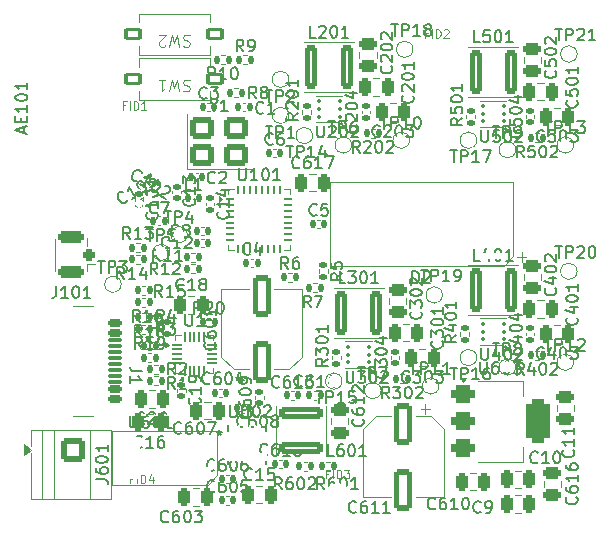
<source format=gbr>
G04 #@! TF.GenerationSoftware,KiCad,Pcbnew,9.0.6*
G04 #@! TF.CreationDate,2025-12-29T13:59:20+01:00*
G04 #@! TF.ProjectId,Lars-10W-RGBW-V1,4c617273-2d31-4305-972d-524742572d56,rev?*
G04 #@! TF.SameCoordinates,Original*
G04 #@! TF.FileFunction,Legend,Top*
G04 #@! TF.FilePolarity,Positive*
%FSLAX46Y46*%
G04 Gerber Fmt 4.6, Leading zero omitted, Abs format (unit mm)*
G04 Created by KiCad (PCBNEW 9.0.6) date 2025-12-29 13:59:20*
%MOMM*%
%LPD*%
G01*
G04 APERTURE LIST*
G04 Aperture macros list*
%AMRoundRect*
0 Rectangle with rounded corners*
0 $1 Rounding radius*
0 $2 $3 $4 $5 $6 $7 $8 $9 X,Y pos of 4 corners*
0 Add a 4 corners polygon primitive as box body*
4,1,4,$2,$3,$4,$5,$6,$7,$8,$9,$2,$3,0*
0 Add four circle primitives for the rounded corners*
1,1,$1+$1,$2,$3*
1,1,$1+$1,$4,$5*
1,1,$1+$1,$6,$7*
1,1,$1+$1,$8,$9*
0 Add four rect primitives between the rounded corners*
20,1,$1+$1,$2,$3,$4,$5,0*
20,1,$1+$1,$4,$5,$6,$7,0*
20,1,$1+$1,$6,$7,$8,$9,0*
20,1,$1+$1,$8,$9,$2,$3,0*%
%AMFreePoly0*
4,1,7,1.447800,-0.050800,0.812800,-0.050800,0.508000,-0.355600,-0.508000,-0.355600,-0.508000,0.355600,1.447800,0.355600,1.447800,-0.050800,1.447800,-0.050800,$1*%
%AMFreePoly1*
4,1,9,0.546100,0.114300,0.546100,-0.114300,0.241300,-0.419100,-0.241300,-0.419100,-0.546100,-0.114300,-0.546100,0.114300,-0.241300,0.419100,0.241300,0.419100,0.546100,0.114300,0.546100,0.114300,$1*%
%AMFreePoly2*
4,1,7,0.812800,0.076200,1.447800,0.076200,1.447800,-0.381000,-0.508000,-0.381000,-0.508000,0.381000,0.508000,0.381000,0.812800,0.076200,0.812800,0.076200,$1*%
G04 Aperture macros list end*
%ADD10C,0.150000*%
%ADD11C,0.105000*%
%ADD12C,0.100000*%
%ADD13C,0.120000*%
%ADD14C,0.152400*%
%ADD15C,1.000000*%
%ADD16RoundRect,0.250000X-0.300000X-1.600000X0.300000X-1.600000X0.300000X1.600000X-0.300000X1.600000X0*%
%ADD17RoundRect,0.140000X0.170000X-0.140000X0.170000X0.140000X-0.170000X0.140000X-0.170000X-0.140000X0*%
%ADD18RoundRect,0.250000X-0.750000X0.750000X-0.750000X-0.750000X0.750000X-0.750000X0.750000X0.750000X0*%
%ADD19C,2.000000*%
%ADD20RoundRect,0.135000X-0.135000X-0.185000X0.135000X-0.185000X0.135000X0.185000X-0.135000X0.185000X0*%
%ADD21RoundRect,0.140000X-0.140000X-0.170000X0.140000X-0.170000X0.140000X0.170000X-0.140000X0.170000X0*%
%ADD22RoundRect,0.250000X0.250000X0.475000X-0.250000X0.475000X-0.250000X-0.475000X0.250000X-0.475000X0*%
%ADD23RoundRect,0.140000X-0.170000X0.140000X-0.170000X-0.140000X0.170000X-0.140000X0.170000X0.140000X0*%
%ADD24RoundRect,0.250000X-0.475000X0.250000X-0.475000X-0.250000X0.475000X-0.250000X0.475000X0.250000X0*%
%ADD25R,2.500000X0.600000*%
%ADD26C,6.000000*%
%ADD27RoundRect,0.062500X-0.312500X-0.062500X0.312500X-0.062500X0.312500X0.062500X-0.312500X0.062500X0*%
%ADD28RoundRect,0.062500X-0.062500X-0.312500X0.062500X-0.312500X0.062500X0.312500X-0.062500X0.312500X0*%
%ADD29R,3.650000X3.650000*%
%ADD30RoundRect,0.093750X0.093750X0.106250X-0.093750X0.106250X-0.093750X-0.106250X0.093750X-0.106250X0*%
%ADD31R,1.000000X1.600000*%
%ADD32RoundRect,0.135000X0.135000X0.185000X-0.135000X0.185000X-0.135000X-0.185000X0.135000X-0.185000X0*%
%ADD33C,1.000000*%
%ADD34RoundRect,0.250000X-0.800000X-0.650000X0.800000X-0.650000X0.800000X0.650000X-0.800000X0.650000X0*%
%ADD35RoundRect,0.250000X-0.250000X-0.475000X0.250000X-0.475000X0.250000X0.475000X-0.250000X0.475000X0*%
%ADD36R,1.875000X1.050000*%
%ADD37RoundRect,0.250000X0.550000X-1.500000X0.550000X1.500000X-0.550000X1.500000X-0.550000X-1.500000X0*%
%ADD38RoundRect,0.135000X-0.185000X0.135000X-0.185000X-0.135000X0.185000X-0.135000X0.185000X0.135000X0*%
%ADD39RoundRect,0.250000X0.475000X-0.250000X0.475000X0.250000X-0.475000X0.250000X-0.475000X-0.250000X0*%
%ADD40RoundRect,0.135000X0.185000X-0.135000X0.185000X0.135000X-0.185000X0.135000X-0.185000X-0.135000X0*%
%ADD41RoundRect,0.140000X-0.206244X-0.077224X0.036244X-0.217224X0.206244X0.077224X-0.036244X0.217224X0*%
%ADD42RoundRect,0.250000X1.600000X-0.300000X1.600000X0.300000X-1.600000X0.300000X-1.600000X-0.300000X0*%
%ADD43RoundRect,0.140000X0.140000X0.170000X-0.140000X0.170000X-0.140000X-0.170000X0.140000X-0.170000X0*%
%ADD44RoundRect,0.375000X-0.625000X-0.375000X0.625000X-0.375000X0.625000X0.375000X-0.625000X0.375000X0*%
%ADD45RoundRect,0.500000X-0.500000X-1.400000X0.500000X-1.400000X0.500000X1.400000X-0.500000X1.400000X0*%
%ADD46RoundRect,0.250000X-0.550000X1.500000X-0.550000X-1.500000X0.550000X-1.500000X0.550000X1.500000X0*%
%ADD47RoundRect,0.250000X0.275000X0.250000X-0.275000X0.250000X-0.275000X-0.250000X0.275000X-0.250000X0*%
%ADD48RoundRect,0.250000X0.850000X0.275000X-0.850000X0.275000X-0.850000X-0.275000X0.850000X-0.275000X0*%
%ADD49RoundRect,0.165000X0.610000X0.385000X-0.610000X0.385000X-0.610000X-0.385000X0.610000X-0.385000X0*%
%ADD50RoundRect,0.050000X-0.375000X-0.050000X0.375000X-0.050000X0.375000X0.050000X-0.375000X0.050000X0*%
%ADD51RoundRect,0.050000X-0.050000X-0.375000X0.050000X-0.375000X0.050000X0.375000X-0.050000X0.375000X0*%
%ADD52R,1.650000X1.650000*%
%ADD53RoundRect,0.140000X-0.036244X-0.217224X0.206244X-0.077224X0.036244X0.217224X-0.206244X0.077224X0*%
%ADD54FreePoly0,0.000000*%
%ADD55FreePoly1,0.000000*%
%ADD56FreePoly2,0.000000*%
%ADD57R,1.092200X0.762000*%
%ADD58R,1.092200X0.254000*%
%ADD59R,0.254000X0.609600*%
%ADD60RoundRect,0.147500X-0.147500X-0.172500X0.147500X-0.172500X0.147500X0.172500X-0.147500X0.172500X0*%
%ADD61C,0.650000*%
%ADD62RoundRect,0.150000X-0.425000X0.150000X-0.425000X-0.150000X0.425000X-0.150000X0.425000X0.150000X0*%
%ADD63RoundRect,0.075000X-0.500000X0.075000X-0.500000X-0.075000X0.500000X-0.075000X0.500000X0.075000X0*%
%ADD64O,2.100000X1.000000*%
%ADD65O,1.800000X1.000000*%
G04 APERTURE END LIST*
D10*
X143380952Y-59904819D02*
X142904762Y-59904819D01*
X142904762Y-59904819D02*
X142904762Y-58904819D01*
X144142857Y-59238152D02*
X144142857Y-59904819D01*
X143904762Y-58857200D02*
X143666667Y-59571485D01*
X143666667Y-59571485D02*
X144285714Y-59571485D01*
X144857143Y-58904819D02*
X144952381Y-58904819D01*
X144952381Y-58904819D02*
X145047619Y-58952438D01*
X145047619Y-58952438D02*
X145095238Y-59000057D01*
X145095238Y-59000057D02*
X145142857Y-59095295D01*
X145142857Y-59095295D02*
X145190476Y-59285771D01*
X145190476Y-59285771D02*
X145190476Y-59523866D01*
X145190476Y-59523866D02*
X145142857Y-59714342D01*
X145142857Y-59714342D02*
X145095238Y-59809580D01*
X145095238Y-59809580D02*
X145047619Y-59857200D01*
X145047619Y-59857200D02*
X144952381Y-59904819D01*
X144952381Y-59904819D02*
X144857143Y-59904819D01*
X144857143Y-59904819D02*
X144761905Y-59857200D01*
X144761905Y-59857200D02*
X144714286Y-59809580D01*
X144714286Y-59809580D02*
X144666667Y-59714342D01*
X144666667Y-59714342D02*
X144619048Y-59523866D01*
X144619048Y-59523866D02*
X144619048Y-59285771D01*
X144619048Y-59285771D02*
X144666667Y-59095295D01*
X144666667Y-59095295D02*
X144714286Y-59000057D01*
X144714286Y-59000057D02*
X144761905Y-58952438D01*
X144761905Y-58952438D02*
X144857143Y-58904819D01*
X146142857Y-59904819D02*
X145571429Y-59904819D01*
X145857143Y-59904819D02*
X145857143Y-58904819D01*
X145857143Y-58904819D02*
X145761905Y-59047676D01*
X145761905Y-59047676D02*
X145666667Y-59142914D01*
X145666667Y-59142914D02*
X145571429Y-59190533D01*
X123899580Y-72619047D02*
X123947200Y-72666666D01*
X123947200Y-72666666D02*
X123994819Y-72809523D01*
X123994819Y-72809523D02*
X123994819Y-72904761D01*
X123994819Y-72904761D02*
X123947200Y-73047618D01*
X123947200Y-73047618D02*
X123851961Y-73142856D01*
X123851961Y-73142856D02*
X123756723Y-73190475D01*
X123756723Y-73190475D02*
X123566247Y-73238094D01*
X123566247Y-73238094D02*
X123423390Y-73238094D01*
X123423390Y-73238094D02*
X123232914Y-73190475D01*
X123232914Y-73190475D02*
X123137676Y-73142856D01*
X123137676Y-73142856D02*
X123042438Y-73047618D01*
X123042438Y-73047618D02*
X122994819Y-72904761D01*
X122994819Y-72904761D02*
X122994819Y-72809523D01*
X122994819Y-72809523D02*
X123042438Y-72666666D01*
X123042438Y-72666666D02*
X123090057Y-72619047D01*
X122994819Y-71761904D02*
X122994819Y-71952380D01*
X122994819Y-71952380D02*
X123042438Y-72047618D01*
X123042438Y-72047618D02*
X123090057Y-72095237D01*
X123090057Y-72095237D02*
X123232914Y-72190475D01*
X123232914Y-72190475D02*
X123423390Y-72238094D01*
X123423390Y-72238094D02*
X123804342Y-72238094D01*
X123804342Y-72238094D02*
X123899580Y-72190475D01*
X123899580Y-72190475D02*
X123947200Y-72142856D01*
X123947200Y-72142856D02*
X123994819Y-72047618D01*
X123994819Y-72047618D02*
X123994819Y-71857142D01*
X123994819Y-71857142D02*
X123947200Y-71761904D01*
X123947200Y-71761904D02*
X123899580Y-71714285D01*
X123899580Y-71714285D02*
X123804342Y-71666666D01*
X123804342Y-71666666D02*
X123566247Y-71666666D01*
X123566247Y-71666666D02*
X123471009Y-71714285D01*
X123471009Y-71714285D02*
X123423390Y-71761904D01*
X123423390Y-71761904D02*
X123375771Y-71857142D01*
X123375771Y-71857142D02*
X123375771Y-72047618D01*
X123375771Y-72047618D02*
X123423390Y-72142856D01*
X123423390Y-72142856D02*
X123471009Y-72190475D01*
X123471009Y-72190475D02*
X123566247Y-72238094D01*
X122994819Y-71047618D02*
X122994819Y-70952380D01*
X122994819Y-70952380D02*
X123042438Y-70857142D01*
X123042438Y-70857142D02*
X123090057Y-70809523D01*
X123090057Y-70809523D02*
X123185295Y-70761904D01*
X123185295Y-70761904D02*
X123375771Y-70714285D01*
X123375771Y-70714285D02*
X123613866Y-70714285D01*
X123613866Y-70714285D02*
X123804342Y-70761904D01*
X123804342Y-70761904D02*
X123899580Y-70809523D01*
X123899580Y-70809523D02*
X123947200Y-70857142D01*
X123947200Y-70857142D02*
X123994819Y-70952380D01*
X123994819Y-70952380D02*
X123994819Y-71047618D01*
X123994819Y-71047618D02*
X123947200Y-71142856D01*
X123947200Y-71142856D02*
X123899580Y-71190475D01*
X123899580Y-71190475D02*
X123804342Y-71238094D01*
X123804342Y-71238094D02*
X123613866Y-71285713D01*
X123613866Y-71285713D02*
X123375771Y-71285713D01*
X123375771Y-71285713D02*
X123185295Y-71238094D01*
X123185295Y-71238094D02*
X123090057Y-71190475D01*
X123090057Y-71190475D02*
X123042438Y-71142856D01*
X123042438Y-71142856D02*
X122994819Y-71047618D01*
X123994819Y-70238094D02*
X123994819Y-70047618D01*
X123994819Y-70047618D02*
X123947200Y-69952380D01*
X123947200Y-69952380D02*
X123899580Y-69904761D01*
X123899580Y-69904761D02*
X123756723Y-69809523D01*
X123756723Y-69809523D02*
X123566247Y-69761904D01*
X123566247Y-69761904D02*
X123185295Y-69761904D01*
X123185295Y-69761904D02*
X123090057Y-69809523D01*
X123090057Y-69809523D02*
X123042438Y-69857142D01*
X123042438Y-69857142D02*
X122994819Y-69952380D01*
X122994819Y-69952380D02*
X122994819Y-70142856D01*
X122994819Y-70142856D02*
X123042438Y-70238094D01*
X123042438Y-70238094D02*
X123090057Y-70285713D01*
X123090057Y-70285713D02*
X123185295Y-70333332D01*
X123185295Y-70333332D02*
X123423390Y-70333332D01*
X123423390Y-70333332D02*
X123518628Y-70285713D01*
X123518628Y-70285713D02*
X123566247Y-70238094D01*
X123566247Y-70238094D02*
X123613866Y-70142856D01*
X123613866Y-70142856D02*
X123613866Y-69952380D01*
X123613866Y-69952380D02*
X123566247Y-69857142D01*
X123566247Y-69857142D02*
X123518628Y-69809523D01*
X123518628Y-69809523D02*
X123423390Y-69761904D01*
X110854819Y-78385714D02*
X111569104Y-78385714D01*
X111569104Y-78385714D02*
X111711961Y-78433333D01*
X111711961Y-78433333D02*
X111807200Y-78528571D01*
X111807200Y-78528571D02*
X111854819Y-78671428D01*
X111854819Y-78671428D02*
X111854819Y-78766666D01*
X110854819Y-77480952D02*
X110854819Y-77671428D01*
X110854819Y-77671428D02*
X110902438Y-77766666D01*
X110902438Y-77766666D02*
X110950057Y-77814285D01*
X110950057Y-77814285D02*
X111092914Y-77909523D01*
X111092914Y-77909523D02*
X111283390Y-77957142D01*
X111283390Y-77957142D02*
X111664342Y-77957142D01*
X111664342Y-77957142D02*
X111759580Y-77909523D01*
X111759580Y-77909523D02*
X111807200Y-77861904D01*
X111807200Y-77861904D02*
X111854819Y-77766666D01*
X111854819Y-77766666D02*
X111854819Y-77576190D01*
X111854819Y-77576190D02*
X111807200Y-77480952D01*
X111807200Y-77480952D02*
X111759580Y-77433333D01*
X111759580Y-77433333D02*
X111664342Y-77385714D01*
X111664342Y-77385714D02*
X111426247Y-77385714D01*
X111426247Y-77385714D02*
X111331009Y-77433333D01*
X111331009Y-77433333D02*
X111283390Y-77480952D01*
X111283390Y-77480952D02*
X111235771Y-77576190D01*
X111235771Y-77576190D02*
X111235771Y-77766666D01*
X111235771Y-77766666D02*
X111283390Y-77861904D01*
X111283390Y-77861904D02*
X111331009Y-77909523D01*
X111331009Y-77909523D02*
X111426247Y-77957142D01*
X110854819Y-76766666D02*
X110854819Y-76671428D01*
X110854819Y-76671428D02*
X110902438Y-76576190D01*
X110902438Y-76576190D02*
X110950057Y-76528571D01*
X110950057Y-76528571D02*
X111045295Y-76480952D01*
X111045295Y-76480952D02*
X111235771Y-76433333D01*
X111235771Y-76433333D02*
X111473866Y-76433333D01*
X111473866Y-76433333D02*
X111664342Y-76480952D01*
X111664342Y-76480952D02*
X111759580Y-76528571D01*
X111759580Y-76528571D02*
X111807200Y-76576190D01*
X111807200Y-76576190D02*
X111854819Y-76671428D01*
X111854819Y-76671428D02*
X111854819Y-76766666D01*
X111854819Y-76766666D02*
X111807200Y-76861904D01*
X111807200Y-76861904D02*
X111759580Y-76909523D01*
X111759580Y-76909523D02*
X111664342Y-76957142D01*
X111664342Y-76957142D02*
X111473866Y-77004761D01*
X111473866Y-77004761D02*
X111235771Y-77004761D01*
X111235771Y-77004761D02*
X111045295Y-76957142D01*
X111045295Y-76957142D02*
X110950057Y-76909523D01*
X110950057Y-76909523D02*
X110902438Y-76861904D01*
X110902438Y-76861904D02*
X110854819Y-76766666D01*
X111854819Y-75480952D02*
X111854819Y-76052380D01*
X111854819Y-75766666D02*
X110854819Y-75766666D01*
X110854819Y-75766666D02*
X110997676Y-75861904D01*
X110997676Y-75861904D02*
X111092914Y-75957142D01*
X111092914Y-75957142D02*
X111140533Y-76052380D01*
X119757142Y-64384819D02*
X119423809Y-63908628D01*
X119185714Y-64384819D02*
X119185714Y-63384819D01*
X119185714Y-63384819D02*
X119566666Y-63384819D01*
X119566666Y-63384819D02*
X119661904Y-63432438D01*
X119661904Y-63432438D02*
X119709523Y-63480057D01*
X119709523Y-63480057D02*
X119757142Y-63575295D01*
X119757142Y-63575295D02*
X119757142Y-63718152D01*
X119757142Y-63718152D02*
X119709523Y-63813390D01*
X119709523Y-63813390D02*
X119661904Y-63861009D01*
X119661904Y-63861009D02*
X119566666Y-63908628D01*
X119566666Y-63908628D02*
X119185714Y-63908628D01*
X120138095Y-63480057D02*
X120185714Y-63432438D01*
X120185714Y-63432438D02*
X120280952Y-63384819D01*
X120280952Y-63384819D02*
X120519047Y-63384819D01*
X120519047Y-63384819D02*
X120614285Y-63432438D01*
X120614285Y-63432438D02*
X120661904Y-63480057D01*
X120661904Y-63480057D02*
X120709523Y-63575295D01*
X120709523Y-63575295D02*
X120709523Y-63670533D01*
X120709523Y-63670533D02*
X120661904Y-63813390D01*
X120661904Y-63813390D02*
X120090476Y-64384819D01*
X120090476Y-64384819D02*
X120709523Y-64384819D01*
X121328571Y-63384819D02*
X121423809Y-63384819D01*
X121423809Y-63384819D02*
X121519047Y-63432438D01*
X121519047Y-63432438D02*
X121566666Y-63480057D01*
X121566666Y-63480057D02*
X121614285Y-63575295D01*
X121614285Y-63575295D02*
X121661904Y-63765771D01*
X121661904Y-63765771D02*
X121661904Y-64003866D01*
X121661904Y-64003866D02*
X121614285Y-64194342D01*
X121614285Y-64194342D02*
X121566666Y-64289580D01*
X121566666Y-64289580D02*
X121519047Y-64337200D01*
X121519047Y-64337200D02*
X121423809Y-64384819D01*
X121423809Y-64384819D02*
X121328571Y-64384819D01*
X121328571Y-64384819D02*
X121233333Y-64337200D01*
X121233333Y-64337200D02*
X121185714Y-64289580D01*
X121185714Y-64289580D02*
X121138095Y-64194342D01*
X121138095Y-64194342D02*
X121090476Y-64003866D01*
X121090476Y-64003866D02*
X121090476Y-63765771D01*
X121090476Y-63765771D02*
X121138095Y-63575295D01*
X121138095Y-63575295D02*
X121185714Y-63480057D01*
X121185714Y-63480057D02*
X121233333Y-63432438D01*
X121233333Y-63432438D02*
X121328571Y-63384819D01*
X128280952Y-70499580D02*
X128233333Y-70547200D01*
X128233333Y-70547200D02*
X128090476Y-70594819D01*
X128090476Y-70594819D02*
X127995238Y-70594819D01*
X127995238Y-70594819D02*
X127852381Y-70547200D01*
X127852381Y-70547200D02*
X127757143Y-70451961D01*
X127757143Y-70451961D02*
X127709524Y-70356723D01*
X127709524Y-70356723D02*
X127661905Y-70166247D01*
X127661905Y-70166247D02*
X127661905Y-70023390D01*
X127661905Y-70023390D02*
X127709524Y-69832914D01*
X127709524Y-69832914D02*
X127757143Y-69737676D01*
X127757143Y-69737676D02*
X127852381Y-69642438D01*
X127852381Y-69642438D02*
X127995238Y-69594819D01*
X127995238Y-69594819D02*
X128090476Y-69594819D01*
X128090476Y-69594819D02*
X128233333Y-69642438D01*
X128233333Y-69642438D02*
X128280952Y-69690057D01*
X129138095Y-69594819D02*
X128947619Y-69594819D01*
X128947619Y-69594819D02*
X128852381Y-69642438D01*
X128852381Y-69642438D02*
X128804762Y-69690057D01*
X128804762Y-69690057D02*
X128709524Y-69832914D01*
X128709524Y-69832914D02*
X128661905Y-70023390D01*
X128661905Y-70023390D02*
X128661905Y-70404342D01*
X128661905Y-70404342D02*
X128709524Y-70499580D01*
X128709524Y-70499580D02*
X128757143Y-70547200D01*
X128757143Y-70547200D02*
X128852381Y-70594819D01*
X128852381Y-70594819D02*
X129042857Y-70594819D01*
X129042857Y-70594819D02*
X129138095Y-70547200D01*
X129138095Y-70547200D02*
X129185714Y-70499580D01*
X129185714Y-70499580D02*
X129233333Y-70404342D01*
X129233333Y-70404342D02*
X129233333Y-70166247D01*
X129233333Y-70166247D02*
X129185714Y-70071009D01*
X129185714Y-70071009D02*
X129138095Y-70023390D01*
X129138095Y-70023390D02*
X129042857Y-69975771D01*
X129042857Y-69975771D02*
X128852381Y-69975771D01*
X128852381Y-69975771D02*
X128757143Y-70023390D01*
X128757143Y-70023390D02*
X128709524Y-70071009D01*
X128709524Y-70071009D02*
X128661905Y-70166247D01*
X130185714Y-70594819D02*
X129614286Y-70594819D01*
X129900000Y-70594819D02*
X129900000Y-69594819D01*
X129900000Y-69594819D02*
X129804762Y-69737676D01*
X129804762Y-69737676D02*
X129709524Y-69832914D01*
X129709524Y-69832914D02*
X129614286Y-69880533D01*
X131042857Y-69928152D02*
X131042857Y-70594819D01*
X130804762Y-69547200D02*
X130566667Y-70261485D01*
X130566667Y-70261485D02*
X131185714Y-70261485D01*
X137380952Y-70139580D02*
X137333333Y-70187200D01*
X137333333Y-70187200D02*
X137190476Y-70234819D01*
X137190476Y-70234819D02*
X137095238Y-70234819D01*
X137095238Y-70234819D02*
X136952381Y-70187200D01*
X136952381Y-70187200D02*
X136857143Y-70091961D01*
X136857143Y-70091961D02*
X136809524Y-69996723D01*
X136809524Y-69996723D02*
X136761905Y-69806247D01*
X136761905Y-69806247D02*
X136761905Y-69663390D01*
X136761905Y-69663390D02*
X136809524Y-69472914D01*
X136809524Y-69472914D02*
X136857143Y-69377676D01*
X136857143Y-69377676D02*
X136952381Y-69282438D01*
X136952381Y-69282438D02*
X137095238Y-69234819D01*
X137095238Y-69234819D02*
X137190476Y-69234819D01*
X137190476Y-69234819D02*
X137333333Y-69282438D01*
X137333333Y-69282438D02*
X137380952Y-69330057D01*
X137714286Y-69234819D02*
X138333333Y-69234819D01*
X138333333Y-69234819D02*
X138000000Y-69615771D01*
X138000000Y-69615771D02*
X138142857Y-69615771D01*
X138142857Y-69615771D02*
X138238095Y-69663390D01*
X138238095Y-69663390D02*
X138285714Y-69711009D01*
X138285714Y-69711009D02*
X138333333Y-69806247D01*
X138333333Y-69806247D02*
X138333333Y-70044342D01*
X138333333Y-70044342D02*
X138285714Y-70139580D01*
X138285714Y-70139580D02*
X138238095Y-70187200D01*
X138238095Y-70187200D02*
X138142857Y-70234819D01*
X138142857Y-70234819D02*
X137857143Y-70234819D01*
X137857143Y-70234819D02*
X137761905Y-70187200D01*
X137761905Y-70187200D02*
X137714286Y-70139580D01*
X138952381Y-69234819D02*
X139047619Y-69234819D01*
X139047619Y-69234819D02*
X139142857Y-69282438D01*
X139142857Y-69282438D02*
X139190476Y-69330057D01*
X139190476Y-69330057D02*
X139238095Y-69425295D01*
X139238095Y-69425295D02*
X139285714Y-69615771D01*
X139285714Y-69615771D02*
X139285714Y-69853866D01*
X139285714Y-69853866D02*
X139238095Y-70044342D01*
X139238095Y-70044342D02*
X139190476Y-70139580D01*
X139190476Y-70139580D02*
X139142857Y-70187200D01*
X139142857Y-70187200D02*
X139047619Y-70234819D01*
X139047619Y-70234819D02*
X138952381Y-70234819D01*
X138952381Y-70234819D02*
X138857143Y-70187200D01*
X138857143Y-70187200D02*
X138809524Y-70139580D01*
X138809524Y-70139580D02*
X138761905Y-70044342D01*
X138761905Y-70044342D02*
X138714286Y-69853866D01*
X138714286Y-69853866D02*
X138714286Y-69615771D01*
X138714286Y-69615771D02*
X138761905Y-69425295D01*
X138761905Y-69425295D02*
X138809524Y-69330057D01*
X138809524Y-69330057D02*
X138857143Y-69282438D01*
X138857143Y-69282438D02*
X138952381Y-69234819D01*
X139619048Y-69234819D02*
X140238095Y-69234819D01*
X140238095Y-69234819D02*
X139904762Y-69615771D01*
X139904762Y-69615771D02*
X140047619Y-69615771D01*
X140047619Y-69615771D02*
X140142857Y-69663390D01*
X140142857Y-69663390D02*
X140190476Y-69711009D01*
X140190476Y-69711009D02*
X140238095Y-69806247D01*
X140238095Y-69806247D02*
X140238095Y-70044342D01*
X140238095Y-70044342D02*
X140190476Y-70139580D01*
X140190476Y-70139580D02*
X140142857Y-70187200D01*
X140142857Y-70187200D02*
X140047619Y-70234819D01*
X140047619Y-70234819D02*
X139761905Y-70234819D01*
X139761905Y-70234819D02*
X139666667Y-70187200D01*
X139666667Y-70187200D02*
X139619048Y-70139580D01*
X119619580Y-71542857D02*
X119667200Y-71590476D01*
X119667200Y-71590476D02*
X119714819Y-71733333D01*
X119714819Y-71733333D02*
X119714819Y-71828571D01*
X119714819Y-71828571D02*
X119667200Y-71971428D01*
X119667200Y-71971428D02*
X119571961Y-72066666D01*
X119571961Y-72066666D02*
X119476723Y-72114285D01*
X119476723Y-72114285D02*
X119286247Y-72161904D01*
X119286247Y-72161904D02*
X119143390Y-72161904D01*
X119143390Y-72161904D02*
X118952914Y-72114285D01*
X118952914Y-72114285D02*
X118857676Y-72066666D01*
X118857676Y-72066666D02*
X118762438Y-71971428D01*
X118762438Y-71971428D02*
X118714819Y-71828571D01*
X118714819Y-71828571D02*
X118714819Y-71733333D01*
X118714819Y-71733333D02*
X118762438Y-71590476D01*
X118762438Y-71590476D02*
X118810057Y-71542857D01*
X119714819Y-70590476D02*
X119714819Y-71161904D01*
X119714819Y-70876190D02*
X118714819Y-70876190D01*
X118714819Y-70876190D02*
X118857676Y-70971428D01*
X118857676Y-70971428D02*
X118952914Y-71066666D01*
X118952914Y-71066666D02*
X119000533Y-71161904D01*
X119714819Y-70114285D02*
X119714819Y-69923809D01*
X119714819Y-69923809D02*
X119667200Y-69828571D01*
X119667200Y-69828571D02*
X119619580Y-69780952D01*
X119619580Y-69780952D02*
X119476723Y-69685714D01*
X119476723Y-69685714D02*
X119286247Y-69638095D01*
X119286247Y-69638095D02*
X118905295Y-69638095D01*
X118905295Y-69638095D02*
X118810057Y-69685714D01*
X118810057Y-69685714D02*
X118762438Y-69733333D01*
X118762438Y-69733333D02*
X118714819Y-69828571D01*
X118714819Y-69828571D02*
X118714819Y-70019047D01*
X118714819Y-70019047D02*
X118762438Y-70114285D01*
X118762438Y-70114285D02*
X118810057Y-70161904D01*
X118810057Y-70161904D02*
X118905295Y-70209523D01*
X118905295Y-70209523D02*
X119143390Y-70209523D01*
X119143390Y-70209523D02*
X119238628Y-70161904D01*
X119238628Y-70161904D02*
X119286247Y-70114285D01*
X119286247Y-70114285D02*
X119333866Y-70019047D01*
X119333866Y-70019047D02*
X119333866Y-69828571D01*
X119333866Y-69828571D02*
X119286247Y-69733333D01*
X119286247Y-69733333D02*
X119238628Y-69685714D01*
X119238628Y-69685714D02*
X119143390Y-69638095D01*
X133459580Y-73319047D02*
X133507200Y-73366666D01*
X133507200Y-73366666D02*
X133554819Y-73509523D01*
X133554819Y-73509523D02*
X133554819Y-73604761D01*
X133554819Y-73604761D02*
X133507200Y-73747618D01*
X133507200Y-73747618D02*
X133411961Y-73842856D01*
X133411961Y-73842856D02*
X133316723Y-73890475D01*
X133316723Y-73890475D02*
X133126247Y-73938094D01*
X133126247Y-73938094D02*
X132983390Y-73938094D01*
X132983390Y-73938094D02*
X132792914Y-73890475D01*
X132792914Y-73890475D02*
X132697676Y-73842856D01*
X132697676Y-73842856D02*
X132602438Y-73747618D01*
X132602438Y-73747618D02*
X132554819Y-73604761D01*
X132554819Y-73604761D02*
X132554819Y-73509523D01*
X132554819Y-73509523D02*
X132602438Y-73366666D01*
X132602438Y-73366666D02*
X132650057Y-73319047D01*
X132554819Y-72461904D02*
X132554819Y-72652380D01*
X132554819Y-72652380D02*
X132602438Y-72747618D01*
X132602438Y-72747618D02*
X132650057Y-72795237D01*
X132650057Y-72795237D02*
X132792914Y-72890475D01*
X132792914Y-72890475D02*
X132983390Y-72938094D01*
X132983390Y-72938094D02*
X133364342Y-72938094D01*
X133364342Y-72938094D02*
X133459580Y-72890475D01*
X133459580Y-72890475D02*
X133507200Y-72842856D01*
X133507200Y-72842856D02*
X133554819Y-72747618D01*
X133554819Y-72747618D02*
X133554819Y-72557142D01*
X133554819Y-72557142D02*
X133507200Y-72461904D01*
X133507200Y-72461904D02*
X133459580Y-72414285D01*
X133459580Y-72414285D02*
X133364342Y-72366666D01*
X133364342Y-72366666D02*
X133126247Y-72366666D01*
X133126247Y-72366666D02*
X133031009Y-72414285D01*
X133031009Y-72414285D02*
X132983390Y-72461904D01*
X132983390Y-72461904D02*
X132935771Y-72557142D01*
X132935771Y-72557142D02*
X132935771Y-72747618D01*
X132935771Y-72747618D02*
X132983390Y-72842856D01*
X132983390Y-72842856D02*
X133031009Y-72890475D01*
X133031009Y-72890475D02*
X133126247Y-72938094D01*
X133554819Y-71414285D02*
X133554819Y-71985713D01*
X133554819Y-71699999D02*
X132554819Y-71699999D01*
X132554819Y-71699999D02*
X132697676Y-71795237D01*
X132697676Y-71795237D02*
X132792914Y-71890475D01*
X132792914Y-71890475D02*
X132840533Y-71985713D01*
X132650057Y-71033332D02*
X132602438Y-70985713D01*
X132602438Y-70985713D02*
X132554819Y-70890475D01*
X132554819Y-70890475D02*
X132554819Y-70652380D01*
X132554819Y-70652380D02*
X132602438Y-70557142D01*
X132602438Y-70557142D02*
X132650057Y-70509523D01*
X132650057Y-70509523D02*
X132745295Y-70461904D01*
X132745295Y-70461904D02*
X132840533Y-70461904D01*
X132840533Y-70461904D02*
X132983390Y-70509523D01*
X132983390Y-70509523D02*
X133554819Y-71080951D01*
X133554819Y-71080951D02*
X133554819Y-70461904D01*
X114757142Y-67384819D02*
X114423809Y-66908628D01*
X114185714Y-67384819D02*
X114185714Y-66384819D01*
X114185714Y-66384819D02*
X114566666Y-66384819D01*
X114566666Y-66384819D02*
X114661904Y-66432438D01*
X114661904Y-66432438D02*
X114709523Y-66480057D01*
X114709523Y-66480057D02*
X114757142Y-66575295D01*
X114757142Y-66575295D02*
X114757142Y-66718152D01*
X114757142Y-66718152D02*
X114709523Y-66813390D01*
X114709523Y-66813390D02*
X114661904Y-66861009D01*
X114661904Y-66861009D02*
X114566666Y-66908628D01*
X114566666Y-66908628D02*
X114185714Y-66908628D01*
X115709523Y-67384819D02*
X115138095Y-67384819D01*
X115423809Y-67384819D02*
X115423809Y-66384819D01*
X115423809Y-66384819D02*
X115328571Y-66527676D01*
X115328571Y-66527676D02*
X115233333Y-66622914D01*
X115233333Y-66622914D02*
X115138095Y-66670533D01*
X116185714Y-67384819D02*
X116376190Y-67384819D01*
X116376190Y-67384819D02*
X116471428Y-67337200D01*
X116471428Y-67337200D02*
X116519047Y-67289580D01*
X116519047Y-67289580D02*
X116614285Y-67146723D01*
X116614285Y-67146723D02*
X116661904Y-66956247D01*
X116661904Y-66956247D02*
X116661904Y-66575295D01*
X116661904Y-66575295D02*
X116614285Y-66480057D01*
X116614285Y-66480057D02*
X116566666Y-66432438D01*
X116566666Y-66432438D02*
X116471428Y-66384819D01*
X116471428Y-66384819D02*
X116280952Y-66384819D01*
X116280952Y-66384819D02*
X116185714Y-66432438D01*
X116185714Y-66432438D02*
X116138095Y-66480057D01*
X116138095Y-66480057D02*
X116090476Y-66575295D01*
X116090476Y-66575295D02*
X116090476Y-66813390D01*
X116090476Y-66813390D02*
X116138095Y-66908628D01*
X116138095Y-66908628D02*
X116185714Y-66956247D01*
X116185714Y-66956247D02*
X116280952Y-67003866D01*
X116280952Y-67003866D02*
X116471428Y-67003866D01*
X116471428Y-67003866D02*
X116566666Y-66956247D01*
X116566666Y-66956247D02*
X116614285Y-66908628D01*
X116614285Y-66908628D02*
X116661904Y-66813390D01*
X137661905Y-61799819D02*
X137661905Y-60799819D01*
X137661905Y-60799819D02*
X137900000Y-60799819D01*
X137900000Y-60799819D02*
X138042857Y-60847438D01*
X138042857Y-60847438D02*
X138138095Y-60942676D01*
X138138095Y-60942676D02*
X138185714Y-61037914D01*
X138185714Y-61037914D02*
X138233333Y-61228390D01*
X138233333Y-61228390D02*
X138233333Y-61371247D01*
X138233333Y-61371247D02*
X138185714Y-61561723D01*
X138185714Y-61561723D02*
X138138095Y-61656961D01*
X138138095Y-61656961D02*
X138042857Y-61752200D01*
X138042857Y-61752200D02*
X137900000Y-61799819D01*
X137900000Y-61799819D02*
X137661905Y-61799819D01*
X138614286Y-60895057D02*
X138661905Y-60847438D01*
X138661905Y-60847438D02*
X138757143Y-60799819D01*
X138757143Y-60799819D02*
X138995238Y-60799819D01*
X138995238Y-60799819D02*
X139090476Y-60847438D01*
X139090476Y-60847438D02*
X139138095Y-60895057D01*
X139138095Y-60895057D02*
X139185714Y-60990295D01*
X139185714Y-60990295D02*
X139185714Y-61085533D01*
X139185714Y-61085533D02*
X139138095Y-61228390D01*
X139138095Y-61228390D02*
X138566667Y-61799819D01*
X138566667Y-61799819D02*
X139185714Y-61799819D01*
X146799580Y-48819047D02*
X146847200Y-48866666D01*
X146847200Y-48866666D02*
X146894819Y-49009523D01*
X146894819Y-49009523D02*
X146894819Y-49104761D01*
X146894819Y-49104761D02*
X146847200Y-49247618D01*
X146847200Y-49247618D02*
X146751961Y-49342856D01*
X146751961Y-49342856D02*
X146656723Y-49390475D01*
X146656723Y-49390475D02*
X146466247Y-49438094D01*
X146466247Y-49438094D02*
X146323390Y-49438094D01*
X146323390Y-49438094D02*
X146132914Y-49390475D01*
X146132914Y-49390475D02*
X146037676Y-49342856D01*
X146037676Y-49342856D02*
X145942438Y-49247618D01*
X145942438Y-49247618D02*
X145894819Y-49104761D01*
X145894819Y-49104761D02*
X145894819Y-49009523D01*
X145894819Y-49009523D02*
X145942438Y-48866666D01*
X145942438Y-48866666D02*
X145990057Y-48819047D01*
X145894819Y-47914285D02*
X145894819Y-48390475D01*
X145894819Y-48390475D02*
X146371009Y-48438094D01*
X146371009Y-48438094D02*
X146323390Y-48390475D01*
X146323390Y-48390475D02*
X146275771Y-48295237D01*
X146275771Y-48295237D02*
X146275771Y-48057142D01*
X146275771Y-48057142D02*
X146323390Y-47961904D01*
X146323390Y-47961904D02*
X146371009Y-47914285D01*
X146371009Y-47914285D02*
X146466247Y-47866666D01*
X146466247Y-47866666D02*
X146704342Y-47866666D01*
X146704342Y-47866666D02*
X146799580Y-47914285D01*
X146799580Y-47914285D02*
X146847200Y-47961904D01*
X146847200Y-47961904D02*
X146894819Y-48057142D01*
X146894819Y-48057142D02*
X146894819Y-48295237D01*
X146894819Y-48295237D02*
X146847200Y-48390475D01*
X146847200Y-48390475D02*
X146799580Y-48438094D01*
X145894819Y-47247618D02*
X145894819Y-47152380D01*
X145894819Y-47152380D02*
X145942438Y-47057142D01*
X145942438Y-47057142D02*
X145990057Y-47009523D01*
X145990057Y-47009523D02*
X146085295Y-46961904D01*
X146085295Y-46961904D02*
X146275771Y-46914285D01*
X146275771Y-46914285D02*
X146513866Y-46914285D01*
X146513866Y-46914285D02*
X146704342Y-46961904D01*
X146704342Y-46961904D02*
X146799580Y-47009523D01*
X146799580Y-47009523D02*
X146847200Y-47057142D01*
X146847200Y-47057142D02*
X146894819Y-47152380D01*
X146894819Y-47152380D02*
X146894819Y-47247618D01*
X146894819Y-47247618D02*
X146847200Y-47342856D01*
X146847200Y-47342856D02*
X146799580Y-47390475D01*
X146799580Y-47390475D02*
X146704342Y-47438094D01*
X146704342Y-47438094D02*
X146513866Y-47485713D01*
X146513866Y-47485713D02*
X146275771Y-47485713D01*
X146275771Y-47485713D02*
X146085295Y-47438094D01*
X146085295Y-47438094D02*
X145990057Y-47390475D01*
X145990057Y-47390475D02*
X145942438Y-47342856D01*
X145942438Y-47342856D02*
X145894819Y-47247618D01*
X146228152Y-46057142D02*
X146894819Y-46057142D01*
X145847200Y-46295237D02*
X146561485Y-46533332D01*
X146561485Y-46533332D02*
X146561485Y-45914285D01*
X122965714Y-52074819D02*
X122965714Y-52884342D01*
X122965714Y-52884342D02*
X123013333Y-52979580D01*
X123013333Y-52979580D02*
X123060952Y-53027200D01*
X123060952Y-53027200D02*
X123156190Y-53074819D01*
X123156190Y-53074819D02*
X123346666Y-53074819D01*
X123346666Y-53074819D02*
X123441904Y-53027200D01*
X123441904Y-53027200D02*
X123489523Y-52979580D01*
X123489523Y-52979580D02*
X123537142Y-52884342D01*
X123537142Y-52884342D02*
X123537142Y-52074819D01*
X124537142Y-53074819D02*
X123965714Y-53074819D01*
X124251428Y-53074819D02*
X124251428Y-52074819D01*
X124251428Y-52074819D02*
X124156190Y-52217676D01*
X124156190Y-52217676D02*
X124060952Y-52312914D01*
X124060952Y-52312914D02*
X123965714Y-52360533D01*
X125156190Y-52074819D02*
X125251428Y-52074819D01*
X125251428Y-52074819D02*
X125346666Y-52122438D01*
X125346666Y-52122438D02*
X125394285Y-52170057D01*
X125394285Y-52170057D02*
X125441904Y-52265295D01*
X125441904Y-52265295D02*
X125489523Y-52455771D01*
X125489523Y-52455771D02*
X125489523Y-52693866D01*
X125489523Y-52693866D02*
X125441904Y-52884342D01*
X125441904Y-52884342D02*
X125394285Y-52979580D01*
X125394285Y-52979580D02*
X125346666Y-53027200D01*
X125346666Y-53027200D02*
X125251428Y-53074819D01*
X125251428Y-53074819D02*
X125156190Y-53074819D01*
X125156190Y-53074819D02*
X125060952Y-53027200D01*
X125060952Y-53027200D02*
X125013333Y-52979580D01*
X125013333Y-52979580D02*
X124965714Y-52884342D01*
X124965714Y-52884342D02*
X124918095Y-52693866D01*
X124918095Y-52693866D02*
X124918095Y-52455771D01*
X124918095Y-52455771D02*
X124965714Y-52265295D01*
X124965714Y-52265295D02*
X125013333Y-52170057D01*
X125013333Y-52170057D02*
X125060952Y-52122438D01*
X125060952Y-52122438D02*
X125156190Y-52074819D01*
X126441904Y-53074819D02*
X125870476Y-53074819D01*
X126156190Y-53074819D02*
X126156190Y-52074819D01*
X126156190Y-52074819D02*
X126060952Y-52217676D01*
X126060952Y-52217676D02*
X125965714Y-52312914D01*
X125965714Y-52312914D02*
X125870476Y-52360533D01*
X122019580Y-55742857D02*
X122067200Y-55790476D01*
X122067200Y-55790476D02*
X122114819Y-55933333D01*
X122114819Y-55933333D02*
X122114819Y-56028571D01*
X122114819Y-56028571D02*
X122067200Y-56171428D01*
X122067200Y-56171428D02*
X121971961Y-56266666D01*
X121971961Y-56266666D02*
X121876723Y-56314285D01*
X121876723Y-56314285D02*
X121686247Y-56361904D01*
X121686247Y-56361904D02*
X121543390Y-56361904D01*
X121543390Y-56361904D02*
X121352914Y-56314285D01*
X121352914Y-56314285D02*
X121257676Y-56266666D01*
X121257676Y-56266666D02*
X121162438Y-56171428D01*
X121162438Y-56171428D02*
X121114819Y-56028571D01*
X121114819Y-56028571D02*
X121114819Y-55933333D01*
X121114819Y-55933333D02*
X121162438Y-55790476D01*
X121162438Y-55790476D02*
X121210057Y-55742857D01*
X122114819Y-54790476D02*
X122114819Y-55361904D01*
X122114819Y-55076190D02*
X121114819Y-55076190D01*
X121114819Y-55076190D02*
X121257676Y-55171428D01*
X121257676Y-55171428D02*
X121352914Y-55266666D01*
X121352914Y-55266666D02*
X121400533Y-55361904D01*
X121448152Y-53933333D02*
X122114819Y-53933333D01*
X121067200Y-54171428D02*
X121781485Y-54409523D01*
X121781485Y-54409523D02*
X121781485Y-53790476D01*
X125380952Y-76299580D02*
X125333333Y-76347200D01*
X125333333Y-76347200D02*
X125190476Y-76394819D01*
X125190476Y-76394819D02*
X125095238Y-76394819D01*
X125095238Y-76394819D02*
X124952381Y-76347200D01*
X124952381Y-76347200D02*
X124857143Y-76251961D01*
X124857143Y-76251961D02*
X124809524Y-76156723D01*
X124809524Y-76156723D02*
X124761905Y-75966247D01*
X124761905Y-75966247D02*
X124761905Y-75823390D01*
X124761905Y-75823390D02*
X124809524Y-75632914D01*
X124809524Y-75632914D02*
X124857143Y-75537676D01*
X124857143Y-75537676D02*
X124952381Y-75442438D01*
X124952381Y-75442438D02*
X125095238Y-75394819D01*
X125095238Y-75394819D02*
X125190476Y-75394819D01*
X125190476Y-75394819D02*
X125333333Y-75442438D01*
X125333333Y-75442438D02*
X125380952Y-75490057D01*
X126238095Y-75394819D02*
X126047619Y-75394819D01*
X126047619Y-75394819D02*
X125952381Y-75442438D01*
X125952381Y-75442438D02*
X125904762Y-75490057D01*
X125904762Y-75490057D02*
X125809524Y-75632914D01*
X125809524Y-75632914D02*
X125761905Y-75823390D01*
X125761905Y-75823390D02*
X125761905Y-76204342D01*
X125761905Y-76204342D02*
X125809524Y-76299580D01*
X125809524Y-76299580D02*
X125857143Y-76347200D01*
X125857143Y-76347200D02*
X125952381Y-76394819D01*
X125952381Y-76394819D02*
X126142857Y-76394819D01*
X126142857Y-76394819D02*
X126238095Y-76347200D01*
X126238095Y-76347200D02*
X126285714Y-76299580D01*
X126285714Y-76299580D02*
X126333333Y-76204342D01*
X126333333Y-76204342D02*
X126333333Y-75966247D01*
X126333333Y-75966247D02*
X126285714Y-75871009D01*
X126285714Y-75871009D02*
X126238095Y-75823390D01*
X126238095Y-75823390D02*
X126142857Y-75775771D01*
X126142857Y-75775771D02*
X125952381Y-75775771D01*
X125952381Y-75775771D02*
X125857143Y-75823390D01*
X125857143Y-75823390D02*
X125809524Y-75871009D01*
X125809524Y-75871009D02*
X125761905Y-75966247D01*
X127285714Y-76394819D02*
X126714286Y-76394819D01*
X127000000Y-76394819D02*
X127000000Y-75394819D01*
X127000000Y-75394819D02*
X126904762Y-75537676D01*
X126904762Y-75537676D02*
X126809524Y-75632914D01*
X126809524Y-75632914D02*
X126714286Y-75680533D01*
X128190476Y-75394819D02*
X127714286Y-75394819D01*
X127714286Y-75394819D02*
X127666667Y-75871009D01*
X127666667Y-75871009D02*
X127714286Y-75823390D01*
X127714286Y-75823390D02*
X127809524Y-75775771D01*
X127809524Y-75775771D02*
X128047619Y-75775771D01*
X128047619Y-75775771D02*
X128142857Y-75823390D01*
X128142857Y-75823390D02*
X128190476Y-75871009D01*
X128190476Y-75871009D02*
X128238095Y-75966247D01*
X128238095Y-75966247D02*
X128238095Y-76204342D01*
X128238095Y-76204342D02*
X128190476Y-76299580D01*
X128190476Y-76299580D02*
X128142857Y-76347200D01*
X128142857Y-76347200D02*
X128047619Y-76394819D01*
X128047619Y-76394819D02*
X127809524Y-76394819D01*
X127809524Y-76394819D02*
X127714286Y-76347200D01*
X127714286Y-76347200D02*
X127666667Y-76299580D01*
X132085714Y-69254819D02*
X132085714Y-70064342D01*
X132085714Y-70064342D02*
X132133333Y-70159580D01*
X132133333Y-70159580D02*
X132180952Y-70207200D01*
X132180952Y-70207200D02*
X132276190Y-70254819D01*
X132276190Y-70254819D02*
X132466666Y-70254819D01*
X132466666Y-70254819D02*
X132561904Y-70207200D01*
X132561904Y-70207200D02*
X132609523Y-70159580D01*
X132609523Y-70159580D02*
X132657142Y-70064342D01*
X132657142Y-70064342D02*
X132657142Y-69254819D01*
X133038095Y-69254819D02*
X133657142Y-69254819D01*
X133657142Y-69254819D02*
X133323809Y-69635771D01*
X133323809Y-69635771D02*
X133466666Y-69635771D01*
X133466666Y-69635771D02*
X133561904Y-69683390D01*
X133561904Y-69683390D02*
X133609523Y-69731009D01*
X133609523Y-69731009D02*
X133657142Y-69826247D01*
X133657142Y-69826247D02*
X133657142Y-70064342D01*
X133657142Y-70064342D02*
X133609523Y-70159580D01*
X133609523Y-70159580D02*
X133561904Y-70207200D01*
X133561904Y-70207200D02*
X133466666Y-70254819D01*
X133466666Y-70254819D02*
X133180952Y-70254819D01*
X133180952Y-70254819D02*
X133085714Y-70207200D01*
X133085714Y-70207200D02*
X133038095Y-70159580D01*
X134276190Y-69254819D02*
X134371428Y-69254819D01*
X134371428Y-69254819D02*
X134466666Y-69302438D01*
X134466666Y-69302438D02*
X134514285Y-69350057D01*
X134514285Y-69350057D02*
X134561904Y-69445295D01*
X134561904Y-69445295D02*
X134609523Y-69635771D01*
X134609523Y-69635771D02*
X134609523Y-69873866D01*
X134609523Y-69873866D02*
X134561904Y-70064342D01*
X134561904Y-70064342D02*
X134514285Y-70159580D01*
X134514285Y-70159580D02*
X134466666Y-70207200D01*
X134466666Y-70207200D02*
X134371428Y-70254819D01*
X134371428Y-70254819D02*
X134276190Y-70254819D01*
X134276190Y-70254819D02*
X134180952Y-70207200D01*
X134180952Y-70207200D02*
X134133333Y-70159580D01*
X134133333Y-70159580D02*
X134085714Y-70064342D01*
X134085714Y-70064342D02*
X134038095Y-69873866D01*
X134038095Y-69873866D02*
X134038095Y-69635771D01*
X134038095Y-69635771D02*
X134085714Y-69445295D01*
X134085714Y-69445295D02*
X134133333Y-69350057D01*
X134133333Y-69350057D02*
X134180952Y-69302438D01*
X134180952Y-69302438D02*
X134276190Y-69254819D01*
X134990476Y-69350057D02*
X135038095Y-69302438D01*
X135038095Y-69302438D02*
X135133333Y-69254819D01*
X135133333Y-69254819D02*
X135371428Y-69254819D01*
X135371428Y-69254819D02*
X135466666Y-69302438D01*
X135466666Y-69302438D02*
X135514285Y-69350057D01*
X135514285Y-69350057D02*
X135561904Y-69445295D01*
X135561904Y-69445295D02*
X135561904Y-69540533D01*
X135561904Y-69540533D02*
X135514285Y-69683390D01*
X135514285Y-69683390D02*
X134942857Y-70254819D01*
X134942857Y-70254819D02*
X135561904Y-70254819D01*
X113757142Y-58054819D02*
X113423809Y-57578628D01*
X113185714Y-58054819D02*
X113185714Y-57054819D01*
X113185714Y-57054819D02*
X113566666Y-57054819D01*
X113566666Y-57054819D02*
X113661904Y-57102438D01*
X113661904Y-57102438D02*
X113709523Y-57150057D01*
X113709523Y-57150057D02*
X113757142Y-57245295D01*
X113757142Y-57245295D02*
X113757142Y-57388152D01*
X113757142Y-57388152D02*
X113709523Y-57483390D01*
X113709523Y-57483390D02*
X113661904Y-57531009D01*
X113661904Y-57531009D02*
X113566666Y-57578628D01*
X113566666Y-57578628D02*
X113185714Y-57578628D01*
X114709523Y-58054819D02*
X114138095Y-58054819D01*
X114423809Y-58054819D02*
X114423809Y-57054819D01*
X114423809Y-57054819D02*
X114328571Y-57197676D01*
X114328571Y-57197676D02*
X114233333Y-57292914D01*
X114233333Y-57292914D02*
X114138095Y-57340533D01*
X115042857Y-57054819D02*
X115661904Y-57054819D01*
X115661904Y-57054819D02*
X115328571Y-57435771D01*
X115328571Y-57435771D02*
X115471428Y-57435771D01*
X115471428Y-57435771D02*
X115566666Y-57483390D01*
X115566666Y-57483390D02*
X115614285Y-57531009D01*
X115614285Y-57531009D02*
X115661904Y-57626247D01*
X115661904Y-57626247D02*
X115661904Y-57864342D01*
X115661904Y-57864342D02*
X115614285Y-57959580D01*
X115614285Y-57959580D02*
X115566666Y-58007200D01*
X115566666Y-58007200D02*
X115471428Y-58054819D01*
X115471428Y-58054819D02*
X115185714Y-58054819D01*
X115185714Y-58054819D02*
X115090476Y-58007200D01*
X115090476Y-58007200D02*
X115042857Y-57959580D01*
X129461905Y-70954819D02*
X130033333Y-70954819D01*
X129747619Y-71954819D02*
X129747619Y-70954819D01*
X130366667Y-71954819D02*
X130366667Y-70954819D01*
X130366667Y-70954819D02*
X130747619Y-70954819D01*
X130747619Y-70954819D02*
X130842857Y-71002438D01*
X130842857Y-71002438D02*
X130890476Y-71050057D01*
X130890476Y-71050057D02*
X130938095Y-71145295D01*
X130938095Y-71145295D02*
X130938095Y-71288152D01*
X130938095Y-71288152D02*
X130890476Y-71383390D01*
X130890476Y-71383390D02*
X130842857Y-71431009D01*
X130842857Y-71431009D02*
X130747619Y-71478628D01*
X130747619Y-71478628D02*
X130366667Y-71478628D01*
X131890476Y-71954819D02*
X131319048Y-71954819D01*
X131604762Y-71954819D02*
X131604762Y-70954819D01*
X131604762Y-70954819D02*
X131509524Y-71097676D01*
X131509524Y-71097676D02*
X131414286Y-71192914D01*
X131414286Y-71192914D02*
X131319048Y-71240533D01*
X132795238Y-70954819D02*
X132319048Y-70954819D01*
X132319048Y-70954819D02*
X132271429Y-71431009D01*
X132271429Y-71431009D02*
X132319048Y-71383390D01*
X132319048Y-71383390D02*
X132414286Y-71335771D01*
X132414286Y-71335771D02*
X132652381Y-71335771D01*
X132652381Y-71335771D02*
X132747619Y-71383390D01*
X132747619Y-71383390D02*
X132795238Y-71431009D01*
X132795238Y-71431009D02*
X132842857Y-71526247D01*
X132842857Y-71526247D02*
X132842857Y-71764342D01*
X132842857Y-71764342D02*
X132795238Y-71859580D01*
X132795238Y-71859580D02*
X132747619Y-71907200D01*
X132747619Y-71907200D02*
X132652381Y-71954819D01*
X132652381Y-71954819D02*
X132414286Y-71954819D01*
X132414286Y-71954819D02*
X132319048Y-71907200D01*
X132319048Y-71907200D02*
X132271429Y-71859580D01*
X117557328Y-70731213D02*
X117223995Y-70255022D01*
X116985900Y-70731213D02*
X116985900Y-69731213D01*
X116985900Y-69731213D02*
X117366852Y-69731213D01*
X117366852Y-69731213D02*
X117462090Y-69778832D01*
X117462090Y-69778832D02*
X117509709Y-69826451D01*
X117509709Y-69826451D02*
X117557328Y-69921689D01*
X117557328Y-69921689D02*
X117557328Y-70064546D01*
X117557328Y-70064546D02*
X117509709Y-70159784D01*
X117509709Y-70159784D02*
X117462090Y-70207403D01*
X117462090Y-70207403D02*
X117366852Y-70255022D01*
X117366852Y-70255022D02*
X116985900Y-70255022D01*
X118509709Y-70731213D02*
X117938281Y-70731213D01*
X118223995Y-70731213D02*
X118223995Y-69731213D01*
X118223995Y-69731213D02*
X118128757Y-69874070D01*
X118128757Y-69874070D02*
X118033519Y-69969308D01*
X118033519Y-69969308D02*
X117938281Y-70016927D01*
X120823809Y-46778628D02*
X120823809Y-47254819D01*
X120490476Y-46254819D02*
X120823809Y-46778628D01*
X120823809Y-46778628D02*
X121157142Y-46254819D01*
X122014285Y-47254819D02*
X121442857Y-47254819D01*
X121728571Y-47254819D02*
X121728571Y-46254819D01*
X121728571Y-46254819D02*
X121633333Y-46397676D01*
X121633333Y-46397676D02*
X121538095Y-46492914D01*
X121538095Y-46492914D02*
X121442857Y-46540533D01*
X125238095Y-45452819D02*
X125809523Y-45452819D01*
X125523809Y-46452819D02*
X125523809Y-45452819D01*
X126142857Y-46452819D02*
X126142857Y-45452819D01*
X126142857Y-45452819D02*
X126523809Y-45452819D01*
X126523809Y-45452819D02*
X126619047Y-45500438D01*
X126619047Y-45500438D02*
X126666666Y-45548057D01*
X126666666Y-45548057D02*
X126714285Y-45643295D01*
X126714285Y-45643295D02*
X126714285Y-45786152D01*
X126714285Y-45786152D02*
X126666666Y-45881390D01*
X126666666Y-45881390D02*
X126619047Y-45929009D01*
X126619047Y-45929009D02*
X126523809Y-45976628D01*
X126523809Y-45976628D02*
X126142857Y-45976628D01*
X127095238Y-45548057D02*
X127142857Y-45500438D01*
X127142857Y-45500438D02*
X127238095Y-45452819D01*
X127238095Y-45452819D02*
X127476190Y-45452819D01*
X127476190Y-45452819D02*
X127571428Y-45500438D01*
X127571428Y-45500438D02*
X127619047Y-45548057D01*
X127619047Y-45548057D02*
X127666666Y-45643295D01*
X127666666Y-45643295D02*
X127666666Y-45738533D01*
X127666666Y-45738533D02*
X127619047Y-45881390D01*
X127619047Y-45881390D02*
X127047619Y-46452819D01*
X127047619Y-46452819D02*
X127666666Y-46452819D01*
X118290147Y-62319246D02*
X118242528Y-62366866D01*
X118242528Y-62366866D02*
X118099671Y-62414485D01*
X118099671Y-62414485D02*
X118004433Y-62414485D01*
X118004433Y-62414485D02*
X117861576Y-62366866D01*
X117861576Y-62366866D02*
X117766338Y-62271627D01*
X117766338Y-62271627D02*
X117718719Y-62176389D01*
X117718719Y-62176389D02*
X117671100Y-61985913D01*
X117671100Y-61985913D02*
X117671100Y-61843056D01*
X117671100Y-61843056D02*
X117718719Y-61652580D01*
X117718719Y-61652580D02*
X117766338Y-61557342D01*
X117766338Y-61557342D02*
X117861576Y-61462104D01*
X117861576Y-61462104D02*
X118004433Y-61414485D01*
X118004433Y-61414485D02*
X118099671Y-61414485D01*
X118099671Y-61414485D02*
X118242528Y-61462104D01*
X118242528Y-61462104D02*
X118290147Y-61509723D01*
X119242528Y-62414485D02*
X118671100Y-62414485D01*
X118956814Y-62414485D02*
X118956814Y-61414485D01*
X118956814Y-61414485D02*
X118861576Y-61557342D01*
X118861576Y-61557342D02*
X118766338Y-61652580D01*
X118766338Y-61652580D02*
X118671100Y-61700199D01*
X119813957Y-61843056D02*
X119718719Y-61795437D01*
X119718719Y-61795437D02*
X119671100Y-61747818D01*
X119671100Y-61747818D02*
X119623481Y-61652580D01*
X119623481Y-61652580D02*
X119623481Y-61604961D01*
X119623481Y-61604961D02*
X119671100Y-61509723D01*
X119671100Y-61509723D02*
X119718719Y-61462104D01*
X119718719Y-61462104D02*
X119813957Y-61414485D01*
X119813957Y-61414485D02*
X120004433Y-61414485D01*
X120004433Y-61414485D02*
X120099671Y-61462104D01*
X120099671Y-61462104D02*
X120147290Y-61509723D01*
X120147290Y-61509723D02*
X120194909Y-61604961D01*
X120194909Y-61604961D02*
X120194909Y-61652580D01*
X120194909Y-61652580D02*
X120147290Y-61747818D01*
X120147290Y-61747818D02*
X120099671Y-61795437D01*
X120099671Y-61795437D02*
X120004433Y-61843056D01*
X120004433Y-61843056D02*
X119813957Y-61843056D01*
X119813957Y-61843056D02*
X119718719Y-61890675D01*
X119718719Y-61890675D02*
X119671100Y-61938294D01*
X119671100Y-61938294D02*
X119623481Y-62033532D01*
X119623481Y-62033532D02*
X119623481Y-62224008D01*
X119623481Y-62224008D02*
X119671100Y-62319246D01*
X119671100Y-62319246D02*
X119718719Y-62366866D01*
X119718719Y-62366866D02*
X119813957Y-62414485D01*
X119813957Y-62414485D02*
X120004433Y-62414485D01*
X120004433Y-62414485D02*
X120099671Y-62366866D01*
X120099671Y-62366866D02*
X120147290Y-62319246D01*
X120147290Y-62319246D02*
X120194909Y-62224008D01*
X120194909Y-62224008D02*
X120194909Y-62033532D01*
X120194909Y-62033532D02*
X120147290Y-61938294D01*
X120147290Y-61938294D02*
X120099671Y-61890675D01*
X120099671Y-61890675D02*
X120004433Y-61843056D01*
X113785714Y-73054819D02*
X113785714Y-73864342D01*
X113785714Y-73864342D02*
X113833333Y-73959580D01*
X113833333Y-73959580D02*
X113880952Y-74007200D01*
X113880952Y-74007200D02*
X113976190Y-74054819D01*
X113976190Y-74054819D02*
X114166666Y-74054819D01*
X114166666Y-74054819D02*
X114261904Y-74007200D01*
X114261904Y-74007200D02*
X114309523Y-73959580D01*
X114309523Y-73959580D02*
X114357142Y-73864342D01*
X114357142Y-73864342D02*
X114357142Y-73054819D01*
X115261904Y-73054819D02*
X115071428Y-73054819D01*
X115071428Y-73054819D02*
X114976190Y-73102438D01*
X114976190Y-73102438D02*
X114928571Y-73150057D01*
X114928571Y-73150057D02*
X114833333Y-73292914D01*
X114833333Y-73292914D02*
X114785714Y-73483390D01*
X114785714Y-73483390D02*
X114785714Y-73864342D01*
X114785714Y-73864342D02*
X114833333Y-73959580D01*
X114833333Y-73959580D02*
X114880952Y-74007200D01*
X114880952Y-74007200D02*
X114976190Y-74054819D01*
X114976190Y-74054819D02*
X115166666Y-74054819D01*
X115166666Y-74054819D02*
X115261904Y-74007200D01*
X115261904Y-74007200D02*
X115309523Y-73959580D01*
X115309523Y-73959580D02*
X115357142Y-73864342D01*
X115357142Y-73864342D02*
X115357142Y-73626247D01*
X115357142Y-73626247D02*
X115309523Y-73531009D01*
X115309523Y-73531009D02*
X115261904Y-73483390D01*
X115261904Y-73483390D02*
X115166666Y-73435771D01*
X115166666Y-73435771D02*
X114976190Y-73435771D01*
X114976190Y-73435771D02*
X114880952Y-73483390D01*
X114880952Y-73483390D02*
X114833333Y-73531009D01*
X114833333Y-73531009D02*
X114785714Y-73626247D01*
X115976190Y-73054819D02*
X116071428Y-73054819D01*
X116071428Y-73054819D02*
X116166666Y-73102438D01*
X116166666Y-73102438D02*
X116214285Y-73150057D01*
X116214285Y-73150057D02*
X116261904Y-73245295D01*
X116261904Y-73245295D02*
X116309523Y-73435771D01*
X116309523Y-73435771D02*
X116309523Y-73673866D01*
X116309523Y-73673866D02*
X116261904Y-73864342D01*
X116261904Y-73864342D02*
X116214285Y-73959580D01*
X116214285Y-73959580D02*
X116166666Y-74007200D01*
X116166666Y-74007200D02*
X116071428Y-74054819D01*
X116071428Y-74054819D02*
X115976190Y-74054819D01*
X115976190Y-74054819D02*
X115880952Y-74007200D01*
X115880952Y-74007200D02*
X115833333Y-73959580D01*
X115833333Y-73959580D02*
X115785714Y-73864342D01*
X115785714Y-73864342D02*
X115738095Y-73673866D01*
X115738095Y-73673866D02*
X115738095Y-73435771D01*
X115738095Y-73435771D02*
X115785714Y-73245295D01*
X115785714Y-73245295D02*
X115833333Y-73150057D01*
X115833333Y-73150057D02*
X115880952Y-73102438D01*
X115880952Y-73102438D02*
X115976190Y-73054819D01*
X117261904Y-74054819D02*
X116690476Y-74054819D01*
X116976190Y-74054819D02*
X116976190Y-73054819D01*
X116976190Y-73054819D02*
X116880952Y-73197676D01*
X116880952Y-73197676D02*
X116785714Y-73292914D01*
X116785714Y-73292914D02*
X116690476Y-73340533D01*
X143485714Y-67304819D02*
X143485714Y-68114342D01*
X143485714Y-68114342D02*
X143533333Y-68209580D01*
X143533333Y-68209580D02*
X143580952Y-68257200D01*
X143580952Y-68257200D02*
X143676190Y-68304819D01*
X143676190Y-68304819D02*
X143866666Y-68304819D01*
X143866666Y-68304819D02*
X143961904Y-68257200D01*
X143961904Y-68257200D02*
X144009523Y-68209580D01*
X144009523Y-68209580D02*
X144057142Y-68114342D01*
X144057142Y-68114342D02*
X144057142Y-67304819D01*
X144961904Y-67638152D02*
X144961904Y-68304819D01*
X144723809Y-67257200D02*
X144485714Y-67971485D01*
X144485714Y-67971485D02*
X145104761Y-67971485D01*
X145676190Y-67304819D02*
X145771428Y-67304819D01*
X145771428Y-67304819D02*
X145866666Y-67352438D01*
X145866666Y-67352438D02*
X145914285Y-67400057D01*
X145914285Y-67400057D02*
X145961904Y-67495295D01*
X145961904Y-67495295D02*
X146009523Y-67685771D01*
X146009523Y-67685771D02*
X146009523Y-67923866D01*
X146009523Y-67923866D02*
X145961904Y-68114342D01*
X145961904Y-68114342D02*
X145914285Y-68209580D01*
X145914285Y-68209580D02*
X145866666Y-68257200D01*
X145866666Y-68257200D02*
X145771428Y-68304819D01*
X145771428Y-68304819D02*
X145676190Y-68304819D01*
X145676190Y-68304819D02*
X145580952Y-68257200D01*
X145580952Y-68257200D02*
X145533333Y-68209580D01*
X145533333Y-68209580D02*
X145485714Y-68114342D01*
X145485714Y-68114342D02*
X145438095Y-67923866D01*
X145438095Y-67923866D02*
X145438095Y-67685771D01*
X145438095Y-67685771D02*
X145485714Y-67495295D01*
X145485714Y-67495295D02*
X145533333Y-67400057D01*
X145533333Y-67400057D02*
X145580952Y-67352438D01*
X145580952Y-67352438D02*
X145676190Y-67304819D01*
X146390476Y-67400057D02*
X146438095Y-67352438D01*
X146438095Y-67352438D02*
X146533333Y-67304819D01*
X146533333Y-67304819D02*
X146771428Y-67304819D01*
X146771428Y-67304819D02*
X146866666Y-67352438D01*
X146866666Y-67352438D02*
X146914285Y-67400057D01*
X146914285Y-67400057D02*
X146961904Y-67495295D01*
X146961904Y-67495295D02*
X146961904Y-67590533D01*
X146961904Y-67590533D02*
X146914285Y-67733390D01*
X146914285Y-67733390D02*
X146342857Y-68304819D01*
X146342857Y-68304819D02*
X146961904Y-68304819D01*
X116457142Y-62954819D02*
X116123809Y-62478628D01*
X115885714Y-62954819D02*
X115885714Y-61954819D01*
X115885714Y-61954819D02*
X116266666Y-61954819D01*
X116266666Y-61954819D02*
X116361904Y-62002438D01*
X116361904Y-62002438D02*
X116409523Y-62050057D01*
X116409523Y-62050057D02*
X116457142Y-62145295D01*
X116457142Y-62145295D02*
X116457142Y-62288152D01*
X116457142Y-62288152D02*
X116409523Y-62383390D01*
X116409523Y-62383390D02*
X116361904Y-62431009D01*
X116361904Y-62431009D02*
X116266666Y-62478628D01*
X116266666Y-62478628D02*
X115885714Y-62478628D01*
X117409523Y-62954819D02*
X116838095Y-62954819D01*
X117123809Y-62954819D02*
X117123809Y-61954819D01*
X117123809Y-61954819D02*
X117028571Y-62097676D01*
X117028571Y-62097676D02*
X116933333Y-62192914D01*
X116933333Y-62192914D02*
X116838095Y-62240533D01*
X118314285Y-61954819D02*
X117838095Y-61954819D01*
X117838095Y-61954819D02*
X117790476Y-62431009D01*
X117790476Y-62431009D02*
X117838095Y-62383390D01*
X117838095Y-62383390D02*
X117933333Y-62335771D01*
X117933333Y-62335771D02*
X118171428Y-62335771D01*
X118171428Y-62335771D02*
X118266666Y-62383390D01*
X118266666Y-62383390D02*
X118314285Y-62431009D01*
X118314285Y-62431009D02*
X118361904Y-62526247D01*
X118361904Y-62526247D02*
X118361904Y-62764342D01*
X118361904Y-62764342D02*
X118314285Y-62859580D01*
X118314285Y-62859580D02*
X118266666Y-62907200D01*
X118266666Y-62907200D02*
X118171428Y-62954819D01*
X118171428Y-62954819D02*
X117933333Y-62954819D01*
X117933333Y-62954819D02*
X117838095Y-62907200D01*
X117838095Y-62907200D02*
X117790476Y-62859580D01*
X143380952Y-41404819D02*
X142904762Y-41404819D01*
X142904762Y-41404819D02*
X142904762Y-40404819D01*
X144190476Y-40404819D02*
X143714286Y-40404819D01*
X143714286Y-40404819D02*
X143666667Y-40881009D01*
X143666667Y-40881009D02*
X143714286Y-40833390D01*
X143714286Y-40833390D02*
X143809524Y-40785771D01*
X143809524Y-40785771D02*
X144047619Y-40785771D01*
X144047619Y-40785771D02*
X144142857Y-40833390D01*
X144142857Y-40833390D02*
X144190476Y-40881009D01*
X144190476Y-40881009D02*
X144238095Y-40976247D01*
X144238095Y-40976247D02*
X144238095Y-41214342D01*
X144238095Y-41214342D02*
X144190476Y-41309580D01*
X144190476Y-41309580D02*
X144142857Y-41357200D01*
X144142857Y-41357200D02*
X144047619Y-41404819D01*
X144047619Y-41404819D02*
X143809524Y-41404819D01*
X143809524Y-41404819D02*
X143714286Y-41357200D01*
X143714286Y-41357200D02*
X143666667Y-41309580D01*
X144857143Y-40404819D02*
X144952381Y-40404819D01*
X144952381Y-40404819D02*
X145047619Y-40452438D01*
X145047619Y-40452438D02*
X145095238Y-40500057D01*
X145095238Y-40500057D02*
X145142857Y-40595295D01*
X145142857Y-40595295D02*
X145190476Y-40785771D01*
X145190476Y-40785771D02*
X145190476Y-41023866D01*
X145190476Y-41023866D02*
X145142857Y-41214342D01*
X145142857Y-41214342D02*
X145095238Y-41309580D01*
X145095238Y-41309580D02*
X145047619Y-41357200D01*
X145047619Y-41357200D02*
X144952381Y-41404819D01*
X144952381Y-41404819D02*
X144857143Y-41404819D01*
X144857143Y-41404819D02*
X144761905Y-41357200D01*
X144761905Y-41357200D02*
X144714286Y-41309580D01*
X144714286Y-41309580D02*
X144666667Y-41214342D01*
X144666667Y-41214342D02*
X144619048Y-41023866D01*
X144619048Y-41023866D02*
X144619048Y-40785771D01*
X144619048Y-40785771D02*
X144666667Y-40595295D01*
X144666667Y-40595295D02*
X144714286Y-40500057D01*
X144714286Y-40500057D02*
X144761905Y-40452438D01*
X144761905Y-40452438D02*
X144857143Y-40404819D01*
X146142857Y-41404819D02*
X145571429Y-41404819D01*
X145857143Y-41404819D02*
X145857143Y-40404819D01*
X145857143Y-40404819D02*
X145761905Y-40547676D01*
X145761905Y-40547676D02*
X145666667Y-40642914D01*
X145666667Y-40642914D02*
X145571429Y-40690533D01*
X131980952Y-61804819D02*
X131504762Y-61804819D01*
X131504762Y-61804819D02*
X131504762Y-60804819D01*
X132219048Y-60804819D02*
X132838095Y-60804819D01*
X132838095Y-60804819D02*
X132504762Y-61185771D01*
X132504762Y-61185771D02*
X132647619Y-61185771D01*
X132647619Y-61185771D02*
X132742857Y-61233390D01*
X132742857Y-61233390D02*
X132790476Y-61281009D01*
X132790476Y-61281009D02*
X132838095Y-61376247D01*
X132838095Y-61376247D02*
X132838095Y-61614342D01*
X132838095Y-61614342D02*
X132790476Y-61709580D01*
X132790476Y-61709580D02*
X132742857Y-61757200D01*
X132742857Y-61757200D02*
X132647619Y-61804819D01*
X132647619Y-61804819D02*
X132361905Y-61804819D01*
X132361905Y-61804819D02*
X132266667Y-61757200D01*
X132266667Y-61757200D02*
X132219048Y-61709580D01*
X133457143Y-60804819D02*
X133552381Y-60804819D01*
X133552381Y-60804819D02*
X133647619Y-60852438D01*
X133647619Y-60852438D02*
X133695238Y-60900057D01*
X133695238Y-60900057D02*
X133742857Y-60995295D01*
X133742857Y-60995295D02*
X133790476Y-61185771D01*
X133790476Y-61185771D02*
X133790476Y-61423866D01*
X133790476Y-61423866D02*
X133742857Y-61614342D01*
X133742857Y-61614342D02*
X133695238Y-61709580D01*
X133695238Y-61709580D02*
X133647619Y-61757200D01*
X133647619Y-61757200D02*
X133552381Y-61804819D01*
X133552381Y-61804819D02*
X133457143Y-61804819D01*
X133457143Y-61804819D02*
X133361905Y-61757200D01*
X133361905Y-61757200D02*
X133314286Y-61709580D01*
X133314286Y-61709580D02*
X133266667Y-61614342D01*
X133266667Y-61614342D02*
X133219048Y-61423866D01*
X133219048Y-61423866D02*
X133219048Y-61185771D01*
X133219048Y-61185771D02*
X133266667Y-60995295D01*
X133266667Y-60995295D02*
X133314286Y-60900057D01*
X133314286Y-60900057D02*
X133361905Y-60852438D01*
X133361905Y-60852438D02*
X133457143Y-60804819D01*
X134742857Y-61804819D02*
X134171429Y-61804819D01*
X134457143Y-61804819D02*
X134457143Y-60804819D01*
X134457143Y-60804819D02*
X134361905Y-60947676D01*
X134361905Y-60947676D02*
X134266667Y-61042914D01*
X134266667Y-61042914D02*
X134171429Y-61090533D01*
X132904580Y-48424047D02*
X132952200Y-48471666D01*
X132952200Y-48471666D02*
X132999819Y-48614523D01*
X132999819Y-48614523D02*
X132999819Y-48709761D01*
X132999819Y-48709761D02*
X132952200Y-48852618D01*
X132952200Y-48852618D02*
X132856961Y-48947856D01*
X132856961Y-48947856D02*
X132761723Y-48995475D01*
X132761723Y-48995475D02*
X132571247Y-49043094D01*
X132571247Y-49043094D02*
X132428390Y-49043094D01*
X132428390Y-49043094D02*
X132237914Y-48995475D01*
X132237914Y-48995475D02*
X132142676Y-48947856D01*
X132142676Y-48947856D02*
X132047438Y-48852618D01*
X132047438Y-48852618D02*
X131999819Y-48709761D01*
X131999819Y-48709761D02*
X131999819Y-48614523D01*
X131999819Y-48614523D02*
X132047438Y-48471666D01*
X132047438Y-48471666D02*
X132095057Y-48424047D01*
X132095057Y-48043094D02*
X132047438Y-47995475D01*
X132047438Y-47995475D02*
X131999819Y-47900237D01*
X131999819Y-47900237D02*
X131999819Y-47662142D01*
X131999819Y-47662142D02*
X132047438Y-47566904D01*
X132047438Y-47566904D02*
X132095057Y-47519285D01*
X132095057Y-47519285D02*
X132190295Y-47471666D01*
X132190295Y-47471666D02*
X132285533Y-47471666D01*
X132285533Y-47471666D02*
X132428390Y-47519285D01*
X132428390Y-47519285D02*
X132999819Y-48090713D01*
X132999819Y-48090713D02*
X132999819Y-47471666D01*
X131999819Y-46852618D02*
X131999819Y-46757380D01*
X131999819Y-46757380D02*
X132047438Y-46662142D01*
X132047438Y-46662142D02*
X132095057Y-46614523D01*
X132095057Y-46614523D02*
X132190295Y-46566904D01*
X132190295Y-46566904D02*
X132380771Y-46519285D01*
X132380771Y-46519285D02*
X132618866Y-46519285D01*
X132618866Y-46519285D02*
X132809342Y-46566904D01*
X132809342Y-46566904D02*
X132904580Y-46614523D01*
X132904580Y-46614523D02*
X132952200Y-46662142D01*
X132952200Y-46662142D02*
X132999819Y-46757380D01*
X132999819Y-46757380D02*
X132999819Y-46852618D01*
X132999819Y-46852618D02*
X132952200Y-46947856D01*
X132952200Y-46947856D02*
X132904580Y-46995475D01*
X132904580Y-46995475D02*
X132809342Y-47043094D01*
X132809342Y-47043094D02*
X132618866Y-47090713D01*
X132618866Y-47090713D02*
X132380771Y-47090713D01*
X132380771Y-47090713D02*
X132190295Y-47043094D01*
X132190295Y-47043094D02*
X132095057Y-46995475D01*
X132095057Y-46995475D02*
X132047438Y-46947856D01*
X132047438Y-46947856D02*
X131999819Y-46852618D01*
X132333152Y-45662142D02*
X132999819Y-45662142D01*
X131952200Y-45900237D02*
X132666485Y-46138332D01*
X132666485Y-46138332D02*
X132666485Y-45519285D01*
X137664580Y-45924047D02*
X137712200Y-45971666D01*
X137712200Y-45971666D02*
X137759819Y-46114523D01*
X137759819Y-46114523D02*
X137759819Y-46209761D01*
X137759819Y-46209761D02*
X137712200Y-46352618D01*
X137712200Y-46352618D02*
X137616961Y-46447856D01*
X137616961Y-46447856D02*
X137521723Y-46495475D01*
X137521723Y-46495475D02*
X137331247Y-46543094D01*
X137331247Y-46543094D02*
X137188390Y-46543094D01*
X137188390Y-46543094D02*
X136997914Y-46495475D01*
X136997914Y-46495475D02*
X136902676Y-46447856D01*
X136902676Y-46447856D02*
X136807438Y-46352618D01*
X136807438Y-46352618D02*
X136759819Y-46209761D01*
X136759819Y-46209761D02*
X136759819Y-46114523D01*
X136759819Y-46114523D02*
X136807438Y-45971666D01*
X136807438Y-45971666D02*
X136855057Y-45924047D01*
X136855057Y-45543094D02*
X136807438Y-45495475D01*
X136807438Y-45495475D02*
X136759819Y-45400237D01*
X136759819Y-45400237D02*
X136759819Y-45162142D01*
X136759819Y-45162142D02*
X136807438Y-45066904D01*
X136807438Y-45066904D02*
X136855057Y-45019285D01*
X136855057Y-45019285D02*
X136950295Y-44971666D01*
X136950295Y-44971666D02*
X137045533Y-44971666D01*
X137045533Y-44971666D02*
X137188390Y-45019285D01*
X137188390Y-45019285D02*
X137759819Y-45590713D01*
X137759819Y-45590713D02*
X137759819Y-44971666D01*
X136759819Y-44352618D02*
X136759819Y-44257380D01*
X136759819Y-44257380D02*
X136807438Y-44162142D01*
X136807438Y-44162142D02*
X136855057Y-44114523D01*
X136855057Y-44114523D02*
X136950295Y-44066904D01*
X136950295Y-44066904D02*
X137140771Y-44019285D01*
X137140771Y-44019285D02*
X137378866Y-44019285D01*
X137378866Y-44019285D02*
X137569342Y-44066904D01*
X137569342Y-44066904D02*
X137664580Y-44114523D01*
X137664580Y-44114523D02*
X137712200Y-44162142D01*
X137712200Y-44162142D02*
X137759819Y-44257380D01*
X137759819Y-44257380D02*
X137759819Y-44352618D01*
X137759819Y-44352618D02*
X137712200Y-44447856D01*
X137712200Y-44447856D02*
X137664580Y-44495475D01*
X137664580Y-44495475D02*
X137569342Y-44543094D01*
X137569342Y-44543094D02*
X137378866Y-44590713D01*
X137378866Y-44590713D02*
X137140771Y-44590713D01*
X137140771Y-44590713D02*
X136950295Y-44543094D01*
X136950295Y-44543094D02*
X136855057Y-44495475D01*
X136855057Y-44495475D02*
X136807438Y-44447856D01*
X136807438Y-44447856D02*
X136759819Y-44352618D01*
X137759819Y-43066904D02*
X137759819Y-43638332D01*
X137759819Y-43352618D02*
X136759819Y-43352618D01*
X136759819Y-43352618D02*
X136902676Y-43447856D01*
X136902676Y-43447856D02*
X136997914Y-43543094D01*
X136997914Y-43543094D02*
X137045533Y-43638332D01*
X138361905Y-60654819D02*
X138933333Y-60654819D01*
X138647619Y-61654819D02*
X138647619Y-60654819D01*
X139266667Y-61654819D02*
X139266667Y-60654819D01*
X139266667Y-60654819D02*
X139647619Y-60654819D01*
X139647619Y-60654819D02*
X139742857Y-60702438D01*
X139742857Y-60702438D02*
X139790476Y-60750057D01*
X139790476Y-60750057D02*
X139838095Y-60845295D01*
X139838095Y-60845295D02*
X139838095Y-60988152D01*
X139838095Y-60988152D02*
X139790476Y-61083390D01*
X139790476Y-61083390D02*
X139742857Y-61131009D01*
X139742857Y-61131009D02*
X139647619Y-61178628D01*
X139647619Y-61178628D02*
X139266667Y-61178628D01*
X140790476Y-61654819D02*
X140219048Y-61654819D01*
X140504762Y-61654819D02*
X140504762Y-60654819D01*
X140504762Y-60654819D02*
X140409524Y-60797676D01*
X140409524Y-60797676D02*
X140314286Y-60892914D01*
X140314286Y-60892914D02*
X140219048Y-60940533D01*
X141266667Y-61654819D02*
X141457143Y-61654819D01*
X141457143Y-61654819D02*
X141552381Y-61607200D01*
X141552381Y-61607200D02*
X141600000Y-61559580D01*
X141600000Y-61559580D02*
X141695238Y-61416723D01*
X141695238Y-61416723D02*
X141742857Y-61226247D01*
X141742857Y-61226247D02*
X141742857Y-60845295D01*
X141742857Y-60845295D02*
X141695238Y-60750057D01*
X141695238Y-60750057D02*
X141647619Y-60702438D01*
X141647619Y-60702438D02*
X141552381Y-60654819D01*
X141552381Y-60654819D02*
X141361905Y-60654819D01*
X141361905Y-60654819D02*
X141266667Y-60702438D01*
X141266667Y-60702438D02*
X141219048Y-60750057D01*
X141219048Y-60750057D02*
X141171429Y-60845295D01*
X141171429Y-60845295D02*
X141171429Y-61083390D01*
X141171429Y-61083390D02*
X141219048Y-61178628D01*
X141219048Y-61178628D02*
X141266667Y-61226247D01*
X141266667Y-61226247D02*
X141361905Y-61273866D01*
X141361905Y-61273866D02*
X141552381Y-61273866D01*
X141552381Y-61273866D02*
X141647619Y-61226247D01*
X141647619Y-61226247D02*
X141695238Y-61178628D01*
X141695238Y-61178628D02*
X141742857Y-61083390D01*
X120909580Y-66819047D02*
X120957200Y-66866666D01*
X120957200Y-66866666D02*
X121004819Y-67009523D01*
X121004819Y-67009523D02*
X121004819Y-67104761D01*
X121004819Y-67104761D02*
X120957200Y-67247618D01*
X120957200Y-67247618D02*
X120861961Y-67342856D01*
X120861961Y-67342856D02*
X120766723Y-67390475D01*
X120766723Y-67390475D02*
X120576247Y-67438094D01*
X120576247Y-67438094D02*
X120433390Y-67438094D01*
X120433390Y-67438094D02*
X120242914Y-67390475D01*
X120242914Y-67390475D02*
X120147676Y-67342856D01*
X120147676Y-67342856D02*
X120052438Y-67247618D01*
X120052438Y-67247618D02*
X120004819Y-67104761D01*
X120004819Y-67104761D02*
X120004819Y-67009523D01*
X120004819Y-67009523D02*
X120052438Y-66866666D01*
X120052438Y-66866666D02*
X120100057Y-66819047D01*
X120004819Y-65961904D02*
X120004819Y-66152380D01*
X120004819Y-66152380D02*
X120052438Y-66247618D01*
X120052438Y-66247618D02*
X120100057Y-66295237D01*
X120100057Y-66295237D02*
X120242914Y-66390475D01*
X120242914Y-66390475D02*
X120433390Y-66438094D01*
X120433390Y-66438094D02*
X120814342Y-66438094D01*
X120814342Y-66438094D02*
X120909580Y-66390475D01*
X120909580Y-66390475D02*
X120957200Y-66342856D01*
X120957200Y-66342856D02*
X121004819Y-66247618D01*
X121004819Y-66247618D02*
X121004819Y-66057142D01*
X121004819Y-66057142D02*
X120957200Y-65961904D01*
X120957200Y-65961904D02*
X120909580Y-65914285D01*
X120909580Y-65914285D02*
X120814342Y-65866666D01*
X120814342Y-65866666D02*
X120576247Y-65866666D01*
X120576247Y-65866666D02*
X120481009Y-65914285D01*
X120481009Y-65914285D02*
X120433390Y-65961904D01*
X120433390Y-65961904D02*
X120385771Y-66057142D01*
X120385771Y-66057142D02*
X120385771Y-66247618D01*
X120385771Y-66247618D02*
X120433390Y-66342856D01*
X120433390Y-66342856D02*
X120481009Y-66390475D01*
X120481009Y-66390475D02*
X120576247Y-66438094D01*
X120004819Y-65247618D02*
X120004819Y-65152380D01*
X120004819Y-65152380D02*
X120052438Y-65057142D01*
X120052438Y-65057142D02*
X120100057Y-65009523D01*
X120100057Y-65009523D02*
X120195295Y-64961904D01*
X120195295Y-64961904D02*
X120385771Y-64914285D01*
X120385771Y-64914285D02*
X120623866Y-64914285D01*
X120623866Y-64914285D02*
X120814342Y-64961904D01*
X120814342Y-64961904D02*
X120909580Y-65009523D01*
X120909580Y-65009523D02*
X120957200Y-65057142D01*
X120957200Y-65057142D02*
X121004819Y-65152380D01*
X121004819Y-65152380D02*
X121004819Y-65247618D01*
X121004819Y-65247618D02*
X120957200Y-65342856D01*
X120957200Y-65342856D02*
X120909580Y-65390475D01*
X120909580Y-65390475D02*
X120814342Y-65438094D01*
X120814342Y-65438094D02*
X120623866Y-65485713D01*
X120623866Y-65485713D02*
X120385771Y-65485713D01*
X120385771Y-65485713D02*
X120195295Y-65438094D01*
X120195295Y-65438094D02*
X120100057Y-65390475D01*
X120100057Y-65390475D02*
X120052438Y-65342856D01*
X120052438Y-65342856D02*
X120004819Y-65247618D01*
X121004819Y-63961904D02*
X121004819Y-64533332D01*
X121004819Y-64247618D02*
X120004819Y-64247618D01*
X120004819Y-64247618D02*
X120147676Y-64342856D01*
X120147676Y-64342856D02*
X120242914Y-64438094D01*
X120242914Y-64438094D02*
X120290533Y-64533332D01*
X116057142Y-61054819D02*
X115723809Y-60578628D01*
X115485714Y-61054819D02*
X115485714Y-60054819D01*
X115485714Y-60054819D02*
X115866666Y-60054819D01*
X115866666Y-60054819D02*
X115961904Y-60102438D01*
X115961904Y-60102438D02*
X116009523Y-60150057D01*
X116009523Y-60150057D02*
X116057142Y-60245295D01*
X116057142Y-60245295D02*
X116057142Y-60388152D01*
X116057142Y-60388152D02*
X116009523Y-60483390D01*
X116009523Y-60483390D02*
X115961904Y-60531009D01*
X115961904Y-60531009D02*
X115866666Y-60578628D01*
X115866666Y-60578628D02*
X115485714Y-60578628D01*
X117009523Y-61054819D02*
X116438095Y-61054819D01*
X116723809Y-61054819D02*
X116723809Y-60054819D01*
X116723809Y-60054819D02*
X116628571Y-60197676D01*
X116628571Y-60197676D02*
X116533333Y-60292914D01*
X116533333Y-60292914D02*
X116438095Y-60340533D01*
X117390476Y-60150057D02*
X117438095Y-60102438D01*
X117438095Y-60102438D02*
X117533333Y-60054819D01*
X117533333Y-60054819D02*
X117771428Y-60054819D01*
X117771428Y-60054819D02*
X117866666Y-60102438D01*
X117866666Y-60102438D02*
X117914285Y-60150057D01*
X117914285Y-60150057D02*
X117961904Y-60245295D01*
X117961904Y-60245295D02*
X117961904Y-60340533D01*
X117961904Y-60340533D02*
X117914285Y-60483390D01*
X117914285Y-60483390D02*
X117342857Y-61054819D01*
X117342857Y-61054819D02*
X117961904Y-61054819D01*
X144438095Y-66906819D02*
X145009523Y-66906819D01*
X144723809Y-67906819D02*
X144723809Y-66906819D01*
X145342857Y-67906819D02*
X145342857Y-66906819D01*
X145342857Y-66906819D02*
X145723809Y-66906819D01*
X145723809Y-66906819D02*
X145819047Y-66954438D01*
X145819047Y-66954438D02*
X145866666Y-67002057D01*
X145866666Y-67002057D02*
X145914285Y-67097295D01*
X145914285Y-67097295D02*
X145914285Y-67240152D01*
X145914285Y-67240152D02*
X145866666Y-67335390D01*
X145866666Y-67335390D02*
X145819047Y-67383009D01*
X145819047Y-67383009D02*
X145723809Y-67430628D01*
X145723809Y-67430628D02*
X145342857Y-67430628D01*
X146485714Y-67335390D02*
X146390476Y-67287771D01*
X146390476Y-67287771D02*
X146342857Y-67240152D01*
X146342857Y-67240152D02*
X146295238Y-67144914D01*
X146295238Y-67144914D02*
X146295238Y-67097295D01*
X146295238Y-67097295D02*
X146342857Y-67002057D01*
X146342857Y-67002057D02*
X146390476Y-66954438D01*
X146390476Y-66954438D02*
X146485714Y-66906819D01*
X146485714Y-66906819D02*
X146676190Y-66906819D01*
X146676190Y-66906819D02*
X146771428Y-66954438D01*
X146771428Y-66954438D02*
X146819047Y-67002057D01*
X146819047Y-67002057D02*
X146866666Y-67097295D01*
X146866666Y-67097295D02*
X146866666Y-67144914D01*
X146866666Y-67144914D02*
X146819047Y-67240152D01*
X146819047Y-67240152D02*
X146771428Y-67287771D01*
X146771428Y-67287771D02*
X146676190Y-67335390D01*
X146676190Y-67335390D02*
X146485714Y-67335390D01*
X146485714Y-67335390D02*
X146390476Y-67383009D01*
X146390476Y-67383009D02*
X146342857Y-67430628D01*
X146342857Y-67430628D02*
X146295238Y-67525866D01*
X146295238Y-67525866D02*
X146295238Y-67716342D01*
X146295238Y-67716342D02*
X146342857Y-67811580D01*
X146342857Y-67811580D02*
X146390476Y-67859200D01*
X146390476Y-67859200D02*
X146485714Y-67906819D01*
X146485714Y-67906819D02*
X146676190Y-67906819D01*
X146676190Y-67906819D02*
X146771428Y-67859200D01*
X146771428Y-67859200D02*
X146819047Y-67811580D01*
X146819047Y-67811580D02*
X146866666Y-67716342D01*
X146866666Y-67716342D02*
X146866666Y-67525866D01*
X146866666Y-67525866D02*
X146819047Y-67430628D01*
X146819047Y-67430628D02*
X146771428Y-67383009D01*
X146771428Y-67383009D02*
X146676190Y-67335390D01*
X123333333Y-42184819D02*
X123000000Y-41708628D01*
X122761905Y-42184819D02*
X122761905Y-41184819D01*
X122761905Y-41184819D02*
X123142857Y-41184819D01*
X123142857Y-41184819D02*
X123238095Y-41232438D01*
X123238095Y-41232438D02*
X123285714Y-41280057D01*
X123285714Y-41280057D02*
X123333333Y-41375295D01*
X123333333Y-41375295D02*
X123333333Y-41518152D01*
X123333333Y-41518152D02*
X123285714Y-41613390D01*
X123285714Y-41613390D02*
X123238095Y-41661009D01*
X123238095Y-41661009D02*
X123142857Y-41708628D01*
X123142857Y-41708628D02*
X122761905Y-41708628D01*
X123809524Y-42184819D02*
X124000000Y-42184819D01*
X124000000Y-42184819D02*
X124095238Y-42137200D01*
X124095238Y-42137200D02*
X124142857Y-42089580D01*
X124142857Y-42089580D02*
X124238095Y-41946723D01*
X124238095Y-41946723D02*
X124285714Y-41756247D01*
X124285714Y-41756247D02*
X124285714Y-41375295D01*
X124285714Y-41375295D02*
X124238095Y-41280057D01*
X124238095Y-41280057D02*
X124190476Y-41232438D01*
X124190476Y-41232438D02*
X124095238Y-41184819D01*
X124095238Y-41184819D02*
X123904762Y-41184819D01*
X123904762Y-41184819D02*
X123809524Y-41232438D01*
X123809524Y-41232438D02*
X123761905Y-41280057D01*
X123761905Y-41280057D02*
X123714286Y-41375295D01*
X123714286Y-41375295D02*
X123714286Y-41613390D01*
X123714286Y-41613390D02*
X123761905Y-41708628D01*
X123761905Y-41708628D02*
X123809524Y-41756247D01*
X123809524Y-41756247D02*
X123904762Y-41803866D01*
X123904762Y-41803866D02*
X124095238Y-41803866D01*
X124095238Y-41803866D02*
X124190476Y-41756247D01*
X124190476Y-41756247D02*
X124238095Y-41708628D01*
X124238095Y-41708628D02*
X124285714Y-41613390D01*
X124057142Y-78379580D02*
X124009523Y-78427200D01*
X124009523Y-78427200D02*
X123866666Y-78474819D01*
X123866666Y-78474819D02*
X123771428Y-78474819D01*
X123771428Y-78474819D02*
X123628571Y-78427200D01*
X123628571Y-78427200D02*
X123533333Y-78331961D01*
X123533333Y-78331961D02*
X123485714Y-78236723D01*
X123485714Y-78236723D02*
X123438095Y-78046247D01*
X123438095Y-78046247D02*
X123438095Y-77903390D01*
X123438095Y-77903390D02*
X123485714Y-77712914D01*
X123485714Y-77712914D02*
X123533333Y-77617676D01*
X123533333Y-77617676D02*
X123628571Y-77522438D01*
X123628571Y-77522438D02*
X123771428Y-77474819D01*
X123771428Y-77474819D02*
X123866666Y-77474819D01*
X123866666Y-77474819D02*
X124009523Y-77522438D01*
X124009523Y-77522438D02*
X124057142Y-77570057D01*
X125009523Y-78474819D02*
X124438095Y-78474819D01*
X124723809Y-78474819D02*
X124723809Y-77474819D01*
X124723809Y-77474819D02*
X124628571Y-77617676D01*
X124628571Y-77617676D02*
X124533333Y-77712914D01*
X124533333Y-77712914D02*
X124438095Y-77760533D01*
X125914285Y-77474819D02*
X125438095Y-77474819D01*
X125438095Y-77474819D02*
X125390476Y-77951009D01*
X125390476Y-77951009D02*
X125438095Y-77903390D01*
X125438095Y-77903390D02*
X125533333Y-77855771D01*
X125533333Y-77855771D02*
X125771428Y-77855771D01*
X125771428Y-77855771D02*
X125866666Y-77903390D01*
X125866666Y-77903390D02*
X125914285Y-77951009D01*
X125914285Y-77951009D02*
X125961904Y-78046247D01*
X125961904Y-78046247D02*
X125961904Y-78284342D01*
X125961904Y-78284342D02*
X125914285Y-78379580D01*
X125914285Y-78379580D02*
X125866666Y-78427200D01*
X125866666Y-78427200D02*
X125771428Y-78474819D01*
X125771428Y-78474819D02*
X125533333Y-78474819D01*
X125533333Y-78474819D02*
X125438095Y-78427200D01*
X125438095Y-78427200D02*
X125390476Y-78379580D01*
X131724819Y-60966666D02*
X131248628Y-61299999D01*
X131724819Y-61538094D02*
X130724819Y-61538094D01*
X130724819Y-61538094D02*
X130724819Y-61157142D01*
X130724819Y-61157142D02*
X130772438Y-61061904D01*
X130772438Y-61061904D02*
X130820057Y-61014285D01*
X130820057Y-61014285D02*
X130915295Y-60966666D01*
X130915295Y-60966666D02*
X131058152Y-60966666D01*
X131058152Y-60966666D02*
X131153390Y-61014285D01*
X131153390Y-61014285D02*
X131201009Y-61061904D01*
X131201009Y-61061904D02*
X131248628Y-61157142D01*
X131248628Y-61157142D02*
X131248628Y-61538094D01*
X130724819Y-60061904D02*
X130724819Y-60538094D01*
X130724819Y-60538094D02*
X131201009Y-60585713D01*
X131201009Y-60585713D02*
X131153390Y-60538094D01*
X131153390Y-60538094D02*
X131105771Y-60442856D01*
X131105771Y-60442856D02*
X131105771Y-60204761D01*
X131105771Y-60204761D02*
X131153390Y-60109523D01*
X131153390Y-60109523D02*
X131201009Y-60061904D01*
X131201009Y-60061904D02*
X131296247Y-60014285D01*
X131296247Y-60014285D02*
X131534342Y-60014285D01*
X131534342Y-60014285D02*
X131629580Y-60061904D01*
X131629580Y-60061904D02*
X131677200Y-60109523D01*
X131677200Y-60109523D02*
X131724819Y-60204761D01*
X131724819Y-60204761D02*
X131724819Y-60442856D01*
X131724819Y-60442856D02*
X131677200Y-60538094D01*
X131677200Y-60538094D02*
X131629580Y-60585713D01*
X115138095Y-57206819D02*
X115709523Y-57206819D01*
X115423809Y-58206819D02*
X115423809Y-57206819D01*
X116042857Y-58206819D02*
X116042857Y-57206819D01*
X116042857Y-57206819D02*
X116423809Y-57206819D01*
X116423809Y-57206819D02*
X116519047Y-57254438D01*
X116519047Y-57254438D02*
X116566666Y-57302057D01*
X116566666Y-57302057D02*
X116614285Y-57397295D01*
X116614285Y-57397295D02*
X116614285Y-57540152D01*
X116614285Y-57540152D02*
X116566666Y-57635390D01*
X116566666Y-57635390D02*
X116519047Y-57683009D01*
X116519047Y-57683009D02*
X116423809Y-57730628D01*
X116423809Y-57730628D02*
X116042857Y-57730628D01*
X117519047Y-57206819D02*
X117042857Y-57206819D01*
X117042857Y-57206819D02*
X116995238Y-57683009D01*
X116995238Y-57683009D02*
X117042857Y-57635390D01*
X117042857Y-57635390D02*
X117138095Y-57587771D01*
X117138095Y-57587771D02*
X117376190Y-57587771D01*
X117376190Y-57587771D02*
X117471428Y-57635390D01*
X117471428Y-57635390D02*
X117519047Y-57683009D01*
X117519047Y-57683009D02*
X117566666Y-57778247D01*
X117566666Y-57778247D02*
X117566666Y-58016342D01*
X117566666Y-58016342D02*
X117519047Y-58111580D01*
X117519047Y-58111580D02*
X117471428Y-58159200D01*
X117471428Y-58159200D02*
X117376190Y-58206819D01*
X117376190Y-58206819D02*
X117138095Y-58206819D01*
X117138095Y-58206819D02*
X117042857Y-58159200D01*
X117042857Y-58159200D02*
X116995238Y-58111580D01*
X119159580Y-54642857D02*
X119207200Y-54690476D01*
X119207200Y-54690476D02*
X119254819Y-54833333D01*
X119254819Y-54833333D02*
X119254819Y-54928571D01*
X119254819Y-54928571D02*
X119207200Y-55071428D01*
X119207200Y-55071428D02*
X119111961Y-55166666D01*
X119111961Y-55166666D02*
X119016723Y-55214285D01*
X119016723Y-55214285D02*
X118826247Y-55261904D01*
X118826247Y-55261904D02*
X118683390Y-55261904D01*
X118683390Y-55261904D02*
X118492914Y-55214285D01*
X118492914Y-55214285D02*
X118397676Y-55166666D01*
X118397676Y-55166666D02*
X118302438Y-55071428D01*
X118302438Y-55071428D02*
X118254819Y-54928571D01*
X118254819Y-54928571D02*
X118254819Y-54833333D01*
X118254819Y-54833333D02*
X118302438Y-54690476D01*
X118302438Y-54690476D02*
X118350057Y-54642857D01*
X119254819Y-53690476D02*
X119254819Y-54261904D01*
X119254819Y-53976190D02*
X118254819Y-53976190D01*
X118254819Y-53976190D02*
X118397676Y-54071428D01*
X118397676Y-54071428D02*
X118492914Y-54166666D01*
X118492914Y-54166666D02*
X118540533Y-54261904D01*
X118254819Y-53357142D02*
X118254819Y-52738095D01*
X118254819Y-52738095D02*
X118635771Y-53071428D01*
X118635771Y-53071428D02*
X118635771Y-52928571D01*
X118635771Y-52928571D02*
X118683390Y-52833333D01*
X118683390Y-52833333D02*
X118731009Y-52785714D01*
X118731009Y-52785714D02*
X118826247Y-52738095D01*
X118826247Y-52738095D02*
X119064342Y-52738095D01*
X119064342Y-52738095D02*
X119159580Y-52785714D01*
X119159580Y-52785714D02*
X119207200Y-52833333D01*
X119207200Y-52833333D02*
X119254819Y-52928571D01*
X119254819Y-52928571D02*
X119254819Y-53214285D01*
X119254819Y-53214285D02*
X119207200Y-53309523D01*
X119207200Y-53309523D02*
X119159580Y-53357142D01*
X149759580Y-62219047D02*
X149807200Y-62266666D01*
X149807200Y-62266666D02*
X149854819Y-62409523D01*
X149854819Y-62409523D02*
X149854819Y-62504761D01*
X149854819Y-62504761D02*
X149807200Y-62647618D01*
X149807200Y-62647618D02*
X149711961Y-62742856D01*
X149711961Y-62742856D02*
X149616723Y-62790475D01*
X149616723Y-62790475D02*
X149426247Y-62838094D01*
X149426247Y-62838094D02*
X149283390Y-62838094D01*
X149283390Y-62838094D02*
X149092914Y-62790475D01*
X149092914Y-62790475D02*
X148997676Y-62742856D01*
X148997676Y-62742856D02*
X148902438Y-62647618D01*
X148902438Y-62647618D02*
X148854819Y-62504761D01*
X148854819Y-62504761D02*
X148854819Y-62409523D01*
X148854819Y-62409523D02*
X148902438Y-62266666D01*
X148902438Y-62266666D02*
X148950057Y-62219047D01*
X149188152Y-61361904D02*
X149854819Y-61361904D01*
X148807200Y-61599999D02*
X149521485Y-61838094D01*
X149521485Y-61838094D02*
X149521485Y-61219047D01*
X148854819Y-60647618D02*
X148854819Y-60552380D01*
X148854819Y-60552380D02*
X148902438Y-60457142D01*
X148902438Y-60457142D02*
X148950057Y-60409523D01*
X148950057Y-60409523D02*
X149045295Y-60361904D01*
X149045295Y-60361904D02*
X149235771Y-60314285D01*
X149235771Y-60314285D02*
X149473866Y-60314285D01*
X149473866Y-60314285D02*
X149664342Y-60361904D01*
X149664342Y-60361904D02*
X149759580Y-60409523D01*
X149759580Y-60409523D02*
X149807200Y-60457142D01*
X149807200Y-60457142D02*
X149854819Y-60552380D01*
X149854819Y-60552380D02*
X149854819Y-60647618D01*
X149854819Y-60647618D02*
X149807200Y-60742856D01*
X149807200Y-60742856D02*
X149759580Y-60790475D01*
X149759580Y-60790475D02*
X149664342Y-60838094D01*
X149664342Y-60838094D02*
X149473866Y-60885713D01*
X149473866Y-60885713D02*
X149235771Y-60885713D01*
X149235771Y-60885713D02*
X149045295Y-60838094D01*
X149045295Y-60838094D02*
X148950057Y-60790475D01*
X148950057Y-60790475D02*
X148902438Y-60742856D01*
X148902438Y-60742856D02*
X148854819Y-60647618D01*
X148950057Y-59933332D02*
X148902438Y-59885713D01*
X148902438Y-59885713D02*
X148854819Y-59790475D01*
X148854819Y-59790475D02*
X148854819Y-59552380D01*
X148854819Y-59552380D02*
X148902438Y-59457142D01*
X148902438Y-59457142D02*
X148950057Y-59409523D01*
X148950057Y-59409523D02*
X149045295Y-59361904D01*
X149045295Y-59361904D02*
X149140533Y-59361904D01*
X149140533Y-59361904D02*
X149283390Y-59409523D01*
X149283390Y-59409523D02*
X149854819Y-59980951D01*
X149854819Y-59980951D02*
X149854819Y-59361904D01*
X104759104Y-49069047D02*
X104759104Y-48592857D01*
X105044819Y-49164285D02*
X104044819Y-48830952D01*
X104044819Y-48830952D02*
X105044819Y-48497619D01*
X104521009Y-48164285D02*
X104521009Y-47830952D01*
X105044819Y-47688095D02*
X105044819Y-48164285D01*
X105044819Y-48164285D02*
X104044819Y-48164285D01*
X104044819Y-48164285D02*
X104044819Y-47688095D01*
X105044819Y-46735714D02*
X105044819Y-47307142D01*
X105044819Y-47021428D02*
X104044819Y-47021428D01*
X104044819Y-47021428D02*
X104187676Y-47116666D01*
X104187676Y-47116666D02*
X104282914Y-47211904D01*
X104282914Y-47211904D02*
X104330533Y-47307142D01*
X104044819Y-46116666D02*
X104044819Y-46021428D01*
X104044819Y-46021428D02*
X104092438Y-45926190D01*
X104092438Y-45926190D02*
X104140057Y-45878571D01*
X104140057Y-45878571D02*
X104235295Y-45830952D01*
X104235295Y-45830952D02*
X104425771Y-45783333D01*
X104425771Y-45783333D02*
X104663866Y-45783333D01*
X104663866Y-45783333D02*
X104854342Y-45830952D01*
X104854342Y-45830952D02*
X104949580Y-45878571D01*
X104949580Y-45878571D02*
X104997200Y-45926190D01*
X104997200Y-45926190D02*
X105044819Y-46021428D01*
X105044819Y-46021428D02*
X105044819Y-46116666D01*
X105044819Y-46116666D02*
X104997200Y-46211904D01*
X104997200Y-46211904D02*
X104949580Y-46259523D01*
X104949580Y-46259523D02*
X104854342Y-46307142D01*
X104854342Y-46307142D02*
X104663866Y-46354761D01*
X104663866Y-46354761D02*
X104425771Y-46354761D01*
X104425771Y-46354761D02*
X104235295Y-46307142D01*
X104235295Y-46307142D02*
X104140057Y-46259523D01*
X104140057Y-46259523D02*
X104092438Y-46211904D01*
X104092438Y-46211904D02*
X104044819Y-46116666D01*
X105044819Y-44830952D02*
X105044819Y-45402380D01*
X105044819Y-45116666D02*
X104044819Y-45116666D01*
X104044819Y-45116666D02*
X104187676Y-45211904D01*
X104187676Y-45211904D02*
X104282914Y-45307142D01*
X104282914Y-45307142D02*
X104330533Y-45402380D01*
X151259580Y-75942857D02*
X151307200Y-75990476D01*
X151307200Y-75990476D02*
X151354819Y-76133333D01*
X151354819Y-76133333D02*
X151354819Y-76228571D01*
X151354819Y-76228571D02*
X151307200Y-76371428D01*
X151307200Y-76371428D02*
X151211961Y-76466666D01*
X151211961Y-76466666D02*
X151116723Y-76514285D01*
X151116723Y-76514285D02*
X150926247Y-76561904D01*
X150926247Y-76561904D02*
X150783390Y-76561904D01*
X150783390Y-76561904D02*
X150592914Y-76514285D01*
X150592914Y-76514285D02*
X150497676Y-76466666D01*
X150497676Y-76466666D02*
X150402438Y-76371428D01*
X150402438Y-76371428D02*
X150354819Y-76228571D01*
X150354819Y-76228571D02*
X150354819Y-76133333D01*
X150354819Y-76133333D02*
X150402438Y-75990476D01*
X150402438Y-75990476D02*
X150450057Y-75942857D01*
X151354819Y-74990476D02*
X151354819Y-75561904D01*
X151354819Y-75276190D02*
X150354819Y-75276190D01*
X150354819Y-75276190D02*
X150497676Y-75371428D01*
X150497676Y-75371428D02*
X150592914Y-75466666D01*
X150592914Y-75466666D02*
X150640533Y-75561904D01*
X151354819Y-74038095D02*
X151354819Y-74609523D01*
X151354819Y-74323809D02*
X150354819Y-74323809D01*
X150354819Y-74323809D02*
X150497676Y-74419047D01*
X150497676Y-74419047D02*
X150592914Y-74514285D01*
X150592914Y-74514285D02*
X150640533Y-74609523D01*
X129480952Y-41004819D02*
X129004762Y-41004819D01*
X129004762Y-41004819D02*
X129004762Y-40004819D01*
X129766667Y-40100057D02*
X129814286Y-40052438D01*
X129814286Y-40052438D02*
X129909524Y-40004819D01*
X129909524Y-40004819D02*
X130147619Y-40004819D01*
X130147619Y-40004819D02*
X130242857Y-40052438D01*
X130242857Y-40052438D02*
X130290476Y-40100057D01*
X130290476Y-40100057D02*
X130338095Y-40195295D01*
X130338095Y-40195295D02*
X130338095Y-40290533D01*
X130338095Y-40290533D02*
X130290476Y-40433390D01*
X130290476Y-40433390D02*
X129719048Y-41004819D01*
X129719048Y-41004819D02*
X130338095Y-41004819D01*
X130957143Y-40004819D02*
X131052381Y-40004819D01*
X131052381Y-40004819D02*
X131147619Y-40052438D01*
X131147619Y-40052438D02*
X131195238Y-40100057D01*
X131195238Y-40100057D02*
X131242857Y-40195295D01*
X131242857Y-40195295D02*
X131290476Y-40385771D01*
X131290476Y-40385771D02*
X131290476Y-40623866D01*
X131290476Y-40623866D02*
X131242857Y-40814342D01*
X131242857Y-40814342D02*
X131195238Y-40909580D01*
X131195238Y-40909580D02*
X131147619Y-40957200D01*
X131147619Y-40957200D02*
X131052381Y-41004819D01*
X131052381Y-41004819D02*
X130957143Y-41004819D01*
X130957143Y-41004819D02*
X130861905Y-40957200D01*
X130861905Y-40957200D02*
X130814286Y-40909580D01*
X130814286Y-40909580D02*
X130766667Y-40814342D01*
X130766667Y-40814342D02*
X130719048Y-40623866D01*
X130719048Y-40623866D02*
X130719048Y-40385771D01*
X130719048Y-40385771D02*
X130766667Y-40195295D01*
X130766667Y-40195295D02*
X130814286Y-40100057D01*
X130814286Y-40100057D02*
X130861905Y-40052438D01*
X130861905Y-40052438D02*
X130957143Y-40004819D01*
X132242857Y-41004819D02*
X131671429Y-41004819D01*
X131957143Y-41004819D02*
X131957143Y-40004819D01*
X131957143Y-40004819D02*
X131861905Y-40147676D01*
X131861905Y-40147676D02*
X131766667Y-40242914D01*
X131766667Y-40242914D02*
X131671429Y-40290533D01*
X127989819Y-47424047D02*
X127513628Y-47757380D01*
X127989819Y-47995475D02*
X126989819Y-47995475D01*
X126989819Y-47995475D02*
X126989819Y-47614523D01*
X126989819Y-47614523D02*
X127037438Y-47519285D01*
X127037438Y-47519285D02*
X127085057Y-47471666D01*
X127085057Y-47471666D02*
X127180295Y-47424047D01*
X127180295Y-47424047D02*
X127323152Y-47424047D01*
X127323152Y-47424047D02*
X127418390Y-47471666D01*
X127418390Y-47471666D02*
X127466009Y-47519285D01*
X127466009Y-47519285D02*
X127513628Y-47614523D01*
X127513628Y-47614523D02*
X127513628Y-47995475D01*
X127085057Y-47043094D02*
X127037438Y-46995475D01*
X127037438Y-46995475D02*
X126989819Y-46900237D01*
X126989819Y-46900237D02*
X126989819Y-46662142D01*
X126989819Y-46662142D02*
X127037438Y-46566904D01*
X127037438Y-46566904D02*
X127085057Y-46519285D01*
X127085057Y-46519285D02*
X127180295Y-46471666D01*
X127180295Y-46471666D02*
X127275533Y-46471666D01*
X127275533Y-46471666D02*
X127418390Y-46519285D01*
X127418390Y-46519285D02*
X127989819Y-47090713D01*
X127989819Y-47090713D02*
X127989819Y-46471666D01*
X126989819Y-45852618D02*
X126989819Y-45757380D01*
X126989819Y-45757380D02*
X127037438Y-45662142D01*
X127037438Y-45662142D02*
X127085057Y-45614523D01*
X127085057Y-45614523D02*
X127180295Y-45566904D01*
X127180295Y-45566904D02*
X127370771Y-45519285D01*
X127370771Y-45519285D02*
X127608866Y-45519285D01*
X127608866Y-45519285D02*
X127799342Y-45566904D01*
X127799342Y-45566904D02*
X127894580Y-45614523D01*
X127894580Y-45614523D02*
X127942200Y-45662142D01*
X127942200Y-45662142D02*
X127989819Y-45757380D01*
X127989819Y-45757380D02*
X127989819Y-45852618D01*
X127989819Y-45852618D02*
X127942200Y-45947856D01*
X127942200Y-45947856D02*
X127894580Y-45995475D01*
X127894580Y-45995475D02*
X127799342Y-46043094D01*
X127799342Y-46043094D02*
X127608866Y-46090713D01*
X127608866Y-46090713D02*
X127370771Y-46090713D01*
X127370771Y-46090713D02*
X127180295Y-46043094D01*
X127180295Y-46043094D02*
X127085057Y-45995475D01*
X127085057Y-45995475D02*
X127037438Y-45947856D01*
X127037438Y-45947856D02*
X126989819Y-45852618D01*
X127989819Y-44566904D02*
X127989819Y-45138332D01*
X127989819Y-44852618D02*
X126989819Y-44852618D01*
X126989819Y-44852618D02*
X127132676Y-44947856D01*
X127132676Y-44947856D02*
X127227914Y-45043094D01*
X127227914Y-45043094D02*
X127275533Y-45138332D01*
D11*
X138950000Y-40651706D02*
X138716666Y-40651706D01*
X138716666Y-41018373D02*
X138716666Y-40318373D01*
X138716666Y-40318373D02*
X139050000Y-40318373D01*
X139316666Y-41018373D02*
X139316666Y-40318373D01*
X139649999Y-41018373D02*
X139649999Y-40318373D01*
X139649999Y-40318373D02*
X139816666Y-40318373D01*
X139816666Y-40318373D02*
X139916666Y-40351706D01*
X139916666Y-40351706D02*
X139983333Y-40418373D01*
X139983333Y-40418373D02*
X140016666Y-40485040D01*
X140016666Y-40485040D02*
X140049999Y-40618373D01*
X140049999Y-40618373D02*
X140049999Y-40718373D01*
X140049999Y-40718373D02*
X140016666Y-40851706D01*
X140016666Y-40851706D02*
X139983333Y-40918373D01*
X139983333Y-40918373D02*
X139916666Y-40985040D01*
X139916666Y-40985040D02*
X139816666Y-41018373D01*
X139816666Y-41018373D02*
X139649999Y-41018373D01*
X140316666Y-40385040D02*
X140349999Y-40351706D01*
X140349999Y-40351706D02*
X140416666Y-40318373D01*
X140416666Y-40318373D02*
X140583333Y-40318373D01*
X140583333Y-40318373D02*
X140649999Y-40351706D01*
X140649999Y-40351706D02*
X140683333Y-40385040D01*
X140683333Y-40385040D02*
X140716666Y-40451706D01*
X140716666Y-40451706D02*
X140716666Y-40518373D01*
X140716666Y-40518373D02*
X140683333Y-40618373D01*
X140683333Y-40618373D02*
X140283333Y-41018373D01*
X140283333Y-41018373D02*
X140716666Y-41018373D01*
X113950000Y-78351706D02*
X113716666Y-78351706D01*
X113716666Y-78718373D02*
X113716666Y-78018373D01*
X113716666Y-78018373D02*
X114050000Y-78018373D01*
X114316666Y-78718373D02*
X114316666Y-78018373D01*
X114649999Y-78718373D02*
X114649999Y-78018373D01*
X114649999Y-78018373D02*
X114816666Y-78018373D01*
X114816666Y-78018373D02*
X114916666Y-78051706D01*
X114916666Y-78051706D02*
X114983333Y-78118373D01*
X114983333Y-78118373D02*
X115016666Y-78185040D01*
X115016666Y-78185040D02*
X115049999Y-78318373D01*
X115049999Y-78318373D02*
X115049999Y-78418373D01*
X115049999Y-78418373D02*
X115016666Y-78551706D01*
X115016666Y-78551706D02*
X114983333Y-78618373D01*
X114983333Y-78618373D02*
X114916666Y-78685040D01*
X114916666Y-78685040D02*
X114816666Y-78718373D01*
X114816666Y-78718373D02*
X114649999Y-78718373D01*
X115649999Y-78251706D02*
X115649999Y-78718373D01*
X115483333Y-77985040D02*
X115316666Y-78485040D01*
X115316666Y-78485040D02*
X115749999Y-78485040D01*
D10*
X147080952Y-69554819D02*
X146747619Y-69078628D01*
X146509524Y-69554819D02*
X146509524Y-68554819D01*
X146509524Y-68554819D02*
X146890476Y-68554819D01*
X146890476Y-68554819D02*
X146985714Y-68602438D01*
X146985714Y-68602438D02*
X147033333Y-68650057D01*
X147033333Y-68650057D02*
X147080952Y-68745295D01*
X147080952Y-68745295D02*
X147080952Y-68888152D01*
X147080952Y-68888152D02*
X147033333Y-68983390D01*
X147033333Y-68983390D02*
X146985714Y-69031009D01*
X146985714Y-69031009D02*
X146890476Y-69078628D01*
X146890476Y-69078628D02*
X146509524Y-69078628D01*
X147938095Y-68888152D02*
X147938095Y-69554819D01*
X147700000Y-68507200D02*
X147461905Y-69221485D01*
X147461905Y-69221485D02*
X148080952Y-69221485D01*
X148652381Y-68554819D02*
X148747619Y-68554819D01*
X148747619Y-68554819D02*
X148842857Y-68602438D01*
X148842857Y-68602438D02*
X148890476Y-68650057D01*
X148890476Y-68650057D02*
X148938095Y-68745295D01*
X148938095Y-68745295D02*
X148985714Y-68935771D01*
X148985714Y-68935771D02*
X148985714Y-69173866D01*
X148985714Y-69173866D02*
X148938095Y-69364342D01*
X148938095Y-69364342D02*
X148890476Y-69459580D01*
X148890476Y-69459580D02*
X148842857Y-69507200D01*
X148842857Y-69507200D02*
X148747619Y-69554819D01*
X148747619Y-69554819D02*
X148652381Y-69554819D01*
X148652381Y-69554819D02*
X148557143Y-69507200D01*
X148557143Y-69507200D02*
X148509524Y-69459580D01*
X148509524Y-69459580D02*
X148461905Y-69364342D01*
X148461905Y-69364342D02*
X148414286Y-69173866D01*
X148414286Y-69173866D02*
X148414286Y-68935771D01*
X148414286Y-68935771D02*
X148461905Y-68745295D01*
X148461905Y-68745295D02*
X148509524Y-68650057D01*
X148509524Y-68650057D02*
X148557143Y-68602438D01*
X148557143Y-68602438D02*
X148652381Y-68554819D01*
X149366667Y-68650057D02*
X149414286Y-68602438D01*
X149414286Y-68602438D02*
X149509524Y-68554819D01*
X149509524Y-68554819D02*
X149747619Y-68554819D01*
X149747619Y-68554819D02*
X149842857Y-68602438D01*
X149842857Y-68602438D02*
X149890476Y-68650057D01*
X149890476Y-68650057D02*
X149938095Y-68745295D01*
X149938095Y-68745295D02*
X149938095Y-68840533D01*
X149938095Y-68840533D02*
X149890476Y-68983390D01*
X149890476Y-68983390D02*
X149319048Y-69554819D01*
X149319048Y-69554819D02*
X149938095Y-69554819D01*
X146799580Y-67219047D02*
X146847200Y-67266666D01*
X146847200Y-67266666D02*
X146894819Y-67409523D01*
X146894819Y-67409523D02*
X146894819Y-67504761D01*
X146894819Y-67504761D02*
X146847200Y-67647618D01*
X146847200Y-67647618D02*
X146751961Y-67742856D01*
X146751961Y-67742856D02*
X146656723Y-67790475D01*
X146656723Y-67790475D02*
X146466247Y-67838094D01*
X146466247Y-67838094D02*
X146323390Y-67838094D01*
X146323390Y-67838094D02*
X146132914Y-67790475D01*
X146132914Y-67790475D02*
X146037676Y-67742856D01*
X146037676Y-67742856D02*
X145942438Y-67647618D01*
X145942438Y-67647618D02*
X145894819Y-67504761D01*
X145894819Y-67504761D02*
X145894819Y-67409523D01*
X145894819Y-67409523D02*
X145942438Y-67266666D01*
X145942438Y-67266666D02*
X145990057Y-67219047D01*
X146228152Y-66361904D02*
X146894819Y-66361904D01*
X145847200Y-66599999D02*
X146561485Y-66838094D01*
X146561485Y-66838094D02*
X146561485Y-66219047D01*
X145894819Y-65647618D02*
X145894819Y-65552380D01*
X145894819Y-65552380D02*
X145942438Y-65457142D01*
X145942438Y-65457142D02*
X145990057Y-65409523D01*
X145990057Y-65409523D02*
X146085295Y-65361904D01*
X146085295Y-65361904D02*
X146275771Y-65314285D01*
X146275771Y-65314285D02*
X146513866Y-65314285D01*
X146513866Y-65314285D02*
X146704342Y-65361904D01*
X146704342Y-65361904D02*
X146799580Y-65409523D01*
X146799580Y-65409523D02*
X146847200Y-65457142D01*
X146847200Y-65457142D02*
X146894819Y-65552380D01*
X146894819Y-65552380D02*
X146894819Y-65647618D01*
X146894819Y-65647618D02*
X146847200Y-65742856D01*
X146847200Y-65742856D02*
X146799580Y-65790475D01*
X146799580Y-65790475D02*
X146704342Y-65838094D01*
X146704342Y-65838094D02*
X146513866Y-65885713D01*
X146513866Y-65885713D02*
X146275771Y-65885713D01*
X146275771Y-65885713D02*
X146085295Y-65838094D01*
X146085295Y-65838094D02*
X145990057Y-65790475D01*
X145990057Y-65790475D02*
X145942438Y-65742856D01*
X145942438Y-65742856D02*
X145894819Y-65647618D01*
X146228152Y-64457142D02*
X146894819Y-64457142D01*
X145847200Y-64695237D02*
X146561485Y-64933332D01*
X146561485Y-64933332D02*
X146561485Y-64314285D01*
X129590714Y-48459819D02*
X129590714Y-49269342D01*
X129590714Y-49269342D02*
X129638333Y-49364580D01*
X129638333Y-49364580D02*
X129685952Y-49412200D01*
X129685952Y-49412200D02*
X129781190Y-49459819D01*
X129781190Y-49459819D02*
X129971666Y-49459819D01*
X129971666Y-49459819D02*
X130066904Y-49412200D01*
X130066904Y-49412200D02*
X130114523Y-49364580D01*
X130114523Y-49364580D02*
X130162142Y-49269342D01*
X130162142Y-49269342D02*
X130162142Y-48459819D01*
X130590714Y-48555057D02*
X130638333Y-48507438D01*
X130638333Y-48507438D02*
X130733571Y-48459819D01*
X130733571Y-48459819D02*
X130971666Y-48459819D01*
X130971666Y-48459819D02*
X131066904Y-48507438D01*
X131066904Y-48507438D02*
X131114523Y-48555057D01*
X131114523Y-48555057D02*
X131162142Y-48650295D01*
X131162142Y-48650295D02*
X131162142Y-48745533D01*
X131162142Y-48745533D02*
X131114523Y-48888390D01*
X131114523Y-48888390D02*
X130543095Y-49459819D01*
X130543095Y-49459819D02*
X131162142Y-49459819D01*
X131781190Y-48459819D02*
X131876428Y-48459819D01*
X131876428Y-48459819D02*
X131971666Y-48507438D01*
X131971666Y-48507438D02*
X132019285Y-48555057D01*
X132019285Y-48555057D02*
X132066904Y-48650295D01*
X132066904Y-48650295D02*
X132114523Y-48840771D01*
X132114523Y-48840771D02*
X132114523Y-49078866D01*
X132114523Y-49078866D02*
X132066904Y-49269342D01*
X132066904Y-49269342D02*
X132019285Y-49364580D01*
X132019285Y-49364580D02*
X131971666Y-49412200D01*
X131971666Y-49412200D02*
X131876428Y-49459819D01*
X131876428Y-49459819D02*
X131781190Y-49459819D01*
X131781190Y-49459819D02*
X131685952Y-49412200D01*
X131685952Y-49412200D02*
X131638333Y-49364580D01*
X131638333Y-49364580D02*
X131590714Y-49269342D01*
X131590714Y-49269342D02*
X131543095Y-49078866D01*
X131543095Y-49078866D02*
X131543095Y-48840771D01*
X131543095Y-48840771D02*
X131590714Y-48650295D01*
X131590714Y-48650295D02*
X131638333Y-48555057D01*
X131638333Y-48555057D02*
X131685952Y-48507438D01*
X131685952Y-48507438D02*
X131781190Y-48459819D01*
X132495476Y-48555057D02*
X132543095Y-48507438D01*
X132543095Y-48507438D02*
X132638333Y-48459819D01*
X132638333Y-48459819D02*
X132876428Y-48459819D01*
X132876428Y-48459819D02*
X132971666Y-48507438D01*
X132971666Y-48507438D02*
X133019285Y-48555057D01*
X133019285Y-48555057D02*
X133066904Y-48650295D01*
X133066904Y-48650295D02*
X133066904Y-48745533D01*
X133066904Y-48745533D02*
X133019285Y-48888390D01*
X133019285Y-48888390D02*
X132447857Y-49459819D01*
X132447857Y-49459819D02*
X133066904Y-49459819D01*
X149761905Y-58654819D02*
X150333333Y-58654819D01*
X150047619Y-59654819D02*
X150047619Y-58654819D01*
X150666667Y-59654819D02*
X150666667Y-58654819D01*
X150666667Y-58654819D02*
X151047619Y-58654819D01*
X151047619Y-58654819D02*
X151142857Y-58702438D01*
X151142857Y-58702438D02*
X151190476Y-58750057D01*
X151190476Y-58750057D02*
X151238095Y-58845295D01*
X151238095Y-58845295D02*
X151238095Y-58988152D01*
X151238095Y-58988152D02*
X151190476Y-59083390D01*
X151190476Y-59083390D02*
X151142857Y-59131009D01*
X151142857Y-59131009D02*
X151047619Y-59178628D01*
X151047619Y-59178628D02*
X150666667Y-59178628D01*
X151619048Y-58750057D02*
X151666667Y-58702438D01*
X151666667Y-58702438D02*
X151761905Y-58654819D01*
X151761905Y-58654819D02*
X152000000Y-58654819D01*
X152000000Y-58654819D02*
X152095238Y-58702438D01*
X152095238Y-58702438D02*
X152142857Y-58750057D01*
X152142857Y-58750057D02*
X152190476Y-58845295D01*
X152190476Y-58845295D02*
X152190476Y-58940533D01*
X152190476Y-58940533D02*
X152142857Y-59083390D01*
X152142857Y-59083390D02*
X151571429Y-59654819D01*
X151571429Y-59654819D02*
X152190476Y-59654819D01*
X152809524Y-58654819D02*
X152904762Y-58654819D01*
X152904762Y-58654819D02*
X153000000Y-58702438D01*
X153000000Y-58702438D02*
X153047619Y-58750057D01*
X153047619Y-58750057D02*
X153095238Y-58845295D01*
X153095238Y-58845295D02*
X153142857Y-59035771D01*
X153142857Y-59035771D02*
X153142857Y-59273866D01*
X153142857Y-59273866D02*
X153095238Y-59464342D01*
X153095238Y-59464342D02*
X153047619Y-59559580D01*
X153047619Y-59559580D02*
X153000000Y-59607200D01*
X153000000Y-59607200D02*
X152904762Y-59654819D01*
X152904762Y-59654819D02*
X152809524Y-59654819D01*
X152809524Y-59654819D02*
X152714286Y-59607200D01*
X152714286Y-59607200D02*
X152666667Y-59559580D01*
X152666667Y-59559580D02*
X152619048Y-59464342D01*
X152619048Y-59464342D02*
X152571429Y-59273866D01*
X152571429Y-59273866D02*
X152571429Y-59035771D01*
X152571429Y-59035771D02*
X152619048Y-58845295D01*
X152619048Y-58845295D02*
X152666667Y-58750057D01*
X152666667Y-58750057D02*
X152714286Y-58702438D01*
X152714286Y-58702438D02*
X152809524Y-58654819D01*
X114331086Y-53147293D02*
X114266037Y-53164723D01*
X114266037Y-53164723D02*
X114118509Y-53134534D01*
X114118509Y-53134534D02*
X114036031Y-53086915D01*
X114036031Y-53086915D02*
X113936122Y-52974247D01*
X113936122Y-52974247D02*
X113901263Y-52844149D01*
X113901263Y-52844149D02*
X113907643Y-52737861D01*
X113907643Y-52737861D02*
X113961641Y-52549094D01*
X113961641Y-52549094D02*
X114033070Y-52425376D01*
X114033070Y-52425376D02*
X114169547Y-52284229D01*
X114169547Y-52284229D02*
X114258406Y-52225560D01*
X114258406Y-52225560D02*
X114388503Y-52190700D01*
X114388503Y-52190700D02*
X114536031Y-52220889D01*
X114536031Y-52220889D02*
X114618509Y-52268508D01*
X114618509Y-52268508D02*
X114718418Y-52381176D01*
X114718418Y-52381176D02*
X114735848Y-52446225D01*
X115108253Y-53705962D02*
X114613381Y-53420248D01*
X114860817Y-53563105D02*
X115360817Y-52697080D01*
X115360817Y-52697080D02*
X115206910Y-52773179D01*
X115206910Y-52773179D02*
X115076812Y-52808038D01*
X115076812Y-52808038D02*
X114970524Y-52801658D01*
X116144364Y-53149461D02*
X116226842Y-53197080D01*
X116226842Y-53197080D02*
X116285511Y-53285938D01*
X116285511Y-53285938D02*
X116302941Y-53350987D01*
X116302941Y-53350987D02*
X116296562Y-53457275D01*
X116296562Y-53457275D02*
X116242563Y-53646042D01*
X116242563Y-53646042D02*
X116123515Y-53852238D01*
X116123515Y-53852238D02*
X115987038Y-53993386D01*
X115987038Y-53993386D02*
X115898179Y-54052055D01*
X115898179Y-54052055D02*
X115833131Y-54069485D01*
X115833131Y-54069485D02*
X115726842Y-54063105D01*
X115726842Y-54063105D02*
X115644364Y-54015486D01*
X115644364Y-54015486D02*
X115585695Y-53926628D01*
X115585695Y-53926628D02*
X115568265Y-53861579D01*
X115568265Y-53861579D02*
X115574645Y-53755291D01*
X115574645Y-53755291D02*
X115628643Y-53566524D01*
X115628643Y-53566524D02*
X115747691Y-53360327D01*
X115747691Y-53360327D02*
X115884168Y-53219180D01*
X115884168Y-53219180D02*
X115973027Y-53160511D01*
X115973027Y-53160511D02*
X116038076Y-53143081D01*
X116038076Y-53143081D02*
X116144364Y-53149461D01*
X116715334Y-53589082D02*
X116780383Y-53571652D01*
X116780383Y-53571652D02*
X116886671Y-53578032D01*
X116886671Y-53578032D02*
X117092868Y-53697080D01*
X117092868Y-53697080D02*
X117151537Y-53785938D01*
X117151537Y-53785938D02*
X117168967Y-53850987D01*
X117168967Y-53850987D02*
X117162587Y-53957275D01*
X117162587Y-53957275D02*
X117114968Y-54039754D01*
X117114968Y-54039754D02*
X117002300Y-54139662D01*
X117002300Y-54139662D02*
X116221714Y-54348819D01*
X116221714Y-54348819D02*
X116757825Y-54658343D01*
X133185952Y-50759819D02*
X132852619Y-50283628D01*
X132614524Y-50759819D02*
X132614524Y-49759819D01*
X132614524Y-49759819D02*
X132995476Y-49759819D01*
X132995476Y-49759819D02*
X133090714Y-49807438D01*
X133090714Y-49807438D02*
X133138333Y-49855057D01*
X133138333Y-49855057D02*
X133185952Y-49950295D01*
X133185952Y-49950295D02*
X133185952Y-50093152D01*
X133185952Y-50093152D02*
X133138333Y-50188390D01*
X133138333Y-50188390D02*
X133090714Y-50236009D01*
X133090714Y-50236009D02*
X132995476Y-50283628D01*
X132995476Y-50283628D02*
X132614524Y-50283628D01*
X133566905Y-49855057D02*
X133614524Y-49807438D01*
X133614524Y-49807438D02*
X133709762Y-49759819D01*
X133709762Y-49759819D02*
X133947857Y-49759819D01*
X133947857Y-49759819D02*
X134043095Y-49807438D01*
X134043095Y-49807438D02*
X134090714Y-49855057D01*
X134090714Y-49855057D02*
X134138333Y-49950295D01*
X134138333Y-49950295D02*
X134138333Y-50045533D01*
X134138333Y-50045533D02*
X134090714Y-50188390D01*
X134090714Y-50188390D02*
X133519286Y-50759819D01*
X133519286Y-50759819D02*
X134138333Y-50759819D01*
X134757381Y-49759819D02*
X134852619Y-49759819D01*
X134852619Y-49759819D02*
X134947857Y-49807438D01*
X134947857Y-49807438D02*
X134995476Y-49855057D01*
X134995476Y-49855057D02*
X135043095Y-49950295D01*
X135043095Y-49950295D02*
X135090714Y-50140771D01*
X135090714Y-50140771D02*
X135090714Y-50378866D01*
X135090714Y-50378866D02*
X135043095Y-50569342D01*
X135043095Y-50569342D02*
X134995476Y-50664580D01*
X134995476Y-50664580D02*
X134947857Y-50712200D01*
X134947857Y-50712200D02*
X134852619Y-50759819D01*
X134852619Y-50759819D02*
X134757381Y-50759819D01*
X134757381Y-50759819D02*
X134662143Y-50712200D01*
X134662143Y-50712200D02*
X134614524Y-50664580D01*
X134614524Y-50664580D02*
X134566905Y-50569342D01*
X134566905Y-50569342D02*
X134519286Y-50378866D01*
X134519286Y-50378866D02*
X134519286Y-50140771D01*
X134519286Y-50140771D02*
X134566905Y-49950295D01*
X134566905Y-49950295D02*
X134614524Y-49855057D01*
X134614524Y-49855057D02*
X134662143Y-49807438D01*
X134662143Y-49807438D02*
X134757381Y-49759819D01*
X135471667Y-49855057D02*
X135519286Y-49807438D01*
X135519286Y-49807438D02*
X135614524Y-49759819D01*
X135614524Y-49759819D02*
X135852619Y-49759819D01*
X135852619Y-49759819D02*
X135947857Y-49807438D01*
X135947857Y-49807438D02*
X135995476Y-49855057D01*
X135995476Y-49855057D02*
X136043095Y-49950295D01*
X136043095Y-49950295D02*
X136043095Y-50045533D01*
X136043095Y-50045533D02*
X135995476Y-50188390D01*
X135995476Y-50188390D02*
X135424048Y-50759819D01*
X135424048Y-50759819D02*
X136043095Y-50759819D01*
X149761905Y-40254819D02*
X150333333Y-40254819D01*
X150047619Y-41254819D02*
X150047619Y-40254819D01*
X150666667Y-41254819D02*
X150666667Y-40254819D01*
X150666667Y-40254819D02*
X151047619Y-40254819D01*
X151047619Y-40254819D02*
X151142857Y-40302438D01*
X151142857Y-40302438D02*
X151190476Y-40350057D01*
X151190476Y-40350057D02*
X151238095Y-40445295D01*
X151238095Y-40445295D02*
X151238095Y-40588152D01*
X151238095Y-40588152D02*
X151190476Y-40683390D01*
X151190476Y-40683390D02*
X151142857Y-40731009D01*
X151142857Y-40731009D02*
X151047619Y-40778628D01*
X151047619Y-40778628D02*
X150666667Y-40778628D01*
X151619048Y-40350057D02*
X151666667Y-40302438D01*
X151666667Y-40302438D02*
X151761905Y-40254819D01*
X151761905Y-40254819D02*
X152000000Y-40254819D01*
X152000000Y-40254819D02*
X152095238Y-40302438D01*
X152095238Y-40302438D02*
X152142857Y-40350057D01*
X152142857Y-40350057D02*
X152190476Y-40445295D01*
X152190476Y-40445295D02*
X152190476Y-40540533D01*
X152190476Y-40540533D02*
X152142857Y-40683390D01*
X152142857Y-40683390D02*
X151571429Y-41254819D01*
X151571429Y-41254819D02*
X152190476Y-41254819D01*
X153142857Y-41254819D02*
X152571429Y-41254819D01*
X152857143Y-41254819D02*
X152857143Y-40254819D01*
X152857143Y-40254819D02*
X152761905Y-40397676D01*
X152761905Y-40397676D02*
X152666667Y-40492914D01*
X152666667Y-40492914D02*
X152571429Y-40540533D01*
X130980952Y-76454819D02*
X130504762Y-76454819D01*
X130504762Y-76454819D02*
X130504762Y-75454819D01*
X131742857Y-75454819D02*
X131552381Y-75454819D01*
X131552381Y-75454819D02*
X131457143Y-75502438D01*
X131457143Y-75502438D02*
X131409524Y-75550057D01*
X131409524Y-75550057D02*
X131314286Y-75692914D01*
X131314286Y-75692914D02*
X131266667Y-75883390D01*
X131266667Y-75883390D02*
X131266667Y-76264342D01*
X131266667Y-76264342D02*
X131314286Y-76359580D01*
X131314286Y-76359580D02*
X131361905Y-76407200D01*
X131361905Y-76407200D02*
X131457143Y-76454819D01*
X131457143Y-76454819D02*
X131647619Y-76454819D01*
X131647619Y-76454819D02*
X131742857Y-76407200D01*
X131742857Y-76407200D02*
X131790476Y-76359580D01*
X131790476Y-76359580D02*
X131838095Y-76264342D01*
X131838095Y-76264342D02*
X131838095Y-76026247D01*
X131838095Y-76026247D02*
X131790476Y-75931009D01*
X131790476Y-75931009D02*
X131742857Y-75883390D01*
X131742857Y-75883390D02*
X131647619Y-75835771D01*
X131647619Y-75835771D02*
X131457143Y-75835771D01*
X131457143Y-75835771D02*
X131361905Y-75883390D01*
X131361905Y-75883390D02*
X131314286Y-75931009D01*
X131314286Y-75931009D02*
X131266667Y-76026247D01*
X132457143Y-75454819D02*
X132552381Y-75454819D01*
X132552381Y-75454819D02*
X132647619Y-75502438D01*
X132647619Y-75502438D02*
X132695238Y-75550057D01*
X132695238Y-75550057D02*
X132742857Y-75645295D01*
X132742857Y-75645295D02*
X132790476Y-75835771D01*
X132790476Y-75835771D02*
X132790476Y-76073866D01*
X132790476Y-76073866D02*
X132742857Y-76264342D01*
X132742857Y-76264342D02*
X132695238Y-76359580D01*
X132695238Y-76359580D02*
X132647619Y-76407200D01*
X132647619Y-76407200D02*
X132552381Y-76454819D01*
X132552381Y-76454819D02*
X132457143Y-76454819D01*
X132457143Y-76454819D02*
X132361905Y-76407200D01*
X132361905Y-76407200D02*
X132314286Y-76359580D01*
X132314286Y-76359580D02*
X132266667Y-76264342D01*
X132266667Y-76264342D02*
X132219048Y-76073866D01*
X132219048Y-76073866D02*
X132219048Y-75835771D01*
X132219048Y-75835771D02*
X132266667Y-75645295D01*
X132266667Y-75645295D02*
X132314286Y-75550057D01*
X132314286Y-75550057D02*
X132361905Y-75502438D01*
X132361905Y-75502438D02*
X132457143Y-75454819D01*
X133742857Y-76454819D02*
X133171429Y-76454819D01*
X133457143Y-76454819D02*
X133457143Y-75454819D01*
X133457143Y-75454819D02*
X133361905Y-75597676D01*
X133361905Y-75597676D02*
X133266667Y-75692914D01*
X133266667Y-75692914D02*
X133171429Y-75740533D01*
X118080952Y-74459580D02*
X118033333Y-74507200D01*
X118033333Y-74507200D02*
X117890476Y-74554819D01*
X117890476Y-74554819D02*
X117795238Y-74554819D01*
X117795238Y-74554819D02*
X117652381Y-74507200D01*
X117652381Y-74507200D02*
X117557143Y-74411961D01*
X117557143Y-74411961D02*
X117509524Y-74316723D01*
X117509524Y-74316723D02*
X117461905Y-74126247D01*
X117461905Y-74126247D02*
X117461905Y-73983390D01*
X117461905Y-73983390D02*
X117509524Y-73792914D01*
X117509524Y-73792914D02*
X117557143Y-73697676D01*
X117557143Y-73697676D02*
X117652381Y-73602438D01*
X117652381Y-73602438D02*
X117795238Y-73554819D01*
X117795238Y-73554819D02*
X117890476Y-73554819D01*
X117890476Y-73554819D02*
X118033333Y-73602438D01*
X118033333Y-73602438D02*
X118080952Y-73650057D01*
X118938095Y-73554819D02*
X118747619Y-73554819D01*
X118747619Y-73554819D02*
X118652381Y-73602438D01*
X118652381Y-73602438D02*
X118604762Y-73650057D01*
X118604762Y-73650057D02*
X118509524Y-73792914D01*
X118509524Y-73792914D02*
X118461905Y-73983390D01*
X118461905Y-73983390D02*
X118461905Y-74364342D01*
X118461905Y-74364342D02*
X118509524Y-74459580D01*
X118509524Y-74459580D02*
X118557143Y-74507200D01*
X118557143Y-74507200D02*
X118652381Y-74554819D01*
X118652381Y-74554819D02*
X118842857Y-74554819D01*
X118842857Y-74554819D02*
X118938095Y-74507200D01*
X118938095Y-74507200D02*
X118985714Y-74459580D01*
X118985714Y-74459580D02*
X119033333Y-74364342D01*
X119033333Y-74364342D02*
X119033333Y-74126247D01*
X119033333Y-74126247D02*
X118985714Y-74031009D01*
X118985714Y-74031009D02*
X118938095Y-73983390D01*
X118938095Y-73983390D02*
X118842857Y-73935771D01*
X118842857Y-73935771D02*
X118652381Y-73935771D01*
X118652381Y-73935771D02*
X118557143Y-73983390D01*
X118557143Y-73983390D02*
X118509524Y-74031009D01*
X118509524Y-74031009D02*
X118461905Y-74126247D01*
X119652381Y-73554819D02*
X119747619Y-73554819D01*
X119747619Y-73554819D02*
X119842857Y-73602438D01*
X119842857Y-73602438D02*
X119890476Y-73650057D01*
X119890476Y-73650057D02*
X119938095Y-73745295D01*
X119938095Y-73745295D02*
X119985714Y-73935771D01*
X119985714Y-73935771D02*
X119985714Y-74173866D01*
X119985714Y-74173866D02*
X119938095Y-74364342D01*
X119938095Y-74364342D02*
X119890476Y-74459580D01*
X119890476Y-74459580D02*
X119842857Y-74507200D01*
X119842857Y-74507200D02*
X119747619Y-74554819D01*
X119747619Y-74554819D02*
X119652381Y-74554819D01*
X119652381Y-74554819D02*
X119557143Y-74507200D01*
X119557143Y-74507200D02*
X119509524Y-74459580D01*
X119509524Y-74459580D02*
X119461905Y-74364342D01*
X119461905Y-74364342D02*
X119414286Y-74173866D01*
X119414286Y-74173866D02*
X119414286Y-73935771D01*
X119414286Y-73935771D02*
X119461905Y-73745295D01*
X119461905Y-73745295D02*
X119509524Y-73650057D01*
X119509524Y-73650057D02*
X119557143Y-73602438D01*
X119557143Y-73602438D02*
X119652381Y-73554819D01*
X120319048Y-73554819D02*
X120985714Y-73554819D01*
X120985714Y-73554819D02*
X120557143Y-74554819D01*
X117057142Y-58759580D02*
X117009523Y-58807200D01*
X117009523Y-58807200D02*
X116866666Y-58854819D01*
X116866666Y-58854819D02*
X116771428Y-58854819D01*
X116771428Y-58854819D02*
X116628571Y-58807200D01*
X116628571Y-58807200D02*
X116533333Y-58711961D01*
X116533333Y-58711961D02*
X116485714Y-58616723D01*
X116485714Y-58616723D02*
X116438095Y-58426247D01*
X116438095Y-58426247D02*
X116438095Y-58283390D01*
X116438095Y-58283390D02*
X116485714Y-58092914D01*
X116485714Y-58092914D02*
X116533333Y-57997676D01*
X116533333Y-57997676D02*
X116628571Y-57902438D01*
X116628571Y-57902438D02*
X116771428Y-57854819D01*
X116771428Y-57854819D02*
X116866666Y-57854819D01*
X116866666Y-57854819D02*
X117009523Y-57902438D01*
X117009523Y-57902438D02*
X117057142Y-57950057D01*
X118009523Y-58854819D02*
X117438095Y-58854819D01*
X117723809Y-58854819D02*
X117723809Y-57854819D01*
X117723809Y-57854819D02*
X117628571Y-57997676D01*
X117628571Y-57997676D02*
X117533333Y-58092914D01*
X117533333Y-58092914D02*
X117438095Y-58140533D01*
X118390476Y-57950057D02*
X118438095Y-57902438D01*
X118438095Y-57902438D02*
X118533333Y-57854819D01*
X118533333Y-57854819D02*
X118771428Y-57854819D01*
X118771428Y-57854819D02*
X118866666Y-57902438D01*
X118866666Y-57902438D02*
X118914285Y-57950057D01*
X118914285Y-57950057D02*
X118961904Y-58045295D01*
X118961904Y-58045295D02*
X118961904Y-58140533D01*
X118961904Y-58140533D02*
X118914285Y-58283390D01*
X118914285Y-58283390D02*
X118342857Y-58854819D01*
X118342857Y-58854819D02*
X118961904Y-58854819D01*
X134885952Y-49344580D02*
X134838333Y-49392200D01*
X134838333Y-49392200D02*
X134695476Y-49439819D01*
X134695476Y-49439819D02*
X134600238Y-49439819D01*
X134600238Y-49439819D02*
X134457381Y-49392200D01*
X134457381Y-49392200D02*
X134362143Y-49296961D01*
X134362143Y-49296961D02*
X134314524Y-49201723D01*
X134314524Y-49201723D02*
X134266905Y-49011247D01*
X134266905Y-49011247D02*
X134266905Y-48868390D01*
X134266905Y-48868390D02*
X134314524Y-48677914D01*
X134314524Y-48677914D02*
X134362143Y-48582676D01*
X134362143Y-48582676D02*
X134457381Y-48487438D01*
X134457381Y-48487438D02*
X134600238Y-48439819D01*
X134600238Y-48439819D02*
X134695476Y-48439819D01*
X134695476Y-48439819D02*
X134838333Y-48487438D01*
X134838333Y-48487438D02*
X134885952Y-48535057D01*
X135266905Y-48535057D02*
X135314524Y-48487438D01*
X135314524Y-48487438D02*
X135409762Y-48439819D01*
X135409762Y-48439819D02*
X135647857Y-48439819D01*
X135647857Y-48439819D02*
X135743095Y-48487438D01*
X135743095Y-48487438D02*
X135790714Y-48535057D01*
X135790714Y-48535057D02*
X135838333Y-48630295D01*
X135838333Y-48630295D02*
X135838333Y-48725533D01*
X135838333Y-48725533D02*
X135790714Y-48868390D01*
X135790714Y-48868390D02*
X135219286Y-49439819D01*
X135219286Y-49439819D02*
X135838333Y-49439819D01*
X136457381Y-48439819D02*
X136552619Y-48439819D01*
X136552619Y-48439819D02*
X136647857Y-48487438D01*
X136647857Y-48487438D02*
X136695476Y-48535057D01*
X136695476Y-48535057D02*
X136743095Y-48630295D01*
X136743095Y-48630295D02*
X136790714Y-48820771D01*
X136790714Y-48820771D02*
X136790714Y-49058866D01*
X136790714Y-49058866D02*
X136743095Y-49249342D01*
X136743095Y-49249342D02*
X136695476Y-49344580D01*
X136695476Y-49344580D02*
X136647857Y-49392200D01*
X136647857Y-49392200D02*
X136552619Y-49439819D01*
X136552619Y-49439819D02*
X136457381Y-49439819D01*
X136457381Y-49439819D02*
X136362143Y-49392200D01*
X136362143Y-49392200D02*
X136314524Y-49344580D01*
X136314524Y-49344580D02*
X136266905Y-49249342D01*
X136266905Y-49249342D02*
X136219286Y-49058866D01*
X136219286Y-49058866D02*
X136219286Y-48820771D01*
X136219286Y-48820771D02*
X136266905Y-48630295D01*
X136266905Y-48630295D02*
X136314524Y-48535057D01*
X136314524Y-48535057D02*
X136362143Y-48487438D01*
X136362143Y-48487438D02*
X136457381Y-48439819D01*
X137124048Y-48439819D02*
X137743095Y-48439819D01*
X137743095Y-48439819D02*
X137409762Y-48820771D01*
X137409762Y-48820771D02*
X137552619Y-48820771D01*
X137552619Y-48820771D02*
X137647857Y-48868390D01*
X137647857Y-48868390D02*
X137695476Y-48916009D01*
X137695476Y-48916009D02*
X137743095Y-49011247D01*
X137743095Y-49011247D02*
X137743095Y-49249342D01*
X137743095Y-49249342D02*
X137695476Y-49344580D01*
X137695476Y-49344580D02*
X137647857Y-49392200D01*
X137647857Y-49392200D02*
X137552619Y-49439819D01*
X137552619Y-49439819D02*
X137266905Y-49439819D01*
X137266905Y-49439819D02*
X137171667Y-49392200D01*
X137171667Y-49392200D02*
X137124048Y-49344580D01*
X143385714Y-68454819D02*
X143385714Y-69264342D01*
X143385714Y-69264342D02*
X143433333Y-69359580D01*
X143433333Y-69359580D02*
X143480952Y-69407200D01*
X143480952Y-69407200D02*
X143576190Y-69454819D01*
X143576190Y-69454819D02*
X143766666Y-69454819D01*
X143766666Y-69454819D02*
X143861904Y-69407200D01*
X143861904Y-69407200D02*
X143909523Y-69359580D01*
X143909523Y-69359580D02*
X143957142Y-69264342D01*
X143957142Y-69264342D02*
X143957142Y-68454819D01*
X144861904Y-68454819D02*
X144671428Y-68454819D01*
X144671428Y-68454819D02*
X144576190Y-68502438D01*
X144576190Y-68502438D02*
X144528571Y-68550057D01*
X144528571Y-68550057D02*
X144433333Y-68692914D01*
X144433333Y-68692914D02*
X144385714Y-68883390D01*
X144385714Y-68883390D02*
X144385714Y-69264342D01*
X144385714Y-69264342D02*
X144433333Y-69359580D01*
X144433333Y-69359580D02*
X144480952Y-69407200D01*
X144480952Y-69407200D02*
X144576190Y-69454819D01*
X144576190Y-69454819D02*
X144766666Y-69454819D01*
X144766666Y-69454819D02*
X144861904Y-69407200D01*
X144861904Y-69407200D02*
X144909523Y-69359580D01*
X144909523Y-69359580D02*
X144957142Y-69264342D01*
X144957142Y-69264342D02*
X144957142Y-69026247D01*
X144957142Y-69026247D02*
X144909523Y-68931009D01*
X144909523Y-68931009D02*
X144861904Y-68883390D01*
X144861904Y-68883390D02*
X144766666Y-68835771D01*
X144766666Y-68835771D02*
X144576190Y-68835771D01*
X144576190Y-68835771D02*
X144480952Y-68883390D01*
X144480952Y-68883390D02*
X144433333Y-68931009D01*
X144433333Y-68931009D02*
X144385714Y-69026247D01*
X145576190Y-68454819D02*
X145671428Y-68454819D01*
X145671428Y-68454819D02*
X145766666Y-68502438D01*
X145766666Y-68502438D02*
X145814285Y-68550057D01*
X145814285Y-68550057D02*
X145861904Y-68645295D01*
X145861904Y-68645295D02*
X145909523Y-68835771D01*
X145909523Y-68835771D02*
X145909523Y-69073866D01*
X145909523Y-69073866D02*
X145861904Y-69264342D01*
X145861904Y-69264342D02*
X145814285Y-69359580D01*
X145814285Y-69359580D02*
X145766666Y-69407200D01*
X145766666Y-69407200D02*
X145671428Y-69454819D01*
X145671428Y-69454819D02*
X145576190Y-69454819D01*
X145576190Y-69454819D02*
X145480952Y-69407200D01*
X145480952Y-69407200D02*
X145433333Y-69359580D01*
X145433333Y-69359580D02*
X145385714Y-69264342D01*
X145385714Y-69264342D02*
X145338095Y-69073866D01*
X145338095Y-69073866D02*
X145338095Y-68835771D01*
X145338095Y-68835771D02*
X145385714Y-68645295D01*
X145385714Y-68645295D02*
X145433333Y-68550057D01*
X145433333Y-68550057D02*
X145480952Y-68502438D01*
X145480952Y-68502438D02*
X145576190Y-68454819D01*
X146242857Y-68454819D02*
X146861904Y-68454819D01*
X146861904Y-68454819D02*
X146528571Y-68835771D01*
X146528571Y-68835771D02*
X146671428Y-68835771D01*
X146671428Y-68835771D02*
X146766666Y-68883390D01*
X146766666Y-68883390D02*
X146814285Y-68931009D01*
X146814285Y-68931009D02*
X146861904Y-69026247D01*
X146861904Y-69026247D02*
X146861904Y-69264342D01*
X146861904Y-69264342D02*
X146814285Y-69359580D01*
X146814285Y-69359580D02*
X146766666Y-69407200D01*
X146766666Y-69407200D02*
X146671428Y-69454819D01*
X146671428Y-69454819D02*
X146385714Y-69454819D01*
X146385714Y-69454819D02*
X146290476Y-69407200D01*
X146290476Y-69407200D02*
X146242857Y-69359580D01*
X126380952Y-70559580D02*
X126333333Y-70607200D01*
X126333333Y-70607200D02*
X126190476Y-70654819D01*
X126190476Y-70654819D02*
X126095238Y-70654819D01*
X126095238Y-70654819D02*
X125952381Y-70607200D01*
X125952381Y-70607200D02*
X125857143Y-70511961D01*
X125857143Y-70511961D02*
X125809524Y-70416723D01*
X125809524Y-70416723D02*
X125761905Y-70226247D01*
X125761905Y-70226247D02*
X125761905Y-70083390D01*
X125761905Y-70083390D02*
X125809524Y-69892914D01*
X125809524Y-69892914D02*
X125857143Y-69797676D01*
X125857143Y-69797676D02*
X125952381Y-69702438D01*
X125952381Y-69702438D02*
X126095238Y-69654819D01*
X126095238Y-69654819D02*
X126190476Y-69654819D01*
X126190476Y-69654819D02*
X126333333Y-69702438D01*
X126333333Y-69702438D02*
X126380952Y-69750057D01*
X127238095Y-69654819D02*
X127047619Y-69654819D01*
X127047619Y-69654819D02*
X126952381Y-69702438D01*
X126952381Y-69702438D02*
X126904762Y-69750057D01*
X126904762Y-69750057D02*
X126809524Y-69892914D01*
X126809524Y-69892914D02*
X126761905Y-70083390D01*
X126761905Y-70083390D02*
X126761905Y-70464342D01*
X126761905Y-70464342D02*
X126809524Y-70559580D01*
X126809524Y-70559580D02*
X126857143Y-70607200D01*
X126857143Y-70607200D02*
X126952381Y-70654819D01*
X126952381Y-70654819D02*
X127142857Y-70654819D01*
X127142857Y-70654819D02*
X127238095Y-70607200D01*
X127238095Y-70607200D02*
X127285714Y-70559580D01*
X127285714Y-70559580D02*
X127333333Y-70464342D01*
X127333333Y-70464342D02*
X127333333Y-70226247D01*
X127333333Y-70226247D02*
X127285714Y-70131009D01*
X127285714Y-70131009D02*
X127238095Y-70083390D01*
X127238095Y-70083390D02*
X127142857Y-70035771D01*
X127142857Y-70035771D02*
X126952381Y-70035771D01*
X126952381Y-70035771D02*
X126857143Y-70083390D01*
X126857143Y-70083390D02*
X126809524Y-70131009D01*
X126809524Y-70131009D02*
X126761905Y-70226247D01*
X128285714Y-70654819D02*
X127714286Y-70654819D01*
X128000000Y-70654819D02*
X128000000Y-69654819D01*
X128000000Y-69654819D02*
X127904762Y-69797676D01*
X127904762Y-69797676D02*
X127809524Y-69892914D01*
X127809524Y-69892914D02*
X127714286Y-69940533D01*
X128619048Y-69654819D02*
X129238095Y-69654819D01*
X129238095Y-69654819D02*
X128904762Y-70035771D01*
X128904762Y-70035771D02*
X129047619Y-70035771D01*
X129047619Y-70035771D02*
X129142857Y-70083390D01*
X129142857Y-70083390D02*
X129190476Y-70131009D01*
X129190476Y-70131009D02*
X129238095Y-70226247D01*
X129238095Y-70226247D02*
X129238095Y-70464342D01*
X129238095Y-70464342D02*
X129190476Y-70559580D01*
X129190476Y-70559580D02*
X129142857Y-70607200D01*
X129142857Y-70607200D02*
X129047619Y-70654819D01*
X129047619Y-70654819D02*
X128761905Y-70654819D01*
X128761905Y-70654819D02*
X128666667Y-70607200D01*
X128666667Y-70607200D02*
X128619048Y-70559580D01*
X116257142Y-59954819D02*
X115923809Y-59478628D01*
X115685714Y-59954819D02*
X115685714Y-58954819D01*
X115685714Y-58954819D02*
X116066666Y-58954819D01*
X116066666Y-58954819D02*
X116161904Y-59002438D01*
X116161904Y-59002438D02*
X116209523Y-59050057D01*
X116209523Y-59050057D02*
X116257142Y-59145295D01*
X116257142Y-59145295D02*
X116257142Y-59288152D01*
X116257142Y-59288152D02*
X116209523Y-59383390D01*
X116209523Y-59383390D02*
X116161904Y-59431009D01*
X116161904Y-59431009D02*
X116066666Y-59478628D01*
X116066666Y-59478628D02*
X115685714Y-59478628D01*
X117209523Y-59954819D02*
X116638095Y-59954819D01*
X116923809Y-59954819D02*
X116923809Y-58954819D01*
X116923809Y-58954819D02*
X116828571Y-59097676D01*
X116828571Y-59097676D02*
X116733333Y-59192914D01*
X116733333Y-59192914D02*
X116638095Y-59240533D01*
X118161904Y-59954819D02*
X117590476Y-59954819D01*
X117876190Y-59954819D02*
X117876190Y-58954819D01*
X117876190Y-58954819D02*
X117780952Y-59097676D01*
X117780952Y-59097676D02*
X117685714Y-59192914D01*
X117685714Y-59192914D02*
X117590476Y-59240533D01*
X139580952Y-80859580D02*
X139533333Y-80907200D01*
X139533333Y-80907200D02*
X139390476Y-80954819D01*
X139390476Y-80954819D02*
X139295238Y-80954819D01*
X139295238Y-80954819D02*
X139152381Y-80907200D01*
X139152381Y-80907200D02*
X139057143Y-80811961D01*
X139057143Y-80811961D02*
X139009524Y-80716723D01*
X139009524Y-80716723D02*
X138961905Y-80526247D01*
X138961905Y-80526247D02*
X138961905Y-80383390D01*
X138961905Y-80383390D02*
X139009524Y-80192914D01*
X139009524Y-80192914D02*
X139057143Y-80097676D01*
X139057143Y-80097676D02*
X139152381Y-80002438D01*
X139152381Y-80002438D02*
X139295238Y-79954819D01*
X139295238Y-79954819D02*
X139390476Y-79954819D01*
X139390476Y-79954819D02*
X139533333Y-80002438D01*
X139533333Y-80002438D02*
X139580952Y-80050057D01*
X140438095Y-79954819D02*
X140247619Y-79954819D01*
X140247619Y-79954819D02*
X140152381Y-80002438D01*
X140152381Y-80002438D02*
X140104762Y-80050057D01*
X140104762Y-80050057D02*
X140009524Y-80192914D01*
X140009524Y-80192914D02*
X139961905Y-80383390D01*
X139961905Y-80383390D02*
X139961905Y-80764342D01*
X139961905Y-80764342D02*
X140009524Y-80859580D01*
X140009524Y-80859580D02*
X140057143Y-80907200D01*
X140057143Y-80907200D02*
X140152381Y-80954819D01*
X140152381Y-80954819D02*
X140342857Y-80954819D01*
X140342857Y-80954819D02*
X140438095Y-80907200D01*
X140438095Y-80907200D02*
X140485714Y-80859580D01*
X140485714Y-80859580D02*
X140533333Y-80764342D01*
X140533333Y-80764342D02*
X140533333Y-80526247D01*
X140533333Y-80526247D02*
X140485714Y-80431009D01*
X140485714Y-80431009D02*
X140438095Y-80383390D01*
X140438095Y-80383390D02*
X140342857Y-80335771D01*
X140342857Y-80335771D02*
X140152381Y-80335771D01*
X140152381Y-80335771D02*
X140057143Y-80383390D01*
X140057143Y-80383390D02*
X140009524Y-80431009D01*
X140009524Y-80431009D02*
X139961905Y-80526247D01*
X141485714Y-80954819D02*
X140914286Y-80954819D01*
X141200000Y-80954819D02*
X141200000Y-79954819D01*
X141200000Y-79954819D02*
X141104762Y-80097676D01*
X141104762Y-80097676D02*
X141009524Y-80192914D01*
X141009524Y-80192914D02*
X140914286Y-80240533D01*
X142104762Y-79954819D02*
X142200000Y-79954819D01*
X142200000Y-79954819D02*
X142295238Y-80002438D01*
X142295238Y-80002438D02*
X142342857Y-80050057D01*
X142342857Y-80050057D02*
X142390476Y-80145295D01*
X142390476Y-80145295D02*
X142438095Y-80335771D01*
X142438095Y-80335771D02*
X142438095Y-80573866D01*
X142438095Y-80573866D02*
X142390476Y-80764342D01*
X142390476Y-80764342D02*
X142342857Y-80859580D01*
X142342857Y-80859580D02*
X142295238Y-80907200D01*
X142295238Y-80907200D02*
X142200000Y-80954819D01*
X142200000Y-80954819D02*
X142104762Y-80954819D01*
X142104762Y-80954819D02*
X142009524Y-80907200D01*
X142009524Y-80907200D02*
X141961905Y-80859580D01*
X141961905Y-80859580D02*
X141914286Y-80764342D01*
X141914286Y-80764342D02*
X141866667Y-80573866D01*
X141866667Y-80573866D02*
X141866667Y-80335771D01*
X141866667Y-80335771D02*
X141914286Y-80145295D01*
X141914286Y-80145295D02*
X141961905Y-80050057D01*
X141961905Y-80050057D02*
X142009524Y-80002438D01*
X142009524Y-80002438D02*
X142104762Y-79954819D01*
X129033333Y-63854819D02*
X128700000Y-63378628D01*
X128461905Y-63854819D02*
X128461905Y-62854819D01*
X128461905Y-62854819D02*
X128842857Y-62854819D01*
X128842857Y-62854819D02*
X128938095Y-62902438D01*
X128938095Y-62902438D02*
X128985714Y-62950057D01*
X128985714Y-62950057D02*
X129033333Y-63045295D01*
X129033333Y-63045295D02*
X129033333Y-63188152D01*
X129033333Y-63188152D02*
X128985714Y-63283390D01*
X128985714Y-63283390D02*
X128938095Y-63331009D01*
X128938095Y-63331009D02*
X128842857Y-63378628D01*
X128842857Y-63378628D02*
X128461905Y-63378628D01*
X129366667Y-62854819D02*
X130033333Y-62854819D01*
X130033333Y-62854819D02*
X129604762Y-63854819D01*
X120480952Y-70259580D02*
X120433333Y-70307200D01*
X120433333Y-70307200D02*
X120290476Y-70354819D01*
X120290476Y-70354819D02*
X120195238Y-70354819D01*
X120195238Y-70354819D02*
X120052381Y-70307200D01*
X120052381Y-70307200D02*
X119957143Y-70211961D01*
X119957143Y-70211961D02*
X119909524Y-70116723D01*
X119909524Y-70116723D02*
X119861905Y-69926247D01*
X119861905Y-69926247D02*
X119861905Y-69783390D01*
X119861905Y-69783390D02*
X119909524Y-69592914D01*
X119909524Y-69592914D02*
X119957143Y-69497676D01*
X119957143Y-69497676D02*
X120052381Y-69402438D01*
X120052381Y-69402438D02*
X120195238Y-69354819D01*
X120195238Y-69354819D02*
X120290476Y-69354819D01*
X120290476Y-69354819D02*
X120433333Y-69402438D01*
X120433333Y-69402438D02*
X120480952Y-69450057D01*
X121338095Y-69354819D02*
X121147619Y-69354819D01*
X121147619Y-69354819D02*
X121052381Y-69402438D01*
X121052381Y-69402438D02*
X121004762Y-69450057D01*
X121004762Y-69450057D02*
X120909524Y-69592914D01*
X120909524Y-69592914D02*
X120861905Y-69783390D01*
X120861905Y-69783390D02*
X120861905Y-70164342D01*
X120861905Y-70164342D02*
X120909524Y-70259580D01*
X120909524Y-70259580D02*
X120957143Y-70307200D01*
X120957143Y-70307200D02*
X121052381Y-70354819D01*
X121052381Y-70354819D02*
X121242857Y-70354819D01*
X121242857Y-70354819D02*
X121338095Y-70307200D01*
X121338095Y-70307200D02*
X121385714Y-70259580D01*
X121385714Y-70259580D02*
X121433333Y-70164342D01*
X121433333Y-70164342D02*
X121433333Y-69926247D01*
X121433333Y-69926247D02*
X121385714Y-69831009D01*
X121385714Y-69831009D02*
X121338095Y-69783390D01*
X121338095Y-69783390D02*
X121242857Y-69735771D01*
X121242857Y-69735771D02*
X121052381Y-69735771D01*
X121052381Y-69735771D02*
X120957143Y-69783390D01*
X120957143Y-69783390D02*
X120909524Y-69831009D01*
X120909524Y-69831009D02*
X120861905Y-69926247D01*
X122052381Y-69354819D02*
X122147619Y-69354819D01*
X122147619Y-69354819D02*
X122242857Y-69402438D01*
X122242857Y-69402438D02*
X122290476Y-69450057D01*
X122290476Y-69450057D02*
X122338095Y-69545295D01*
X122338095Y-69545295D02*
X122385714Y-69735771D01*
X122385714Y-69735771D02*
X122385714Y-69973866D01*
X122385714Y-69973866D02*
X122338095Y-70164342D01*
X122338095Y-70164342D02*
X122290476Y-70259580D01*
X122290476Y-70259580D02*
X122242857Y-70307200D01*
X122242857Y-70307200D02*
X122147619Y-70354819D01*
X122147619Y-70354819D02*
X122052381Y-70354819D01*
X122052381Y-70354819D02*
X121957143Y-70307200D01*
X121957143Y-70307200D02*
X121909524Y-70259580D01*
X121909524Y-70259580D02*
X121861905Y-70164342D01*
X121861905Y-70164342D02*
X121814286Y-69973866D01*
X121814286Y-69973866D02*
X121814286Y-69735771D01*
X121814286Y-69735771D02*
X121861905Y-69545295D01*
X121861905Y-69545295D02*
X121909524Y-69450057D01*
X121909524Y-69450057D02*
X121957143Y-69402438D01*
X121957143Y-69402438D02*
X122052381Y-69354819D01*
X123242857Y-69688152D02*
X123242857Y-70354819D01*
X123004762Y-69307200D02*
X122766667Y-70021485D01*
X122766667Y-70021485D02*
X123385714Y-70021485D01*
X130180952Y-79254819D02*
X129847619Y-78778628D01*
X129609524Y-79254819D02*
X129609524Y-78254819D01*
X129609524Y-78254819D02*
X129990476Y-78254819D01*
X129990476Y-78254819D02*
X130085714Y-78302438D01*
X130085714Y-78302438D02*
X130133333Y-78350057D01*
X130133333Y-78350057D02*
X130180952Y-78445295D01*
X130180952Y-78445295D02*
X130180952Y-78588152D01*
X130180952Y-78588152D02*
X130133333Y-78683390D01*
X130133333Y-78683390D02*
X130085714Y-78731009D01*
X130085714Y-78731009D02*
X129990476Y-78778628D01*
X129990476Y-78778628D02*
X129609524Y-78778628D01*
X131038095Y-78254819D02*
X130847619Y-78254819D01*
X130847619Y-78254819D02*
X130752381Y-78302438D01*
X130752381Y-78302438D02*
X130704762Y-78350057D01*
X130704762Y-78350057D02*
X130609524Y-78492914D01*
X130609524Y-78492914D02*
X130561905Y-78683390D01*
X130561905Y-78683390D02*
X130561905Y-79064342D01*
X130561905Y-79064342D02*
X130609524Y-79159580D01*
X130609524Y-79159580D02*
X130657143Y-79207200D01*
X130657143Y-79207200D02*
X130752381Y-79254819D01*
X130752381Y-79254819D02*
X130942857Y-79254819D01*
X130942857Y-79254819D02*
X131038095Y-79207200D01*
X131038095Y-79207200D02*
X131085714Y-79159580D01*
X131085714Y-79159580D02*
X131133333Y-79064342D01*
X131133333Y-79064342D02*
X131133333Y-78826247D01*
X131133333Y-78826247D02*
X131085714Y-78731009D01*
X131085714Y-78731009D02*
X131038095Y-78683390D01*
X131038095Y-78683390D02*
X130942857Y-78635771D01*
X130942857Y-78635771D02*
X130752381Y-78635771D01*
X130752381Y-78635771D02*
X130657143Y-78683390D01*
X130657143Y-78683390D02*
X130609524Y-78731009D01*
X130609524Y-78731009D02*
X130561905Y-78826247D01*
X131752381Y-78254819D02*
X131847619Y-78254819D01*
X131847619Y-78254819D02*
X131942857Y-78302438D01*
X131942857Y-78302438D02*
X131990476Y-78350057D01*
X131990476Y-78350057D02*
X132038095Y-78445295D01*
X132038095Y-78445295D02*
X132085714Y-78635771D01*
X132085714Y-78635771D02*
X132085714Y-78873866D01*
X132085714Y-78873866D02*
X132038095Y-79064342D01*
X132038095Y-79064342D02*
X131990476Y-79159580D01*
X131990476Y-79159580D02*
X131942857Y-79207200D01*
X131942857Y-79207200D02*
X131847619Y-79254819D01*
X131847619Y-79254819D02*
X131752381Y-79254819D01*
X131752381Y-79254819D02*
X131657143Y-79207200D01*
X131657143Y-79207200D02*
X131609524Y-79159580D01*
X131609524Y-79159580D02*
X131561905Y-79064342D01*
X131561905Y-79064342D02*
X131514286Y-78873866D01*
X131514286Y-78873866D02*
X131514286Y-78635771D01*
X131514286Y-78635771D02*
X131561905Y-78445295D01*
X131561905Y-78445295D02*
X131609524Y-78350057D01*
X131609524Y-78350057D02*
X131657143Y-78302438D01*
X131657143Y-78302438D02*
X131752381Y-78254819D01*
X133038095Y-79254819D02*
X132466667Y-79254819D01*
X132752381Y-79254819D02*
X132752381Y-78254819D01*
X132752381Y-78254819D02*
X132657143Y-78397676D01*
X132657143Y-78397676D02*
X132561905Y-78492914D01*
X132561905Y-78492914D02*
X132466667Y-78540533D01*
X132880952Y-81159580D02*
X132833333Y-81207200D01*
X132833333Y-81207200D02*
X132690476Y-81254819D01*
X132690476Y-81254819D02*
X132595238Y-81254819D01*
X132595238Y-81254819D02*
X132452381Y-81207200D01*
X132452381Y-81207200D02*
X132357143Y-81111961D01*
X132357143Y-81111961D02*
X132309524Y-81016723D01*
X132309524Y-81016723D02*
X132261905Y-80826247D01*
X132261905Y-80826247D02*
X132261905Y-80683390D01*
X132261905Y-80683390D02*
X132309524Y-80492914D01*
X132309524Y-80492914D02*
X132357143Y-80397676D01*
X132357143Y-80397676D02*
X132452381Y-80302438D01*
X132452381Y-80302438D02*
X132595238Y-80254819D01*
X132595238Y-80254819D02*
X132690476Y-80254819D01*
X132690476Y-80254819D02*
X132833333Y-80302438D01*
X132833333Y-80302438D02*
X132880952Y-80350057D01*
X133738095Y-80254819D02*
X133547619Y-80254819D01*
X133547619Y-80254819D02*
X133452381Y-80302438D01*
X133452381Y-80302438D02*
X133404762Y-80350057D01*
X133404762Y-80350057D02*
X133309524Y-80492914D01*
X133309524Y-80492914D02*
X133261905Y-80683390D01*
X133261905Y-80683390D02*
X133261905Y-81064342D01*
X133261905Y-81064342D02*
X133309524Y-81159580D01*
X133309524Y-81159580D02*
X133357143Y-81207200D01*
X133357143Y-81207200D02*
X133452381Y-81254819D01*
X133452381Y-81254819D02*
X133642857Y-81254819D01*
X133642857Y-81254819D02*
X133738095Y-81207200D01*
X133738095Y-81207200D02*
X133785714Y-81159580D01*
X133785714Y-81159580D02*
X133833333Y-81064342D01*
X133833333Y-81064342D02*
X133833333Y-80826247D01*
X133833333Y-80826247D02*
X133785714Y-80731009D01*
X133785714Y-80731009D02*
X133738095Y-80683390D01*
X133738095Y-80683390D02*
X133642857Y-80635771D01*
X133642857Y-80635771D02*
X133452381Y-80635771D01*
X133452381Y-80635771D02*
X133357143Y-80683390D01*
X133357143Y-80683390D02*
X133309524Y-80731009D01*
X133309524Y-80731009D02*
X133261905Y-80826247D01*
X134785714Y-81254819D02*
X134214286Y-81254819D01*
X134500000Y-81254819D02*
X134500000Y-80254819D01*
X134500000Y-80254819D02*
X134404762Y-80397676D01*
X134404762Y-80397676D02*
X134309524Y-80492914D01*
X134309524Y-80492914D02*
X134214286Y-80540533D01*
X135738095Y-81254819D02*
X135166667Y-81254819D01*
X135452381Y-81254819D02*
X135452381Y-80254819D01*
X135452381Y-80254819D02*
X135357143Y-80397676D01*
X135357143Y-80397676D02*
X135261905Y-80492914D01*
X135261905Y-80492914D02*
X135166667Y-80540533D01*
X141384819Y-66219047D02*
X140908628Y-66552380D01*
X141384819Y-66790475D02*
X140384819Y-66790475D01*
X140384819Y-66790475D02*
X140384819Y-66409523D01*
X140384819Y-66409523D02*
X140432438Y-66314285D01*
X140432438Y-66314285D02*
X140480057Y-66266666D01*
X140480057Y-66266666D02*
X140575295Y-66219047D01*
X140575295Y-66219047D02*
X140718152Y-66219047D01*
X140718152Y-66219047D02*
X140813390Y-66266666D01*
X140813390Y-66266666D02*
X140861009Y-66314285D01*
X140861009Y-66314285D02*
X140908628Y-66409523D01*
X140908628Y-66409523D02*
X140908628Y-66790475D01*
X140718152Y-65361904D02*
X141384819Y-65361904D01*
X140337200Y-65599999D02*
X141051485Y-65838094D01*
X141051485Y-65838094D02*
X141051485Y-65219047D01*
X140384819Y-64647618D02*
X140384819Y-64552380D01*
X140384819Y-64552380D02*
X140432438Y-64457142D01*
X140432438Y-64457142D02*
X140480057Y-64409523D01*
X140480057Y-64409523D02*
X140575295Y-64361904D01*
X140575295Y-64361904D02*
X140765771Y-64314285D01*
X140765771Y-64314285D02*
X141003866Y-64314285D01*
X141003866Y-64314285D02*
X141194342Y-64361904D01*
X141194342Y-64361904D02*
X141289580Y-64409523D01*
X141289580Y-64409523D02*
X141337200Y-64457142D01*
X141337200Y-64457142D02*
X141384819Y-64552380D01*
X141384819Y-64552380D02*
X141384819Y-64647618D01*
X141384819Y-64647618D02*
X141337200Y-64742856D01*
X141337200Y-64742856D02*
X141289580Y-64790475D01*
X141289580Y-64790475D02*
X141194342Y-64838094D01*
X141194342Y-64838094D02*
X141003866Y-64885713D01*
X141003866Y-64885713D02*
X140765771Y-64885713D01*
X140765771Y-64885713D02*
X140575295Y-64838094D01*
X140575295Y-64838094D02*
X140480057Y-64790475D01*
X140480057Y-64790475D02*
X140432438Y-64742856D01*
X140432438Y-64742856D02*
X140384819Y-64647618D01*
X141384819Y-63361904D02*
X141384819Y-63933332D01*
X141384819Y-63647618D02*
X140384819Y-63647618D01*
X140384819Y-63647618D02*
X140527676Y-63742856D01*
X140527676Y-63742856D02*
X140622914Y-63838094D01*
X140622914Y-63838094D02*
X140670533Y-63933332D01*
X120933333Y-53259580D02*
X120885714Y-53307200D01*
X120885714Y-53307200D02*
X120742857Y-53354819D01*
X120742857Y-53354819D02*
X120647619Y-53354819D01*
X120647619Y-53354819D02*
X120504762Y-53307200D01*
X120504762Y-53307200D02*
X120409524Y-53211961D01*
X120409524Y-53211961D02*
X120361905Y-53116723D01*
X120361905Y-53116723D02*
X120314286Y-52926247D01*
X120314286Y-52926247D02*
X120314286Y-52783390D01*
X120314286Y-52783390D02*
X120361905Y-52592914D01*
X120361905Y-52592914D02*
X120409524Y-52497676D01*
X120409524Y-52497676D02*
X120504762Y-52402438D01*
X120504762Y-52402438D02*
X120647619Y-52354819D01*
X120647619Y-52354819D02*
X120742857Y-52354819D01*
X120742857Y-52354819D02*
X120885714Y-52402438D01*
X120885714Y-52402438D02*
X120933333Y-52450057D01*
X121314286Y-52450057D02*
X121361905Y-52402438D01*
X121361905Y-52402438D02*
X121457143Y-52354819D01*
X121457143Y-52354819D02*
X121695238Y-52354819D01*
X121695238Y-52354819D02*
X121790476Y-52402438D01*
X121790476Y-52402438D02*
X121838095Y-52450057D01*
X121838095Y-52450057D02*
X121885714Y-52545295D01*
X121885714Y-52545295D02*
X121885714Y-52640533D01*
X121885714Y-52640533D02*
X121838095Y-52783390D01*
X121838095Y-52783390D02*
X121266667Y-53354819D01*
X121266667Y-53354819D02*
X121885714Y-53354819D01*
X113257142Y-61454819D02*
X112923809Y-60978628D01*
X112685714Y-61454819D02*
X112685714Y-60454819D01*
X112685714Y-60454819D02*
X113066666Y-60454819D01*
X113066666Y-60454819D02*
X113161904Y-60502438D01*
X113161904Y-60502438D02*
X113209523Y-60550057D01*
X113209523Y-60550057D02*
X113257142Y-60645295D01*
X113257142Y-60645295D02*
X113257142Y-60788152D01*
X113257142Y-60788152D02*
X113209523Y-60883390D01*
X113209523Y-60883390D02*
X113161904Y-60931009D01*
X113161904Y-60931009D02*
X113066666Y-60978628D01*
X113066666Y-60978628D02*
X112685714Y-60978628D01*
X114209523Y-61454819D02*
X113638095Y-61454819D01*
X113923809Y-61454819D02*
X113923809Y-60454819D01*
X113923809Y-60454819D02*
X113828571Y-60597676D01*
X113828571Y-60597676D02*
X113733333Y-60692914D01*
X113733333Y-60692914D02*
X113638095Y-60740533D01*
X115066666Y-60788152D02*
X115066666Y-61454819D01*
X114828571Y-60407200D02*
X114590476Y-61121485D01*
X114590476Y-61121485D02*
X115209523Y-61121485D01*
X127133333Y-60584819D02*
X126800000Y-60108628D01*
X126561905Y-60584819D02*
X126561905Y-59584819D01*
X126561905Y-59584819D02*
X126942857Y-59584819D01*
X126942857Y-59584819D02*
X127038095Y-59632438D01*
X127038095Y-59632438D02*
X127085714Y-59680057D01*
X127085714Y-59680057D02*
X127133333Y-59775295D01*
X127133333Y-59775295D02*
X127133333Y-59918152D01*
X127133333Y-59918152D02*
X127085714Y-60013390D01*
X127085714Y-60013390D02*
X127038095Y-60061009D01*
X127038095Y-60061009D02*
X126942857Y-60108628D01*
X126942857Y-60108628D02*
X126561905Y-60108628D01*
X127990476Y-59584819D02*
X127800000Y-59584819D01*
X127800000Y-59584819D02*
X127704762Y-59632438D01*
X127704762Y-59632438D02*
X127657143Y-59680057D01*
X127657143Y-59680057D02*
X127561905Y-59822914D01*
X127561905Y-59822914D02*
X127514286Y-60013390D01*
X127514286Y-60013390D02*
X127514286Y-60394342D01*
X127514286Y-60394342D02*
X127561905Y-60489580D01*
X127561905Y-60489580D02*
X127609524Y-60537200D01*
X127609524Y-60537200D02*
X127704762Y-60584819D01*
X127704762Y-60584819D02*
X127895238Y-60584819D01*
X127895238Y-60584819D02*
X127990476Y-60537200D01*
X127990476Y-60537200D02*
X128038095Y-60489580D01*
X128038095Y-60489580D02*
X128085714Y-60394342D01*
X128085714Y-60394342D02*
X128085714Y-60156247D01*
X128085714Y-60156247D02*
X128038095Y-60061009D01*
X128038095Y-60061009D02*
X127990476Y-60013390D01*
X127990476Y-60013390D02*
X127895238Y-59965771D01*
X127895238Y-59965771D02*
X127704762Y-59965771D01*
X127704762Y-59965771D02*
X127609524Y-60013390D01*
X127609524Y-60013390D02*
X127561905Y-60061009D01*
X127561905Y-60061009D02*
X127514286Y-60156247D01*
X135399580Y-69219047D02*
X135447200Y-69266666D01*
X135447200Y-69266666D02*
X135494819Y-69409523D01*
X135494819Y-69409523D02*
X135494819Y-69504761D01*
X135494819Y-69504761D02*
X135447200Y-69647618D01*
X135447200Y-69647618D02*
X135351961Y-69742856D01*
X135351961Y-69742856D02*
X135256723Y-69790475D01*
X135256723Y-69790475D02*
X135066247Y-69838094D01*
X135066247Y-69838094D02*
X134923390Y-69838094D01*
X134923390Y-69838094D02*
X134732914Y-69790475D01*
X134732914Y-69790475D02*
X134637676Y-69742856D01*
X134637676Y-69742856D02*
X134542438Y-69647618D01*
X134542438Y-69647618D02*
X134494819Y-69504761D01*
X134494819Y-69504761D02*
X134494819Y-69409523D01*
X134494819Y-69409523D02*
X134542438Y-69266666D01*
X134542438Y-69266666D02*
X134590057Y-69219047D01*
X134494819Y-68885713D02*
X134494819Y-68266666D01*
X134494819Y-68266666D02*
X134875771Y-68599999D01*
X134875771Y-68599999D02*
X134875771Y-68457142D01*
X134875771Y-68457142D02*
X134923390Y-68361904D01*
X134923390Y-68361904D02*
X134971009Y-68314285D01*
X134971009Y-68314285D02*
X135066247Y-68266666D01*
X135066247Y-68266666D02*
X135304342Y-68266666D01*
X135304342Y-68266666D02*
X135399580Y-68314285D01*
X135399580Y-68314285D02*
X135447200Y-68361904D01*
X135447200Y-68361904D02*
X135494819Y-68457142D01*
X135494819Y-68457142D02*
X135494819Y-68742856D01*
X135494819Y-68742856D02*
X135447200Y-68838094D01*
X135447200Y-68838094D02*
X135399580Y-68885713D01*
X134494819Y-67647618D02*
X134494819Y-67552380D01*
X134494819Y-67552380D02*
X134542438Y-67457142D01*
X134542438Y-67457142D02*
X134590057Y-67409523D01*
X134590057Y-67409523D02*
X134685295Y-67361904D01*
X134685295Y-67361904D02*
X134875771Y-67314285D01*
X134875771Y-67314285D02*
X135113866Y-67314285D01*
X135113866Y-67314285D02*
X135304342Y-67361904D01*
X135304342Y-67361904D02*
X135399580Y-67409523D01*
X135399580Y-67409523D02*
X135447200Y-67457142D01*
X135447200Y-67457142D02*
X135494819Y-67552380D01*
X135494819Y-67552380D02*
X135494819Y-67647618D01*
X135494819Y-67647618D02*
X135447200Y-67742856D01*
X135447200Y-67742856D02*
X135399580Y-67790475D01*
X135399580Y-67790475D02*
X135304342Y-67838094D01*
X135304342Y-67838094D02*
X135113866Y-67885713D01*
X135113866Y-67885713D02*
X134875771Y-67885713D01*
X134875771Y-67885713D02*
X134685295Y-67838094D01*
X134685295Y-67838094D02*
X134590057Y-67790475D01*
X134590057Y-67790475D02*
X134542438Y-67742856D01*
X134542438Y-67742856D02*
X134494819Y-67647618D01*
X134828152Y-66457142D02*
X135494819Y-66457142D01*
X134447200Y-66695237D02*
X135161485Y-66933332D01*
X135161485Y-66933332D02*
X135161485Y-66314285D01*
X107489285Y-62054819D02*
X107489285Y-62769104D01*
X107489285Y-62769104D02*
X107441666Y-62911961D01*
X107441666Y-62911961D02*
X107346428Y-63007200D01*
X107346428Y-63007200D02*
X107203571Y-63054819D01*
X107203571Y-63054819D02*
X107108333Y-63054819D01*
X108489285Y-63054819D02*
X107917857Y-63054819D01*
X108203571Y-63054819D02*
X108203571Y-62054819D01*
X108203571Y-62054819D02*
X108108333Y-62197676D01*
X108108333Y-62197676D02*
X108013095Y-62292914D01*
X108013095Y-62292914D02*
X107917857Y-62340533D01*
X109108333Y-62054819D02*
X109203571Y-62054819D01*
X109203571Y-62054819D02*
X109298809Y-62102438D01*
X109298809Y-62102438D02*
X109346428Y-62150057D01*
X109346428Y-62150057D02*
X109394047Y-62245295D01*
X109394047Y-62245295D02*
X109441666Y-62435771D01*
X109441666Y-62435771D02*
X109441666Y-62673866D01*
X109441666Y-62673866D02*
X109394047Y-62864342D01*
X109394047Y-62864342D02*
X109346428Y-62959580D01*
X109346428Y-62959580D02*
X109298809Y-63007200D01*
X109298809Y-63007200D02*
X109203571Y-63054819D01*
X109203571Y-63054819D02*
X109108333Y-63054819D01*
X109108333Y-63054819D02*
X109013095Y-63007200D01*
X109013095Y-63007200D02*
X108965476Y-62959580D01*
X108965476Y-62959580D02*
X108917857Y-62864342D01*
X108917857Y-62864342D02*
X108870238Y-62673866D01*
X108870238Y-62673866D02*
X108870238Y-62435771D01*
X108870238Y-62435771D02*
X108917857Y-62245295D01*
X108917857Y-62245295D02*
X108965476Y-62150057D01*
X108965476Y-62150057D02*
X109013095Y-62102438D01*
X109013095Y-62102438D02*
X109108333Y-62054819D01*
X110394047Y-63054819D02*
X109822619Y-63054819D01*
X110108333Y-63054819D02*
X110108333Y-62054819D01*
X110108333Y-62054819D02*
X110013095Y-62197676D01*
X110013095Y-62197676D02*
X109917857Y-62292914D01*
X109917857Y-62292914D02*
X109822619Y-62340533D01*
X116099580Y-66242857D02*
X116147200Y-66290476D01*
X116147200Y-66290476D02*
X116194819Y-66433333D01*
X116194819Y-66433333D02*
X116194819Y-66528571D01*
X116194819Y-66528571D02*
X116147200Y-66671428D01*
X116147200Y-66671428D02*
X116051961Y-66766666D01*
X116051961Y-66766666D02*
X115956723Y-66814285D01*
X115956723Y-66814285D02*
X115766247Y-66861904D01*
X115766247Y-66861904D02*
X115623390Y-66861904D01*
X115623390Y-66861904D02*
X115432914Y-66814285D01*
X115432914Y-66814285D02*
X115337676Y-66766666D01*
X115337676Y-66766666D02*
X115242438Y-66671428D01*
X115242438Y-66671428D02*
X115194819Y-66528571D01*
X115194819Y-66528571D02*
X115194819Y-66433333D01*
X115194819Y-66433333D02*
X115242438Y-66290476D01*
X115242438Y-66290476D02*
X115290057Y-66242857D01*
X116194819Y-65290476D02*
X116194819Y-65861904D01*
X116194819Y-65576190D02*
X115194819Y-65576190D01*
X115194819Y-65576190D02*
X115337676Y-65671428D01*
X115337676Y-65671428D02*
X115432914Y-65766666D01*
X115432914Y-65766666D02*
X115480533Y-65861904D01*
X115194819Y-64957142D02*
X115194819Y-64290476D01*
X115194819Y-64290476D02*
X116194819Y-64719047D01*
X129553333Y-55999580D02*
X129505714Y-56047200D01*
X129505714Y-56047200D02*
X129362857Y-56094819D01*
X129362857Y-56094819D02*
X129267619Y-56094819D01*
X129267619Y-56094819D02*
X129124762Y-56047200D01*
X129124762Y-56047200D02*
X129029524Y-55951961D01*
X129029524Y-55951961D02*
X128981905Y-55856723D01*
X128981905Y-55856723D02*
X128934286Y-55666247D01*
X128934286Y-55666247D02*
X128934286Y-55523390D01*
X128934286Y-55523390D02*
X128981905Y-55332914D01*
X128981905Y-55332914D02*
X129029524Y-55237676D01*
X129029524Y-55237676D02*
X129124762Y-55142438D01*
X129124762Y-55142438D02*
X129267619Y-55094819D01*
X129267619Y-55094819D02*
X129362857Y-55094819D01*
X129362857Y-55094819D02*
X129505714Y-55142438D01*
X129505714Y-55142438D02*
X129553333Y-55190057D01*
X130458095Y-55094819D02*
X129981905Y-55094819D01*
X129981905Y-55094819D02*
X129934286Y-55571009D01*
X129934286Y-55571009D02*
X129981905Y-55523390D01*
X129981905Y-55523390D02*
X130077143Y-55475771D01*
X130077143Y-55475771D02*
X130315238Y-55475771D01*
X130315238Y-55475771D02*
X130410476Y-55523390D01*
X130410476Y-55523390D02*
X130458095Y-55571009D01*
X130458095Y-55571009D02*
X130505714Y-55666247D01*
X130505714Y-55666247D02*
X130505714Y-55904342D01*
X130505714Y-55904342D02*
X130458095Y-55999580D01*
X130458095Y-55999580D02*
X130410476Y-56047200D01*
X130410476Y-56047200D02*
X130315238Y-56094819D01*
X130315238Y-56094819D02*
X130077143Y-56094819D01*
X130077143Y-56094819D02*
X129981905Y-56047200D01*
X129981905Y-56047200D02*
X129934286Y-55999580D01*
X137461905Y-68506819D02*
X138033333Y-68506819D01*
X137747619Y-69506819D02*
X137747619Y-68506819D01*
X138366667Y-69506819D02*
X138366667Y-68506819D01*
X138366667Y-68506819D02*
X138747619Y-68506819D01*
X138747619Y-68506819D02*
X138842857Y-68554438D01*
X138842857Y-68554438D02*
X138890476Y-68602057D01*
X138890476Y-68602057D02*
X138938095Y-68697295D01*
X138938095Y-68697295D02*
X138938095Y-68840152D01*
X138938095Y-68840152D02*
X138890476Y-68935390D01*
X138890476Y-68935390D02*
X138842857Y-68983009D01*
X138842857Y-68983009D02*
X138747619Y-69030628D01*
X138747619Y-69030628D02*
X138366667Y-69030628D01*
X139890476Y-69506819D02*
X139319048Y-69506819D01*
X139604762Y-69506819D02*
X139604762Y-68506819D01*
X139604762Y-68506819D02*
X139509524Y-68649676D01*
X139509524Y-68649676D02*
X139414286Y-68744914D01*
X139414286Y-68744914D02*
X139319048Y-68792533D01*
X140842857Y-69506819D02*
X140271429Y-69506819D01*
X140557143Y-69506819D02*
X140557143Y-68506819D01*
X140557143Y-68506819D02*
X140461905Y-68649676D01*
X140461905Y-68649676D02*
X140366667Y-68744914D01*
X140366667Y-68744914D02*
X140271429Y-68792533D01*
X126966905Y-50159819D02*
X127538333Y-50159819D01*
X127252619Y-51159819D02*
X127252619Y-50159819D01*
X127871667Y-51159819D02*
X127871667Y-50159819D01*
X127871667Y-50159819D02*
X128252619Y-50159819D01*
X128252619Y-50159819D02*
X128347857Y-50207438D01*
X128347857Y-50207438D02*
X128395476Y-50255057D01*
X128395476Y-50255057D02*
X128443095Y-50350295D01*
X128443095Y-50350295D02*
X128443095Y-50493152D01*
X128443095Y-50493152D02*
X128395476Y-50588390D01*
X128395476Y-50588390D02*
X128347857Y-50636009D01*
X128347857Y-50636009D02*
X128252619Y-50683628D01*
X128252619Y-50683628D02*
X127871667Y-50683628D01*
X129395476Y-51159819D02*
X128824048Y-51159819D01*
X129109762Y-51159819D02*
X129109762Y-50159819D01*
X129109762Y-50159819D02*
X129014524Y-50302676D01*
X129014524Y-50302676D02*
X128919286Y-50397914D01*
X128919286Y-50397914D02*
X128824048Y-50445533D01*
X130252619Y-50493152D02*
X130252619Y-51159819D01*
X130014524Y-50112200D02*
X129776429Y-50826485D01*
X129776429Y-50826485D02*
X130395476Y-50826485D01*
X147080952Y-51154819D02*
X146747619Y-50678628D01*
X146509524Y-51154819D02*
X146509524Y-50154819D01*
X146509524Y-50154819D02*
X146890476Y-50154819D01*
X146890476Y-50154819D02*
X146985714Y-50202438D01*
X146985714Y-50202438D02*
X147033333Y-50250057D01*
X147033333Y-50250057D02*
X147080952Y-50345295D01*
X147080952Y-50345295D02*
X147080952Y-50488152D01*
X147080952Y-50488152D02*
X147033333Y-50583390D01*
X147033333Y-50583390D02*
X146985714Y-50631009D01*
X146985714Y-50631009D02*
X146890476Y-50678628D01*
X146890476Y-50678628D02*
X146509524Y-50678628D01*
X147985714Y-50154819D02*
X147509524Y-50154819D01*
X147509524Y-50154819D02*
X147461905Y-50631009D01*
X147461905Y-50631009D02*
X147509524Y-50583390D01*
X147509524Y-50583390D02*
X147604762Y-50535771D01*
X147604762Y-50535771D02*
X147842857Y-50535771D01*
X147842857Y-50535771D02*
X147938095Y-50583390D01*
X147938095Y-50583390D02*
X147985714Y-50631009D01*
X147985714Y-50631009D02*
X148033333Y-50726247D01*
X148033333Y-50726247D02*
X148033333Y-50964342D01*
X148033333Y-50964342D02*
X147985714Y-51059580D01*
X147985714Y-51059580D02*
X147938095Y-51107200D01*
X147938095Y-51107200D02*
X147842857Y-51154819D01*
X147842857Y-51154819D02*
X147604762Y-51154819D01*
X147604762Y-51154819D02*
X147509524Y-51107200D01*
X147509524Y-51107200D02*
X147461905Y-51059580D01*
X148652381Y-50154819D02*
X148747619Y-50154819D01*
X148747619Y-50154819D02*
X148842857Y-50202438D01*
X148842857Y-50202438D02*
X148890476Y-50250057D01*
X148890476Y-50250057D02*
X148938095Y-50345295D01*
X148938095Y-50345295D02*
X148985714Y-50535771D01*
X148985714Y-50535771D02*
X148985714Y-50773866D01*
X148985714Y-50773866D02*
X148938095Y-50964342D01*
X148938095Y-50964342D02*
X148890476Y-51059580D01*
X148890476Y-51059580D02*
X148842857Y-51107200D01*
X148842857Y-51107200D02*
X148747619Y-51154819D01*
X148747619Y-51154819D02*
X148652381Y-51154819D01*
X148652381Y-51154819D02*
X148557143Y-51107200D01*
X148557143Y-51107200D02*
X148509524Y-51059580D01*
X148509524Y-51059580D02*
X148461905Y-50964342D01*
X148461905Y-50964342D02*
X148414286Y-50773866D01*
X148414286Y-50773866D02*
X148414286Y-50535771D01*
X148414286Y-50535771D02*
X148461905Y-50345295D01*
X148461905Y-50345295D02*
X148509524Y-50250057D01*
X148509524Y-50250057D02*
X148557143Y-50202438D01*
X148557143Y-50202438D02*
X148652381Y-50154819D01*
X149366667Y-50250057D02*
X149414286Y-50202438D01*
X149414286Y-50202438D02*
X149509524Y-50154819D01*
X149509524Y-50154819D02*
X149747619Y-50154819D01*
X149747619Y-50154819D02*
X149842857Y-50202438D01*
X149842857Y-50202438D02*
X149890476Y-50250057D01*
X149890476Y-50250057D02*
X149938095Y-50345295D01*
X149938095Y-50345295D02*
X149938095Y-50440533D01*
X149938095Y-50440533D02*
X149890476Y-50583390D01*
X149890476Y-50583390D02*
X149319048Y-51154819D01*
X149319048Y-51154819D02*
X149938095Y-51154819D01*
X128080952Y-51979580D02*
X128033333Y-52027200D01*
X128033333Y-52027200D02*
X127890476Y-52074819D01*
X127890476Y-52074819D02*
X127795238Y-52074819D01*
X127795238Y-52074819D02*
X127652381Y-52027200D01*
X127652381Y-52027200D02*
X127557143Y-51931961D01*
X127557143Y-51931961D02*
X127509524Y-51836723D01*
X127509524Y-51836723D02*
X127461905Y-51646247D01*
X127461905Y-51646247D02*
X127461905Y-51503390D01*
X127461905Y-51503390D02*
X127509524Y-51312914D01*
X127509524Y-51312914D02*
X127557143Y-51217676D01*
X127557143Y-51217676D02*
X127652381Y-51122438D01*
X127652381Y-51122438D02*
X127795238Y-51074819D01*
X127795238Y-51074819D02*
X127890476Y-51074819D01*
X127890476Y-51074819D02*
X128033333Y-51122438D01*
X128033333Y-51122438D02*
X128080952Y-51170057D01*
X128938095Y-51074819D02*
X128747619Y-51074819D01*
X128747619Y-51074819D02*
X128652381Y-51122438D01*
X128652381Y-51122438D02*
X128604762Y-51170057D01*
X128604762Y-51170057D02*
X128509524Y-51312914D01*
X128509524Y-51312914D02*
X128461905Y-51503390D01*
X128461905Y-51503390D02*
X128461905Y-51884342D01*
X128461905Y-51884342D02*
X128509524Y-51979580D01*
X128509524Y-51979580D02*
X128557143Y-52027200D01*
X128557143Y-52027200D02*
X128652381Y-52074819D01*
X128652381Y-52074819D02*
X128842857Y-52074819D01*
X128842857Y-52074819D02*
X128938095Y-52027200D01*
X128938095Y-52027200D02*
X128985714Y-51979580D01*
X128985714Y-51979580D02*
X129033333Y-51884342D01*
X129033333Y-51884342D02*
X129033333Y-51646247D01*
X129033333Y-51646247D02*
X128985714Y-51551009D01*
X128985714Y-51551009D02*
X128938095Y-51503390D01*
X128938095Y-51503390D02*
X128842857Y-51455771D01*
X128842857Y-51455771D02*
X128652381Y-51455771D01*
X128652381Y-51455771D02*
X128557143Y-51503390D01*
X128557143Y-51503390D02*
X128509524Y-51551009D01*
X128509524Y-51551009D02*
X128461905Y-51646247D01*
X129985714Y-52074819D02*
X129414286Y-52074819D01*
X129700000Y-52074819D02*
X129700000Y-51074819D01*
X129700000Y-51074819D02*
X129604762Y-51217676D01*
X129604762Y-51217676D02*
X129509524Y-51312914D01*
X129509524Y-51312914D02*
X129414286Y-51360533D01*
X130319048Y-51074819D02*
X130985714Y-51074819D01*
X130985714Y-51074819D02*
X130557143Y-52074819D01*
X114557142Y-65054819D02*
X114223809Y-64578628D01*
X113985714Y-65054819D02*
X113985714Y-64054819D01*
X113985714Y-64054819D02*
X114366666Y-64054819D01*
X114366666Y-64054819D02*
X114461904Y-64102438D01*
X114461904Y-64102438D02*
X114509523Y-64150057D01*
X114509523Y-64150057D02*
X114557142Y-64245295D01*
X114557142Y-64245295D02*
X114557142Y-64388152D01*
X114557142Y-64388152D02*
X114509523Y-64483390D01*
X114509523Y-64483390D02*
X114461904Y-64531009D01*
X114461904Y-64531009D02*
X114366666Y-64578628D01*
X114366666Y-64578628D02*
X113985714Y-64578628D01*
X115509523Y-65054819D02*
X114938095Y-65054819D01*
X115223809Y-65054819D02*
X115223809Y-64054819D01*
X115223809Y-64054819D02*
X115128571Y-64197676D01*
X115128571Y-64197676D02*
X115033333Y-64292914D01*
X115033333Y-64292914D02*
X114938095Y-64340533D01*
X116366666Y-64054819D02*
X116176190Y-64054819D01*
X116176190Y-64054819D02*
X116080952Y-64102438D01*
X116080952Y-64102438D02*
X116033333Y-64150057D01*
X116033333Y-64150057D02*
X115938095Y-64292914D01*
X115938095Y-64292914D02*
X115890476Y-64483390D01*
X115890476Y-64483390D02*
X115890476Y-64864342D01*
X115890476Y-64864342D02*
X115938095Y-64959580D01*
X115938095Y-64959580D02*
X115985714Y-65007200D01*
X115985714Y-65007200D02*
X116080952Y-65054819D01*
X116080952Y-65054819D02*
X116271428Y-65054819D01*
X116271428Y-65054819D02*
X116366666Y-65007200D01*
X116366666Y-65007200D02*
X116414285Y-64959580D01*
X116414285Y-64959580D02*
X116461904Y-64864342D01*
X116461904Y-64864342D02*
X116461904Y-64626247D01*
X116461904Y-64626247D02*
X116414285Y-64531009D01*
X116414285Y-64531009D02*
X116366666Y-64483390D01*
X116366666Y-64483390D02*
X116271428Y-64435771D01*
X116271428Y-64435771D02*
X116080952Y-64435771D01*
X116080952Y-64435771D02*
X115985714Y-64483390D01*
X115985714Y-64483390D02*
X115938095Y-64531009D01*
X115938095Y-64531009D02*
X115890476Y-64626247D01*
X116980952Y-81959580D02*
X116933333Y-82007200D01*
X116933333Y-82007200D02*
X116790476Y-82054819D01*
X116790476Y-82054819D02*
X116695238Y-82054819D01*
X116695238Y-82054819D02*
X116552381Y-82007200D01*
X116552381Y-82007200D02*
X116457143Y-81911961D01*
X116457143Y-81911961D02*
X116409524Y-81816723D01*
X116409524Y-81816723D02*
X116361905Y-81626247D01*
X116361905Y-81626247D02*
X116361905Y-81483390D01*
X116361905Y-81483390D02*
X116409524Y-81292914D01*
X116409524Y-81292914D02*
X116457143Y-81197676D01*
X116457143Y-81197676D02*
X116552381Y-81102438D01*
X116552381Y-81102438D02*
X116695238Y-81054819D01*
X116695238Y-81054819D02*
X116790476Y-81054819D01*
X116790476Y-81054819D02*
X116933333Y-81102438D01*
X116933333Y-81102438D02*
X116980952Y-81150057D01*
X117838095Y-81054819D02*
X117647619Y-81054819D01*
X117647619Y-81054819D02*
X117552381Y-81102438D01*
X117552381Y-81102438D02*
X117504762Y-81150057D01*
X117504762Y-81150057D02*
X117409524Y-81292914D01*
X117409524Y-81292914D02*
X117361905Y-81483390D01*
X117361905Y-81483390D02*
X117361905Y-81864342D01*
X117361905Y-81864342D02*
X117409524Y-81959580D01*
X117409524Y-81959580D02*
X117457143Y-82007200D01*
X117457143Y-82007200D02*
X117552381Y-82054819D01*
X117552381Y-82054819D02*
X117742857Y-82054819D01*
X117742857Y-82054819D02*
X117838095Y-82007200D01*
X117838095Y-82007200D02*
X117885714Y-81959580D01*
X117885714Y-81959580D02*
X117933333Y-81864342D01*
X117933333Y-81864342D02*
X117933333Y-81626247D01*
X117933333Y-81626247D02*
X117885714Y-81531009D01*
X117885714Y-81531009D02*
X117838095Y-81483390D01*
X117838095Y-81483390D02*
X117742857Y-81435771D01*
X117742857Y-81435771D02*
X117552381Y-81435771D01*
X117552381Y-81435771D02*
X117457143Y-81483390D01*
X117457143Y-81483390D02*
X117409524Y-81531009D01*
X117409524Y-81531009D02*
X117361905Y-81626247D01*
X118552381Y-81054819D02*
X118647619Y-81054819D01*
X118647619Y-81054819D02*
X118742857Y-81102438D01*
X118742857Y-81102438D02*
X118790476Y-81150057D01*
X118790476Y-81150057D02*
X118838095Y-81245295D01*
X118838095Y-81245295D02*
X118885714Y-81435771D01*
X118885714Y-81435771D02*
X118885714Y-81673866D01*
X118885714Y-81673866D02*
X118838095Y-81864342D01*
X118838095Y-81864342D02*
X118790476Y-81959580D01*
X118790476Y-81959580D02*
X118742857Y-82007200D01*
X118742857Y-82007200D02*
X118647619Y-82054819D01*
X118647619Y-82054819D02*
X118552381Y-82054819D01*
X118552381Y-82054819D02*
X118457143Y-82007200D01*
X118457143Y-82007200D02*
X118409524Y-81959580D01*
X118409524Y-81959580D02*
X118361905Y-81864342D01*
X118361905Y-81864342D02*
X118314286Y-81673866D01*
X118314286Y-81673866D02*
X118314286Y-81435771D01*
X118314286Y-81435771D02*
X118361905Y-81245295D01*
X118361905Y-81245295D02*
X118409524Y-81150057D01*
X118409524Y-81150057D02*
X118457143Y-81102438D01*
X118457143Y-81102438D02*
X118552381Y-81054819D01*
X119219048Y-81054819D02*
X119838095Y-81054819D01*
X119838095Y-81054819D02*
X119504762Y-81435771D01*
X119504762Y-81435771D02*
X119647619Y-81435771D01*
X119647619Y-81435771D02*
X119742857Y-81483390D01*
X119742857Y-81483390D02*
X119790476Y-81531009D01*
X119790476Y-81531009D02*
X119838095Y-81626247D01*
X119838095Y-81626247D02*
X119838095Y-81864342D01*
X119838095Y-81864342D02*
X119790476Y-81959580D01*
X119790476Y-81959580D02*
X119742857Y-82007200D01*
X119742857Y-82007200D02*
X119647619Y-82054819D01*
X119647619Y-82054819D02*
X119361905Y-82054819D01*
X119361905Y-82054819D02*
X119266667Y-82007200D01*
X119266667Y-82007200D02*
X119219048Y-81959580D01*
D12*
X118828332Y-40820200D02*
X118685475Y-40772580D01*
X118685475Y-40772580D02*
X118447380Y-40772580D01*
X118447380Y-40772580D02*
X118352142Y-40820200D01*
X118352142Y-40820200D02*
X118304523Y-40867819D01*
X118304523Y-40867819D02*
X118256904Y-40963057D01*
X118256904Y-40963057D02*
X118256904Y-41058295D01*
X118256904Y-41058295D02*
X118304523Y-41153533D01*
X118304523Y-41153533D02*
X118352142Y-41201152D01*
X118352142Y-41201152D02*
X118447380Y-41248771D01*
X118447380Y-41248771D02*
X118637856Y-41296390D01*
X118637856Y-41296390D02*
X118733094Y-41344009D01*
X118733094Y-41344009D02*
X118780713Y-41391628D01*
X118780713Y-41391628D02*
X118828332Y-41486866D01*
X118828332Y-41486866D02*
X118828332Y-41582104D01*
X118828332Y-41582104D02*
X118780713Y-41677342D01*
X118780713Y-41677342D02*
X118733094Y-41724961D01*
X118733094Y-41724961D02*
X118637856Y-41772580D01*
X118637856Y-41772580D02*
X118399761Y-41772580D01*
X118399761Y-41772580D02*
X118256904Y-41724961D01*
X117923570Y-41772580D02*
X117685475Y-40772580D01*
X117685475Y-40772580D02*
X117494999Y-41486866D01*
X117494999Y-41486866D02*
X117304523Y-40772580D01*
X117304523Y-40772580D02*
X117066428Y-41772580D01*
X116733094Y-41677342D02*
X116685475Y-41724961D01*
X116685475Y-41724961D02*
X116590237Y-41772580D01*
X116590237Y-41772580D02*
X116352142Y-41772580D01*
X116352142Y-41772580D02*
X116256904Y-41724961D01*
X116256904Y-41724961D02*
X116209285Y-41677342D01*
X116209285Y-41677342D02*
X116161666Y-41582104D01*
X116161666Y-41582104D02*
X116161666Y-41486866D01*
X116161666Y-41486866D02*
X116209285Y-41344009D01*
X116209285Y-41344009D02*
X116780713Y-40772580D01*
X116780713Y-40772580D02*
X116161666Y-40772580D01*
D10*
X140861905Y-68954819D02*
X141433333Y-68954819D01*
X141147619Y-69954819D02*
X141147619Y-68954819D01*
X141766667Y-69954819D02*
X141766667Y-68954819D01*
X141766667Y-68954819D02*
X142147619Y-68954819D01*
X142147619Y-68954819D02*
X142242857Y-69002438D01*
X142242857Y-69002438D02*
X142290476Y-69050057D01*
X142290476Y-69050057D02*
X142338095Y-69145295D01*
X142338095Y-69145295D02*
X142338095Y-69288152D01*
X142338095Y-69288152D02*
X142290476Y-69383390D01*
X142290476Y-69383390D02*
X142242857Y-69431009D01*
X142242857Y-69431009D02*
X142147619Y-69478628D01*
X142147619Y-69478628D02*
X141766667Y-69478628D01*
X143290476Y-69954819D02*
X142719048Y-69954819D01*
X143004762Y-69954819D02*
X143004762Y-68954819D01*
X143004762Y-68954819D02*
X142909524Y-69097676D01*
X142909524Y-69097676D02*
X142814286Y-69192914D01*
X142814286Y-69192914D02*
X142719048Y-69240533D01*
X144147619Y-68954819D02*
X143957143Y-68954819D01*
X143957143Y-68954819D02*
X143861905Y-69002438D01*
X143861905Y-69002438D02*
X143814286Y-69050057D01*
X143814286Y-69050057D02*
X143719048Y-69192914D01*
X143719048Y-69192914D02*
X143671429Y-69383390D01*
X143671429Y-69383390D02*
X143671429Y-69764342D01*
X143671429Y-69764342D02*
X143719048Y-69859580D01*
X143719048Y-69859580D02*
X143766667Y-69907200D01*
X143766667Y-69907200D02*
X143861905Y-69954819D01*
X143861905Y-69954819D02*
X144052381Y-69954819D01*
X144052381Y-69954819D02*
X144147619Y-69907200D01*
X144147619Y-69907200D02*
X144195238Y-69859580D01*
X144195238Y-69859580D02*
X144242857Y-69764342D01*
X144242857Y-69764342D02*
X144242857Y-69526247D01*
X144242857Y-69526247D02*
X144195238Y-69431009D01*
X144195238Y-69431009D02*
X144147619Y-69383390D01*
X144147619Y-69383390D02*
X144052381Y-69335771D01*
X144052381Y-69335771D02*
X143861905Y-69335771D01*
X143861905Y-69335771D02*
X143766667Y-69383390D01*
X143766667Y-69383390D02*
X143719048Y-69431009D01*
X143719048Y-69431009D02*
X143671429Y-69526247D01*
X130484819Y-68219047D02*
X130008628Y-68552380D01*
X130484819Y-68790475D02*
X129484819Y-68790475D01*
X129484819Y-68790475D02*
X129484819Y-68409523D01*
X129484819Y-68409523D02*
X129532438Y-68314285D01*
X129532438Y-68314285D02*
X129580057Y-68266666D01*
X129580057Y-68266666D02*
X129675295Y-68219047D01*
X129675295Y-68219047D02*
X129818152Y-68219047D01*
X129818152Y-68219047D02*
X129913390Y-68266666D01*
X129913390Y-68266666D02*
X129961009Y-68314285D01*
X129961009Y-68314285D02*
X130008628Y-68409523D01*
X130008628Y-68409523D02*
X130008628Y-68790475D01*
X129484819Y-67885713D02*
X129484819Y-67266666D01*
X129484819Y-67266666D02*
X129865771Y-67599999D01*
X129865771Y-67599999D02*
X129865771Y-67457142D01*
X129865771Y-67457142D02*
X129913390Y-67361904D01*
X129913390Y-67361904D02*
X129961009Y-67314285D01*
X129961009Y-67314285D02*
X130056247Y-67266666D01*
X130056247Y-67266666D02*
X130294342Y-67266666D01*
X130294342Y-67266666D02*
X130389580Y-67314285D01*
X130389580Y-67314285D02*
X130437200Y-67361904D01*
X130437200Y-67361904D02*
X130484819Y-67457142D01*
X130484819Y-67457142D02*
X130484819Y-67742856D01*
X130484819Y-67742856D02*
X130437200Y-67838094D01*
X130437200Y-67838094D02*
X130389580Y-67885713D01*
X129484819Y-66647618D02*
X129484819Y-66552380D01*
X129484819Y-66552380D02*
X129532438Y-66457142D01*
X129532438Y-66457142D02*
X129580057Y-66409523D01*
X129580057Y-66409523D02*
X129675295Y-66361904D01*
X129675295Y-66361904D02*
X129865771Y-66314285D01*
X129865771Y-66314285D02*
X130103866Y-66314285D01*
X130103866Y-66314285D02*
X130294342Y-66361904D01*
X130294342Y-66361904D02*
X130389580Y-66409523D01*
X130389580Y-66409523D02*
X130437200Y-66457142D01*
X130437200Y-66457142D02*
X130484819Y-66552380D01*
X130484819Y-66552380D02*
X130484819Y-66647618D01*
X130484819Y-66647618D02*
X130437200Y-66742856D01*
X130437200Y-66742856D02*
X130389580Y-66790475D01*
X130389580Y-66790475D02*
X130294342Y-66838094D01*
X130294342Y-66838094D02*
X130103866Y-66885713D01*
X130103866Y-66885713D02*
X129865771Y-66885713D01*
X129865771Y-66885713D02*
X129675295Y-66838094D01*
X129675295Y-66838094D02*
X129580057Y-66790475D01*
X129580057Y-66790475D02*
X129532438Y-66742856D01*
X129532438Y-66742856D02*
X129484819Y-66647618D01*
X130484819Y-65361904D02*
X130484819Y-65933332D01*
X130484819Y-65647618D02*
X129484819Y-65647618D01*
X129484819Y-65647618D02*
X129627676Y-65742856D01*
X129627676Y-65742856D02*
X129722914Y-65838094D01*
X129722914Y-65838094D02*
X129770533Y-65933332D01*
X125238095Y-48502819D02*
X125809523Y-48502819D01*
X125523809Y-49502819D02*
X125523809Y-48502819D01*
X126142857Y-49502819D02*
X126142857Y-48502819D01*
X126142857Y-48502819D02*
X126523809Y-48502819D01*
X126523809Y-48502819D02*
X126619047Y-48550438D01*
X126619047Y-48550438D02*
X126666666Y-48598057D01*
X126666666Y-48598057D02*
X126714285Y-48693295D01*
X126714285Y-48693295D02*
X126714285Y-48836152D01*
X126714285Y-48836152D02*
X126666666Y-48931390D01*
X126666666Y-48931390D02*
X126619047Y-48979009D01*
X126619047Y-48979009D02*
X126523809Y-49026628D01*
X126523809Y-49026628D02*
X126142857Y-49026628D01*
X127666666Y-49502819D02*
X127095238Y-49502819D01*
X127380952Y-49502819D02*
X127380952Y-48502819D01*
X127380952Y-48502819D02*
X127285714Y-48645676D01*
X127285714Y-48645676D02*
X127190476Y-48740914D01*
X127190476Y-48740914D02*
X127095238Y-48788533D01*
X125833333Y-49999580D02*
X125785714Y-50047200D01*
X125785714Y-50047200D02*
X125642857Y-50094819D01*
X125642857Y-50094819D02*
X125547619Y-50094819D01*
X125547619Y-50094819D02*
X125404762Y-50047200D01*
X125404762Y-50047200D02*
X125309524Y-49951961D01*
X125309524Y-49951961D02*
X125261905Y-49856723D01*
X125261905Y-49856723D02*
X125214286Y-49666247D01*
X125214286Y-49666247D02*
X125214286Y-49523390D01*
X125214286Y-49523390D02*
X125261905Y-49332914D01*
X125261905Y-49332914D02*
X125309524Y-49237676D01*
X125309524Y-49237676D02*
X125404762Y-49142438D01*
X125404762Y-49142438D02*
X125547619Y-49094819D01*
X125547619Y-49094819D02*
X125642857Y-49094819D01*
X125642857Y-49094819D02*
X125785714Y-49142438D01*
X125785714Y-49142438D02*
X125833333Y-49190057D01*
X126690476Y-49094819D02*
X126500000Y-49094819D01*
X126500000Y-49094819D02*
X126404762Y-49142438D01*
X126404762Y-49142438D02*
X126357143Y-49190057D01*
X126357143Y-49190057D02*
X126261905Y-49332914D01*
X126261905Y-49332914D02*
X126214286Y-49523390D01*
X126214286Y-49523390D02*
X126214286Y-49904342D01*
X126214286Y-49904342D02*
X126261905Y-49999580D01*
X126261905Y-49999580D02*
X126309524Y-50047200D01*
X126309524Y-50047200D02*
X126404762Y-50094819D01*
X126404762Y-50094819D02*
X126595238Y-50094819D01*
X126595238Y-50094819D02*
X126690476Y-50047200D01*
X126690476Y-50047200D02*
X126738095Y-49999580D01*
X126738095Y-49999580D02*
X126785714Y-49904342D01*
X126785714Y-49904342D02*
X126785714Y-49666247D01*
X126785714Y-49666247D02*
X126738095Y-49571009D01*
X126738095Y-49571009D02*
X126690476Y-49523390D01*
X126690476Y-49523390D02*
X126595238Y-49475771D01*
X126595238Y-49475771D02*
X126404762Y-49475771D01*
X126404762Y-49475771D02*
X126309524Y-49523390D01*
X126309524Y-49523390D02*
X126261905Y-49571009D01*
X126261905Y-49571009D02*
X126214286Y-49666247D01*
X135866905Y-39859819D02*
X136438333Y-39859819D01*
X136152619Y-40859819D02*
X136152619Y-39859819D01*
X136771667Y-40859819D02*
X136771667Y-39859819D01*
X136771667Y-39859819D02*
X137152619Y-39859819D01*
X137152619Y-39859819D02*
X137247857Y-39907438D01*
X137247857Y-39907438D02*
X137295476Y-39955057D01*
X137295476Y-39955057D02*
X137343095Y-40050295D01*
X137343095Y-40050295D02*
X137343095Y-40193152D01*
X137343095Y-40193152D02*
X137295476Y-40288390D01*
X137295476Y-40288390D02*
X137247857Y-40336009D01*
X137247857Y-40336009D02*
X137152619Y-40383628D01*
X137152619Y-40383628D02*
X136771667Y-40383628D01*
X138295476Y-40859819D02*
X137724048Y-40859819D01*
X138009762Y-40859819D02*
X138009762Y-39859819D01*
X138009762Y-39859819D02*
X137914524Y-40002676D01*
X137914524Y-40002676D02*
X137819286Y-40097914D01*
X137819286Y-40097914D02*
X137724048Y-40145533D01*
X138866905Y-40288390D02*
X138771667Y-40240771D01*
X138771667Y-40240771D02*
X138724048Y-40193152D01*
X138724048Y-40193152D02*
X138676429Y-40097914D01*
X138676429Y-40097914D02*
X138676429Y-40050295D01*
X138676429Y-40050295D02*
X138724048Y-39955057D01*
X138724048Y-39955057D02*
X138771667Y-39907438D01*
X138771667Y-39907438D02*
X138866905Y-39859819D01*
X138866905Y-39859819D02*
X139057381Y-39859819D01*
X139057381Y-39859819D02*
X139152619Y-39907438D01*
X139152619Y-39907438D02*
X139200238Y-39955057D01*
X139200238Y-39955057D02*
X139247857Y-40050295D01*
X139247857Y-40050295D02*
X139247857Y-40097914D01*
X139247857Y-40097914D02*
X139200238Y-40193152D01*
X139200238Y-40193152D02*
X139152619Y-40240771D01*
X139152619Y-40240771D02*
X139057381Y-40288390D01*
X139057381Y-40288390D02*
X138866905Y-40288390D01*
X138866905Y-40288390D02*
X138771667Y-40336009D01*
X138771667Y-40336009D02*
X138724048Y-40383628D01*
X138724048Y-40383628D02*
X138676429Y-40478866D01*
X138676429Y-40478866D02*
X138676429Y-40669342D01*
X138676429Y-40669342D02*
X138724048Y-40764580D01*
X138724048Y-40764580D02*
X138771667Y-40812200D01*
X138771667Y-40812200D02*
X138866905Y-40859819D01*
X138866905Y-40859819D02*
X139057381Y-40859819D01*
X139057381Y-40859819D02*
X139152619Y-40812200D01*
X139152619Y-40812200D02*
X139200238Y-40764580D01*
X139200238Y-40764580D02*
X139247857Y-40669342D01*
X139247857Y-40669342D02*
X139247857Y-40478866D01*
X139247857Y-40478866D02*
X139200238Y-40383628D01*
X139200238Y-40383628D02*
X139152619Y-40336009D01*
X139152619Y-40336009D02*
X139057381Y-40288390D01*
X126580952Y-79254819D02*
X126247619Y-78778628D01*
X126009524Y-79254819D02*
X126009524Y-78254819D01*
X126009524Y-78254819D02*
X126390476Y-78254819D01*
X126390476Y-78254819D02*
X126485714Y-78302438D01*
X126485714Y-78302438D02*
X126533333Y-78350057D01*
X126533333Y-78350057D02*
X126580952Y-78445295D01*
X126580952Y-78445295D02*
X126580952Y-78588152D01*
X126580952Y-78588152D02*
X126533333Y-78683390D01*
X126533333Y-78683390D02*
X126485714Y-78731009D01*
X126485714Y-78731009D02*
X126390476Y-78778628D01*
X126390476Y-78778628D02*
X126009524Y-78778628D01*
X127438095Y-78254819D02*
X127247619Y-78254819D01*
X127247619Y-78254819D02*
X127152381Y-78302438D01*
X127152381Y-78302438D02*
X127104762Y-78350057D01*
X127104762Y-78350057D02*
X127009524Y-78492914D01*
X127009524Y-78492914D02*
X126961905Y-78683390D01*
X126961905Y-78683390D02*
X126961905Y-79064342D01*
X126961905Y-79064342D02*
X127009524Y-79159580D01*
X127009524Y-79159580D02*
X127057143Y-79207200D01*
X127057143Y-79207200D02*
X127152381Y-79254819D01*
X127152381Y-79254819D02*
X127342857Y-79254819D01*
X127342857Y-79254819D02*
X127438095Y-79207200D01*
X127438095Y-79207200D02*
X127485714Y-79159580D01*
X127485714Y-79159580D02*
X127533333Y-79064342D01*
X127533333Y-79064342D02*
X127533333Y-78826247D01*
X127533333Y-78826247D02*
X127485714Y-78731009D01*
X127485714Y-78731009D02*
X127438095Y-78683390D01*
X127438095Y-78683390D02*
X127342857Y-78635771D01*
X127342857Y-78635771D02*
X127152381Y-78635771D01*
X127152381Y-78635771D02*
X127057143Y-78683390D01*
X127057143Y-78683390D02*
X127009524Y-78731009D01*
X127009524Y-78731009D02*
X126961905Y-78826247D01*
X128152381Y-78254819D02*
X128247619Y-78254819D01*
X128247619Y-78254819D02*
X128342857Y-78302438D01*
X128342857Y-78302438D02*
X128390476Y-78350057D01*
X128390476Y-78350057D02*
X128438095Y-78445295D01*
X128438095Y-78445295D02*
X128485714Y-78635771D01*
X128485714Y-78635771D02*
X128485714Y-78873866D01*
X128485714Y-78873866D02*
X128438095Y-79064342D01*
X128438095Y-79064342D02*
X128390476Y-79159580D01*
X128390476Y-79159580D02*
X128342857Y-79207200D01*
X128342857Y-79207200D02*
X128247619Y-79254819D01*
X128247619Y-79254819D02*
X128152381Y-79254819D01*
X128152381Y-79254819D02*
X128057143Y-79207200D01*
X128057143Y-79207200D02*
X128009524Y-79159580D01*
X128009524Y-79159580D02*
X127961905Y-79064342D01*
X127961905Y-79064342D02*
X127914286Y-78873866D01*
X127914286Y-78873866D02*
X127914286Y-78635771D01*
X127914286Y-78635771D02*
X127961905Y-78445295D01*
X127961905Y-78445295D02*
X128009524Y-78350057D01*
X128009524Y-78350057D02*
X128057143Y-78302438D01*
X128057143Y-78302438D02*
X128152381Y-78254819D01*
X128866667Y-78350057D02*
X128914286Y-78302438D01*
X128914286Y-78302438D02*
X129009524Y-78254819D01*
X129009524Y-78254819D02*
X129247619Y-78254819D01*
X129247619Y-78254819D02*
X129342857Y-78302438D01*
X129342857Y-78302438D02*
X129390476Y-78350057D01*
X129390476Y-78350057D02*
X129438095Y-78445295D01*
X129438095Y-78445295D02*
X129438095Y-78540533D01*
X129438095Y-78540533D02*
X129390476Y-78683390D01*
X129390476Y-78683390D02*
X128819048Y-79254819D01*
X128819048Y-79254819D02*
X129438095Y-79254819D01*
X135864580Y-43424047D02*
X135912200Y-43471666D01*
X135912200Y-43471666D02*
X135959819Y-43614523D01*
X135959819Y-43614523D02*
X135959819Y-43709761D01*
X135959819Y-43709761D02*
X135912200Y-43852618D01*
X135912200Y-43852618D02*
X135816961Y-43947856D01*
X135816961Y-43947856D02*
X135721723Y-43995475D01*
X135721723Y-43995475D02*
X135531247Y-44043094D01*
X135531247Y-44043094D02*
X135388390Y-44043094D01*
X135388390Y-44043094D02*
X135197914Y-43995475D01*
X135197914Y-43995475D02*
X135102676Y-43947856D01*
X135102676Y-43947856D02*
X135007438Y-43852618D01*
X135007438Y-43852618D02*
X134959819Y-43709761D01*
X134959819Y-43709761D02*
X134959819Y-43614523D01*
X134959819Y-43614523D02*
X135007438Y-43471666D01*
X135007438Y-43471666D02*
X135055057Y-43424047D01*
X135055057Y-43043094D02*
X135007438Y-42995475D01*
X135007438Y-42995475D02*
X134959819Y-42900237D01*
X134959819Y-42900237D02*
X134959819Y-42662142D01*
X134959819Y-42662142D02*
X135007438Y-42566904D01*
X135007438Y-42566904D02*
X135055057Y-42519285D01*
X135055057Y-42519285D02*
X135150295Y-42471666D01*
X135150295Y-42471666D02*
X135245533Y-42471666D01*
X135245533Y-42471666D02*
X135388390Y-42519285D01*
X135388390Y-42519285D02*
X135959819Y-43090713D01*
X135959819Y-43090713D02*
X135959819Y-42471666D01*
X134959819Y-41852618D02*
X134959819Y-41757380D01*
X134959819Y-41757380D02*
X135007438Y-41662142D01*
X135007438Y-41662142D02*
X135055057Y-41614523D01*
X135055057Y-41614523D02*
X135150295Y-41566904D01*
X135150295Y-41566904D02*
X135340771Y-41519285D01*
X135340771Y-41519285D02*
X135578866Y-41519285D01*
X135578866Y-41519285D02*
X135769342Y-41566904D01*
X135769342Y-41566904D02*
X135864580Y-41614523D01*
X135864580Y-41614523D02*
X135912200Y-41662142D01*
X135912200Y-41662142D02*
X135959819Y-41757380D01*
X135959819Y-41757380D02*
X135959819Y-41852618D01*
X135959819Y-41852618D02*
X135912200Y-41947856D01*
X135912200Y-41947856D02*
X135864580Y-41995475D01*
X135864580Y-41995475D02*
X135769342Y-42043094D01*
X135769342Y-42043094D02*
X135578866Y-42090713D01*
X135578866Y-42090713D02*
X135340771Y-42090713D01*
X135340771Y-42090713D02*
X135150295Y-42043094D01*
X135150295Y-42043094D02*
X135055057Y-41995475D01*
X135055057Y-41995475D02*
X135007438Y-41947856D01*
X135007438Y-41947856D02*
X134959819Y-41852618D01*
X135055057Y-41138332D02*
X135007438Y-41090713D01*
X135007438Y-41090713D02*
X134959819Y-40995475D01*
X134959819Y-40995475D02*
X134959819Y-40757380D01*
X134959819Y-40757380D02*
X135007438Y-40662142D01*
X135007438Y-40662142D02*
X135055057Y-40614523D01*
X135055057Y-40614523D02*
X135150295Y-40566904D01*
X135150295Y-40566904D02*
X135245533Y-40566904D01*
X135245533Y-40566904D02*
X135388390Y-40614523D01*
X135388390Y-40614523D02*
X135959819Y-41185951D01*
X135959819Y-41185951D02*
X135959819Y-40566904D01*
X120880952Y-77599580D02*
X120833333Y-77647200D01*
X120833333Y-77647200D02*
X120690476Y-77694819D01*
X120690476Y-77694819D02*
X120595238Y-77694819D01*
X120595238Y-77694819D02*
X120452381Y-77647200D01*
X120452381Y-77647200D02*
X120357143Y-77551961D01*
X120357143Y-77551961D02*
X120309524Y-77456723D01*
X120309524Y-77456723D02*
X120261905Y-77266247D01*
X120261905Y-77266247D02*
X120261905Y-77123390D01*
X120261905Y-77123390D02*
X120309524Y-76932914D01*
X120309524Y-76932914D02*
X120357143Y-76837676D01*
X120357143Y-76837676D02*
X120452381Y-76742438D01*
X120452381Y-76742438D02*
X120595238Y-76694819D01*
X120595238Y-76694819D02*
X120690476Y-76694819D01*
X120690476Y-76694819D02*
X120833333Y-76742438D01*
X120833333Y-76742438D02*
X120880952Y-76790057D01*
X121738095Y-76694819D02*
X121547619Y-76694819D01*
X121547619Y-76694819D02*
X121452381Y-76742438D01*
X121452381Y-76742438D02*
X121404762Y-76790057D01*
X121404762Y-76790057D02*
X121309524Y-76932914D01*
X121309524Y-76932914D02*
X121261905Y-77123390D01*
X121261905Y-77123390D02*
X121261905Y-77504342D01*
X121261905Y-77504342D02*
X121309524Y-77599580D01*
X121309524Y-77599580D02*
X121357143Y-77647200D01*
X121357143Y-77647200D02*
X121452381Y-77694819D01*
X121452381Y-77694819D02*
X121642857Y-77694819D01*
X121642857Y-77694819D02*
X121738095Y-77647200D01*
X121738095Y-77647200D02*
X121785714Y-77599580D01*
X121785714Y-77599580D02*
X121833333Y-77504342D01*
X121833333Y-77504342D02*
X121833333Y-77266247D01*
X121833333Y-77266247D02*
X121785714Y-77171009D01*
X121785714Y-77171009D02*
X121738095Y-77123390D01*
X121738095Y-77123390D02*
X121642857Y-77075771D01*
X121642857Y-77075771D02*
X121452381Y-77075771D01*
X121452381Y-77075771D02*
X121357143Y-77123390D01*
X121357143Y-77123390D02*
X121309524Y-77171009D01*
X121309524Y-77171009D02*
X121261905Y-77266247D01*
X122452381Y-76694819D02*
X122547619Y-76694819D01*
X122547619Y-76694819D02*
X122642857Y-76742438D01*
X122642857Y-76742438D02*
X122690476Y-76790057D01*
X122690476Y-76790057D02*
X122738095Y-76885295D01*
X122738095Y-76885295D02*
X122785714Y-77075771D01*
X122785714Y-77075771D02*
X122785714Y-77313866D01*
X122785714Y-77313866D02*
X122738095Y-77504342D01*
X122738095Y-77504342D02*
X122690476Y-77599580D01*
X122690476Y-77599580D02*
X122642857Y-77647200D01*
X122642857Y-77647200D02*
X122547619Y-77694819D01*
X122547619Y-77694819D02*
X122452381Y-77694819D01*
X122452381Y-77694819D02*
X122357143Y-77647200D01*
X122357143Y-77647200D02*
X122309524Y-77599580D01*
X122309524Y-77599580D02*
X122261905Y-77504342D01*
X122261905Y-77504342D02*
X122214286Y-77313866D01*
X122214286Y-77313866D02*
X122214286Y-77075771D01*
X122214286Y-77075771D02*
X122261905Y-76885295D01*
X122261905Y-76885295D02*
X122309524Y-76790057D01*
X122309524Y-76790057D02*
X122357143Y-76742438D01*
X122357143Y-76742438D02*
X122452381Y-76694819D01*
X123642857Y-76694819D02*
X123452381Y-76694819D01*
X123452381Y-76694819D02*
X123357143Y-76742438D01*
X123357143Y-76742438D02*
X123309524Y-76790057D01*
X123309524Y-76790057D02*
X123214286Y-76932914D01*
X123214286Y-76932914D02*
X123166667Y-77123390D01*
X123166667Y-77123390D02*
X123166667Y-77504342D01*
X123166667Y-77504342D02*
X123214286Y-77599580D01*
X123214286Y-77599580D02*
X123261905Y-77647200D01*
X123261905Y-77647200D02*
X123357143Y-77694819D01*
X123357143Y-77694819D02*
X123547619Y-77694819D01*
X123547619Y-77694819D02*
X123642857Y-77647200D01*
X123642857Y-77647200D02*
X123690476Y-77599580D01*
X123690476Y-77599580D02*
X123738095Y-77504342D01*
X123738095Y-77504342D02*
X123738095Y-77266247D01*
X123738095Y-77266247D02*
X123690476Y-77171009D01*
X123690476Y-77171009D02*
X123642857Y-77123390D01*
X123642857Y-77123390D02*
X123547619Y-77075771D01*
X123547619Y-77075771D02*
X123357143Y-77075771D01*
X123357143Y-77075771D02*
X123261905Y-77123390D01*
X123261905Y-77123390D02*
X123214286Y-77171009D01*
X123214286Y-77171009D02*
X123166667Y-77266247D01*
X116033333Y-55799580D02*
X115985714Y-55847200D01*
X115985714Y-55847200D02*
X115842857Y-55894819D01*
X115842857Y-55894819D02*
X115747619Y-55894819D01*
X115747619Y-55894819D02*
X115604762Y-55847200D01*
X115604762Y-55847200D02*
X115509524Y-55751961D01*
X115509524Y-55751961D02*
X115461905Y-55656723D01*
X115461905Y-55656723D02*
X115414286Y-55466247D01*
X115414286Y-55466247D02*
X115414286Y-55323390D01*
X115414286Y-55323390D02*
X115461905Y-55132914D01*
X115461905Y-55132914D02*
X115509524Y-55037676D01*
X115509524Y-55037676D02*
X115604762Y-54942438D01*
X115604762Y-54942438D02*
X115747619Y-54894819D01*
X115747619Y-54894819D02*
X115842857Y-54894819D01*
X115842857Y-54894819D02*
X115985714Y-54942438D01*
X115985714Y-54942438D02*
X116033333Y-54990057D01*
X116366667Y-54894819D02*
X117033333Y-54894819D01*
X117033333Y-54894819D02*
X116604762Y-55894819D01*
D12*
X118828332Y-44620200D02*
X118685475Y-44572580D01*
X118685475Y-44572580D02*
X118447380Y-44572580D01*
X118447380Y-44572580D02*
X118352142Y-44620200D01*
X118352142Y-44620200D02*
X118304523Y-44667819D01*
X118304523Y-44667819D02*
X118256904Y-44763057D01*
X118256904Y-44763057D02*
X118256904Y-44858295D01*
X118256904Y-44858295D02*
X118304523Y-44953533D01*
X118304523Y-44953533D02*
X118352142Y-45001152D01*
X118352142Y-45001152D02*
X118447380Y-45048771D01*
X118447380Y-45048771D02*
X118637856Y-45096390D01*
X118637856Y-45096390D02*
X118733094Y-45144009D01*
X118733094Y-45144009D02*
X118780713Y-45191628D01*
X118780713Y-45191628D02*
X118828332Y-45286866D01*
X118828332Y-45286866D02*
X118828332Y-45382104D01*
X118828332Y-45382104D02*
X118780713Y-45477342D01*
X118780713Y-45477342D02*
X118733094Y-45524961D01*
X118733094Y-45524961D02*
X118637856Y-45572580D01*
X118637856Y-45572580D02*
X118399761Y-45572580D01*
X118399761Y-45572580D02*
X118256904Y-45524961D01*
X117923570Y-45572580D02*
X117685475Y-44572580D01*
X117685475Y-44572580D02*
X117494999Y-45286866D01*
X117494999Y-45286866D02*
X117304523Y-44572580D01*
X117304523Y-44572580D02*
X117066428Y-45572580D01*
X116161666Y-44572580D02*
X116733094Y-44572580D01*
X116447380Y-44572580D02*
X116447380Y-45572580D01*
X116447380Y-45572580D02*
X116542618Y-45429723D01*
X116542618Y-45429723D02*
X116637856Y-45334485D01*
X116637856Y-45334485D02*
X116733094Y-45286866D01*
D10*
X151559580Y-64719047D02*
X151607200Y-64766666D01*
X151607200Y-64766666D02*
X151654819Y-64909523D01*
X151654819Y-64909523D02*
X151654819Y-65004761D01*
X151654819Y-65004761D02*
X151607200Y-65147618D01*
X151607200Y-65147618D02*
X151511961Y-65242856D01*
X151511961Y-65242856D02*
X151416723Y-65290475D01*
X151416723Y-65290475D02*
X151226247Y-65338094D01*
X151226247Y-65338094D02*
X151083390Y-65338094D01*
X151083390Y-65338094D02*
X150892914Y-65290475D01*
X150892914Y-65290475D02*
X150797676Y-65242856D01*
X150797676Y-65242856D02*
X150702438Y-65147618D01*
X150702438Y-65147618D02*
X150654819Y-65004761D01*
X150654819Y-65004761D02*
X150654819Y-64909523D01*
X150654819Y-64909523D02*
X150702438Y-64766666D01*
X150702438Y-64766666D02*
X150750057Y-64719047D01*
X150988152Y-63861904D02*
X151654819Y-63861904D01*
X150607200Y-64099999D02*
X151321485Y-64338094D01*
X151321485Y-64338094D02*
X151321485Y-63719047D01*
X150654819Y-63147618D02*
X150654819Y-63052380D01*
X150654819Y-63052380D02*
X150702438Y-62957142D01*
X150702438Y-62957142D02*
X150750057Y-62909523D01*
X150750057Y-62909523D02*
X150845295Y-62861904D01*
X150845295Y-62861904D02*
X151035771Y-62814285D01*
X151035771Y-62814285D02*
X151273866Y-62814285D01*
X151273866Y-62814285D02*
X151464342Y-62861904D01*
X151464342Y-62861904D02*
X151559580Y-62909523D01*
X151559580Y-62909523D02*
X151607200Y-62957142D01*
X151607200Y-62957142D02*
X151654819Y-63052380D01*
X151654819Y-63052380D02*
X151654819Y-63147618D01*
X151654819Y-63147618D02*
X151607200Y-63242856D01*
X151607200Y-63242856D02*
X151559580Y-63290475D01*
X151559580Y-63290475D02*
X151464342Y-63338094D01*
X151464342Y-63338094D02*
X151273866Y-63385713D01*
X151273866Y-63385713D02*
X151035771Y-63385713D01*
X151035771Y-63385713D02*
X150845295Y-63338094D01*
X150845295Y-63338094D02*
X150750057Y-63290475D01*
X150750057Y-63290475D02*
X150702438Y-63242856D01*
X150702438Y-63242856D02*
X150654819Y-63147618D01*
X151654819Y-61861904D02*
X151654819Y-62433332D01*
X151654819Y-62147618D02*
X150654819Y-62147618D01*
X150654819Y-62147618D02*
X150797676Y-62242856D01*
X150797676Y-62242856D02*
X150892914Y-62338094D01*
X150892914Y-62338094D02*
X150940533Y-62433332D01*
X123430952Y-73899580D02*
X123383333Y-73947200D01*
X123383333Y-73947200D02*
X123240476Y-73994819D01*
X123240476Y-73994819D02*
X123145238Y-73994819D01*
X123145238Y-73994819D02*
X123002381Y-73947200D01*
X123002381Y-73947200D02*
X122907143Y-73851961D01*
X122907143Y-73851961D02*
X122859524Y-73756723D01*
X122859524Y-73756723D02*
X122811905Y-73566247D01*
X122811905Y-73566247D02*
X122811905Y-73423390D01*
X122811905Y-73423390D02*
X122859524Y-73232914D01*
X122859524Y-73232914D02*
X122907143Y-73137676D01*
X122907143Y-73137676D02*
X123002381Y-73042438D01*
X123002381Y-73042438D02*
X123145238Y-72994819D01*
X123145238Y-72994819D02*
X123240476Y-72994819D01*
X123240476Y-72994819D02*
X123383333Y-73042438D01*
X123383333Y-73042438D02*
X123430952Y-73090057D01*
X124288095Y-72994819D02*
X124097619Y-72994819D01*
X124097619Y-72994819D02*
X124002381Y-73042438D01*
X124002381Y-73042438D02*
X123954762Y-73090057D01*
X123954762Y-73090057D02*
X123859524Y-73232914D01*
X123859524Y-73232914D02*
X123811905Y-73423390D01*
X123811905Y-73423390D02*
X123811905Y-73804342D01*
X123811905Y-73804342D02*
X123859524Y-73899580D01*
X123859524Y-73899580D02*
X123907143Y-73947200D01*
X123907143Y-73947200D02*
X124002381Y-73994819D01*
X124002381Y-73994819D02*
X124192857Y-73994819D01*
X124192857Y-73994819D02*
X124288095Y-73947200D01*
X124288095Y-73947200D02*
X124335714Y-73899580D01*
X124335714Y-73899580D02*
X124383333Y-73804342D01*
X124383333Y-73804342D02*
X124383333Y-73566247D01*
X124383333Y-73566247D02*
X124335714Y-73471009D01*
X124335714Y-73471009D02*
X124288095Y-73423390D01*
X124288095Y-73423390D02*
X124192857Y-73375771D01*
X124192857Y-73375771D02*
X124002381Y-73375771D01*
X124002381Y-73375771D02*
X123907143Y-73423390D01*
X123907143Y-73423390D02*
X123859524Y-73471009D01*
X123859524Y-73471009D02*
X123811905Y-73566247D01*
X125002381Y-72994819D02*
X125097619Y-72994819D01*
X125097619Y-72994819D02*
X125192857Y-73042438D01*
X125192857Y-73042438D02*
X125240476Y-73090057D01*
X125240476Y-73090057D02*
X125288095Y-73185295D01*
X125288095Y-73185295D02*
X125335714Y-73375771D01*
X125335714Y-73375771D02*
X125335714Y-73613866D01*
X125335714Y-73613866D02*
X125288095Y-73804342D01*
X125288095Y-73804342D02*
X125240476Y-73899580D01*
X125240476Y-73899580D02*
X125192857Y-73947200D01*
X125192857Y-73947200D02*
X125097619Y-73994819D01*
X125097619Y-73994819D02*
X125002381Y-73994819D01*
X125002381Y-73994819D02*
X124907143Y-73947200D01*
X124907143Y-73947200D02*
X124859524Y-73899580D01*
X124859524Y-73899580D02*
X124811905Y-73804342D01*
X124811905Y-73804342D02*
X124764286Y-73613866D01*
X124764286Y-73613866D02*
X124764286Y-73375771D01*
X124764286Y-73375771D02*
X124811905Y-73185295D01*
X124811905Y-73185295D02*
X124859524Y-73090057D01*
X124859524Y-73090057D02*
X124907143Y-73042438D01*
X124907143Y-73042438D02*
X125002381Y-72994819D01*
X125907143Y-73423390D02*
X125811905Y-73375771D01*
X125811905Y-73375771D02*
X125764286Y-73328152D01*
X125764286Y-73328152D02*
X125716667Y-73232914D01*
X125716667Y-73232914D02*
X125716667Y-73185295D01*
X125716667Y-73185295D02*
X125764286Y-73090057D01*
X125764286Y-73090057D02*
X125811905Y-73042438D01*
X125811905Y-73042438D02*
X125907143Y-72994819D01*
X125907143Y-72994819D02*
X126097619Y-72994819D01*
X126097619Y-72994819D02*
X126192857Y-73042438D01*
X126192857Y-73042438D02*
X126240476Y-73090057D01*
X126240476Y-73090057D02*
X126288095Y-73185295D01*
X126288095Y-73185295D02*
X126288095Y-73232914D01*
X126288095Y-73232914D02*
X126240476Y-73328152D01*
X126240476Y-73328152D02*
X126192857Y-73375771D01*
X126192857Y-73375771D02*
X126097619Y-73423390D01*
X126097619Y-73423390D02*
X125907143Y-73423390D01*
X125907143Y-73423390D02*
X125811905Y-73471009D01*
X125811905Y-73471009D02*
X125764286Y-73518628D01*
X125764286Y-73518628D02*
X125716667Y-73613866D01*
X125716667Y-73613866D02*
X125716667Y-73804342D01*
X125716667Y-73804342D02*
X125764286Y-73899580D01*
X125764286Y-73899580D02*
X125811905Y-73947200D01*
X125811905Y-73947200D02*
X125907143Y-73994819D01*
X125907143Y-73994819D02*
X126097619Y-73994819D01*
X126097619Y-73994819D02*
X126192857Y-73947200D01*
X126192857Y-73947200D02*
X126240476Y-73899580D01*
X126240476Y-73899580D02*
X126288095Y-73804342D01*
X126288095Y-73804342D02*
X126288095Y-73613866D01*
X126288095Y-73613866D02*
X126240476Y-73518628D01*
X126240476Y-73518628D02*
X126192857Y-73471009D01*
X126192857Y-73471009D02*
X126097619Y-73423390D01*
X148780952Y-68139580D02*
X148733333Y-68187200D01*
X148733333Y-68187200D02*
X148590476Y-68234819D01*
X148590476Y-68234819D02*
X148495238Y-68234819D01*
X148495238Y-68234819D02*
X148352381Y-68187200D01*
X148352381Y-68187200D02*
X148257143Y-68091961D01*
X148257143Y-68091961D02*
X148209524Y-67996723D01*
X148209524Y-67996723D02*
X148161905Y-67806247D01*
X148161905Y-67806247D02*
X148161905Y-67663390D01*
X148161905Y-67663390D02*
X148209524Y-67472914D01*
X148209524Y-67472914D02*
X148257143Y-67377676D01*
X148257143Y-67377676D02*
X148352381Y-67282438D01*
X148352381Y-67282438D02*
X148495238Y-67234819D01*
X148495238Y-67234819D02*
X148590476Y-67234819D01*
X148590476Y-67234819D02*
X148733333Y-67282438D01*
X148733333Y-67282438D02*
X148780952Y-67330057D01*
X149638095Y-67568152D02*
X149638095Y-68234819D01*
X149400000Y-67187200D02*
X149161905Y-67901485D01*
X149161905Y-67901485D02*
X149780952Y-67901485D01*
X150352381Y-67234819D02*
X150447619Y-67234819D01*
X150447619Y-67234819D02*
X150542857Y-67282438D01*
X150542857Y-67282438D02*
X150590476Y-67330057D01*
X150590476Y-67330057D02*
X150638095Y-67425295D01*
X150638095Y-67425295D02*
X150685714Y-67615771D01*
X150685714Y-67615771D02*
X150685714Y-67853866D01*
X150685714Y-67853866D02*
X150638095Y-68044342D01*
X150638095Y-68044342D02*
X150590476Y-68139580D01*
X150590476Y-68139580D02*
X150542857Y-68187200D01*
X150542857Y-68187200D02*
X150447619Y-68234819D01*
X150447619Y-68234819D02*
X150352381Y-68234819D01*
X150352381Y-68234819D02*
X150257143Y-68187200D01*
X150257143Y-68187200D02*
X150209524Y-68139580D01*
X150209524Y-68139580D02*
X150161905Y-68044342D01*
X150161905Y-68044342D02*
X150114286Y-67853866D01*
X150114286Y-67853866D02*
X150114286Y-67615771D01*
X150114286Y-67615771D02*
X150161905Y-67425295D01*
X150161905Y-67425295D02*
X150209524Y-67330057D01*
X150209524Y-67330057D02*
X150257143Y-67282438D01*
X150257143Y-67282438D02*
X150352381Y-67234819D01*
X151019048Y-67234819D02*
X151638095Y-67234819D01*
X151638095Y-67234819D02*
X151304762Y-67615771D01*
X151304762Y-67615771D02*
X151447619Y-67615771D01*
X151447619Y-67615771D02*
X151542857Y-67663390D01*
X151542857Y-67663390D02*
X151590476Y-67711009D01*
X151590476Y-67711009D02*
X151638095Y-67806247D01*
X151638095Y-67806247D02*
X151638095Y-68044342D01*
X151638095Y-68044342D02*
X151590476Y-68139580D01*
X151590476Y-68139580D02*
X151542857Y-68187200D01*
X151542857Y-68187200D02*
X151447619Y-68234819D01*
X151447619Y-68234819D02*
X151161905Y-68234819D01*
X151161905Y-68234819D02*
X151066667Y-68187200D01*
X151066667Y-68187200D02*
X151019048Y-68139580D01*
X116638095Y-55706819D02*
X117209523Y-55706819D01*
X116923809Y-56706819D02*
X116923809Y-55706819D01*
X117542857Y-56706819D02*
X117542857Y-55706819D01*
X117542857Y-55706819D02*
X117923809Y-55706819D01*
X117923809Y-55706819D02*
X118019047Y-55754438D01*
X118019047Y-55754438D02*
X118066666Y-55802057D01*
X118066666Y-55802057D02*
X118114285Y-55897295D01*
X118114285Y-55897295D02*
X118114285Y-56040152D01*
X118114285Y-56040152D02*
X118066666Y-56135390D01*
X118066666Y-56135390D02*
X118019047Y-56183009D01*
X118019047Y-56183009D02*
X117923809Y-56230628D01*
X117923809Y-56230628D02*
X117542857Y-56230628D01*
X118971428Y-56040152D02*
X118971428Y-56706819D01*
X118733333Y-55659200D02*
X118495238Y-56373485D01*
X118495238Y-56373485D02*
X119114285Y-56373485D01*
X135680952Y-71554819D02*
X135347619Y-71078628D01*
X135109524Y-71554819D02*
X135109524Y-70554819D01*
X135109524Y-70554819D02*
X135490476Y-70554819D01*
X135490476Y-70554819D02*
X135585714Y-70602438D01*
X135585714Y-70602438D02*
X135633333Y-70650057D01*
X135633333Y-70650057D02*
X135680952Y-70745295D01*
X135680952Y-70745295D02*
X135680952Y-70888152D01*
X135680952Y-70888152D02*
X135633333Y-70983390D01*
X135633333Y-70983390D02*
X135585714Y-71031009D01*
X135585714Y-71031009D02*
X135490476Y-71078628D01*
X135490476Y-71078628D02*
X135109524Y-71078628D01*
X136014286Y-70554819D02*
X136633333Y-70554819D01*
X136633333Y-70554819D02*
X136300000Y-70935771D01*
X136300000Y-70935771D02*
X136442857Y-70935771D01*
X136442857Y-70935771D02*
X136538095Y-70983390D01*
X136538095Y-70983390D02*
X136585714Y-71031009D01*
X136585714Y-71031009D02*
X136633333Y-71126247D01*
X136633333Y-71126247D02*
X136633333Y-71364342D01*
X136633333Y-71364342D02*
X136585714Y-71459580D01*
X136585714Y-71459580D02*
X136538095Y-71507200D01*
X136538095Y-71507200D02*
X136442857Y-71554819D01*
X136442857Y-71554819D02*
X136157143Y-71554819D01*
X136157143Y-71554819D02*
X136061905Y-71507200D01*
X136061905Y-71507200D02*
X136014286Y-71459580D01*
X137252381Y-70554819D02*
X137347619Y-70554819D01*
X137347619Y-70554819D02*
X137442857Y-70602438D01*
X137442857Y-70602438D02*
X137490476Y-70650057D01*
X137490476Y-70650057D02*
X137538095Y-70745295D01*
X137538095Y-70745295D02*
X137585714Y-70935771D01*
X137585714Y-70935771D02*
X137585714Y-71173866D01*
X137585714Y-71173866D02*
X137538095Y-71364342D01*
X137538095Y-71364342D02*
X137490476Y-71459580D01*
X137490476Y-71459580D02*
X137442857Y-71507200D01*
X137442857Y-71507200D02*
X137347619Y-71554819D01*
X137347619Y-71554819D02*
X137252381Y-71554819D01*
X137252381Y-71554819D02*
X137157143Y-71507200D01*
X137157143Y-71507200D02*
X137109524Y-71459580D01*
X137109524Y-71459580D02*
X137061905Y-71364342D01*
X137061905Y-71364342D02*
X137014286Y-71173866D01*
X137014286Y-71173866D02*
X137014286Y-70935771D01*
X137014286Y-70935771D02*
X137061905Y-70745295D01*
X137061905Y-70745295D02*
X137109524Y-70650057D01*
X137109524Y-70650057D02*
X137157143Y-70602438D01*
X137157143Y-70602438D02*
X137252381Y-70554819D01*
X137966667Y-70650057D02*
X138014286Y-70602438D01*
X138014286Y-70602438D02*
X138109524Y-70554819D01*
X138109524Y-70554819D02*
X138347619Y-70554819D01*
X138347619Y-70554819D02*
X138442857Y-70602438D01*
X138442857Y-70602438D02*
X138490476Y-70650057D01*
X138490476Y-70650057D02*
X138538095Y-70745295D01*
X138538095Y-70745295D02*
X138538095Y-70840533D01*
X138538095Y-70840533D02*
X138490476Y-70983390D01*
X138490476Y-70983390D02*
X137919048Y-71554819D01*
X137919048Y-71554819D02*
X138538095Y-71554819D01*
X148861905Y-66506819D02*
X149433333Y-66506819D01*
X149147619Y-67506819D02*
X149147619Y-66506819D01*
X149766667Y-67506819D02*
X149766667Y-66506819D01*
X149766667Y-66506819D02*
X150147619Y-66506819D01*
X150147619Y-66506819D02*
X150242857Y-66554438D01*
X150242857Y-66554438D02*
X150290476Y-66602057D01*
X150290476Y-66602057D02*
X150338095Y-66697295D01*
X150338095Y-66697295D02*
X150338095Y-66840152D01*
X150338095Y-66840152D02*
X150290476Y-66935390D01*
X150290476Y-66935390D02*
X150242857Y-66983009D01*
X150242857Y-66983009D02*
X150147619Y-67030628D01*
X150147619Y-67030628D02*
X149766667Y-67030628D01*
X151290476Y-67506819D02*
X150719048Y-67506819D01*
X151004762Y-67506819D02*
X151004762Y-66506819D01*
X151004762Y-66506819D02*
X150909524Y-66649676D01*
X150909524Y-66649676D02*
X150814286Y-66744914D01*
X150814286Y-66744914D02*
X150719048Y-66792533D01*
X151671429Y-66602057D02*
X151719048Y-66554438D01*
X151719048Y-66554438D02*
X151814286Y-66506819D01*
X151814286Y-66506819D02*
X152052381Y-66506819D01*
X152052381Y-66506819D02*
X152147619Y-66554438D01*
X152147619Y-66554438D02*
X152195238Y-66602057D01*
X152195238Y-66602057D02*
X152242857Y-66697295D01*
X152242857Y-66697295D02*
X152242857Y-66792533D01*
X152242857Y-66792533D02*
X152195238Y-66935390D01*
X152195238Y-66935390D02*
X151623810Y-67506819D01*
X151623810Y-67506819D02*
X152242857Y-67506819D01*
X138359580Y-64219047D02*
X138407200Y-64266666D01*
X138407200Y-64266666D02*
X138454819Y-64409523D01*
X138454819Y-64409523D02*
X138454819Y-64504761D01*
X138454819Y-64504761D02*
X138407200Y-64647618D01*
X138407200Y-64647618D02*
X138311961Y-64742856D01*
X138311961Y-64742856D02*
X138216723Y-64790475D01*
X138216723Y-64790475D02*
X138026247Y-64838094D01*
X138026247Y-64838094D02*
X137883390Y-64838094D01*
X137883390Y-64838094D02*
X137692914Y-64790475D01*
X137692914Y-64790475D02*
X137597676Y-64742856D01*
X137597676Y-64742856D02*
X137502438Y-64647618D01*
X137502438Y-64647618D02*
X137454819Y-64504761D01*
X137454819Y-64504761D02*
X137454819Y-64409523D01*
X137454819Y-64409523D02*
X137502438Y-64266666D01*
X137502438Y-64266666D02*
X137550057Y-64219047D01*
X137454819Y-63885713D02*
X137454819Y-63266666D01*
X137454819Y-63266666D02*
X137835771Y-63599999D01*
X137835771Y-63599999D02*
X137835771Y-63457142D01*
X137835771Y-63457142D02*
X137883390Y-63361904D01*
X137883390Y-63361904D02*
X137931009Y-63314285D01*
X137931009Y-63314285D02*
X138026247Y-63266666D01*
X138026247Y-63266666D02*
X138264342Y-63266666D01*
X138264342Y-63266666D02*
X138359580Y-63314285D01*
X138359580Y-63314285D02*
X138407200Y-63361904D01*
X138407200Y-63361904D02*
X138454819Y-63457142D01*
X138454819Y-63457142D02*
X138454819Y-63742856D01*
X138454819Y-63742856D02*
X138407200Y-63838094D01*
X138407200Y-63838094D02*
X138359580Y-63885713D01*
X137454819Y-62647618D02*
X137454819Y-62552380D01*
X137454819Y-62552380D02*
X137502438Y-62457142D01*
X137502438Y-62457142D02*
X137550057Y-62409523D01*
X137550057Y-62409523D02*
X137645295Y-62361904D01*
X137645295Y-62361904D02*
X137835771Y-62314285D01*
X137835771Y-62314285D02*
X138073866Y-62314285D01*
X138073866Y-62314285D02*
X138264342Y-62361904D01*
X138264342Y-62361904D02*
X138359580Y-62409523D01*
X138359580Y-62409523D02*
X138407200Y-62457142D01*
X138407200Y-62457142D02*
X138454819Y-62552380D01*
X138454819Y-62552380D02*
X138454819Y-62647618D01*
X138454819Y-62647618D02*
X138407200Y-62742856D01*
X138407200Y-62742856D02*
X138359580Y-62790475D01*
X138359580Y-62790475D02*
X138264342Y-62838094D01*
X138264342Y-62838094D02*
X138073866Y-62885713D01*
X138073866Y-62885713D02*
X137835771Y-62885713D01*
X137835771Y-62885713D02*
X137645295Y-62838094D01*
X137645295Y-62838094D02*
X137550057Y-62790475D01*
X137550057Y-62790475D02*
X137502438Y-62742856D01*
X137502438Y-62742856D02*
X137454819Y-62647618D01*
X137550057Y-61933332D02*
X137502438Y-61885713D01*
X137502438Y-61885713D02*
X137454819Y-61790475D01*
X137454819Y-61790475D02*
X137454819Y-61552380D01*
X137454819Y-61552380D02*
X137502438Y-61457142D01*
X137502438Y-61457142D02*
X137550057Y-61409523D01*
X137550057Y-61409523D02*
X137645295Y-61361904D01*
X137645295Y-61361904D02*
X137740533Y-61361904D01*
X137740533Y-61361904D02*
X137883390Y-61409523D01*
X137883390Y-61409523D02*
X138454819Y-61980951D01*
X138454819Y-61980951D02*
X138454819Y-61361904D01*
X114757142Y-66384819D02*
X114423809Y-65908628D01*
X114185714Y-66384819D02*
X114185714Y-65384819D01*
X114185714Y-65384819D02*
X114566666Y-65384819D01*
X114566666Y-65384819D02*
X114661904Y-65432438D01*
X114661904Y-65432438D02*
X114709523Y-65480057D01*
X114709523Y-65480057D02*
X114757142Y-65575295D01*
X114757142Y-65575295D02*
X114757142Y-65718152D01*
X114757142Y-65718152D02*
X114709523Y-65813390D01*
X114709523Y-65813390D02*
X114661904Y-65861009D01*
X114661904Y-65861009D02*
X114566666Y-65908628D01*
X114566666Y-65908628D02*
X114185714Y-65908628D01*
X115709523Y-66384819D02*
X115138095Y-66384819D01*
X115423809Y-66384819D02*
X115423809Y-65384819D01*
X115423809Y-65384819D02*
X115328571Y-65527676D01*
X115328571Y-65527676D02*
X115233333Y-65622914D01*
X115233333Y-65622914D02*
X115138095Y-65670533D01*
X116280952Y-65813390D02*
X116185714Y-65765771D01*

... [95909 chars truncated]
</source>
